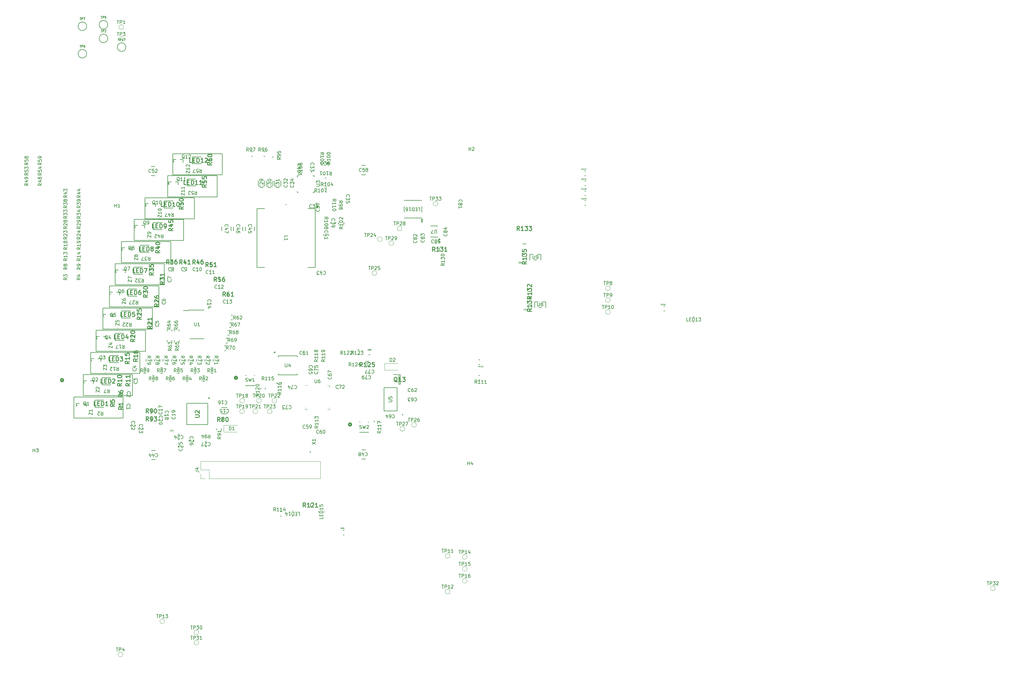
<source format=gbr>
%TF.GenerationSoftware,KiCad,Pcbnew,7.0.10*%
%TF.CreationDate,2025-04-22T22:54:08-04:00*%
%TF.ProjectId,bms-board,626d732d-626f-4617-9264-2e6b69636164,rev?*%
%TF.SameCoordinates,Original*%
%TF.FileFunction,Legend,Top*%
%TF.FilePolarity,Positive*%
%FSLAX46Y46*%
G04 Gerber Fmt 4.6, Leading zero omitted, Abs format (unit mm)*
G04 Created by KiCad (PCBNEW 7.0.10) date 2025-04-22 22:54:08*
%MOMM*%
%LPD*%
G01*
G04 APERTURE LIST*
%ADD10C,0.150000*%
%ADD11C,0.254000*%
%ADD12C,0.098425*%
%ADD13C,0.200000*%
%ADD14C,0.152400*%
%ADD15C,0.127000*%
%ADD16C,0.100000*%
%ADD17C,0.250000*%
%ADD18C,0.120000*%
%ADD19C,0.508000*%
G04 APERTURE END LIST*
D10*
X51450000Y-91900000D02*
X66150000Y-91900000D01*
X66150000Y-98200000D01*
X51450000Y-98200000D01*
X51450000Y-91900000D01*
X60650000Y-58900000D02*
X75350000Y-58900000D01*
X75350000Y-65200000D01*
X60650000Y-65200000D01*
X60650000Y-58900000D01*
X46450000Y-105200000D02*
X61150000Y-105200000D01*
X61150000Y-111500000D01*
X46450000Y-111500000D01*
X46450000Y-105200000D01*
X57100000Y-72100000D02*
X71800000Y-72100000D01*
X71800000Y-78400000D01*
X57100000Y-78400000D01*
X57100000Y-72100000D01*
X64450000Y-52300000D02*
X79150000Y-52300000D01*
X79150000Y-58600000D01*
X64450000Y-58600000D01*
X64450000Y-52300000D01*
X67650000Y-45851000D02*
X82350000Y-45851000D01*
X82350000Y-52151000D01*
X67650000Y-52151000D01*
X67650000Y-45851000D01*
X75950000Y-32749000D02*
X90650000Y-32749000D01*
X90650000Y-39049000D01*
X75950000Y-39049000D01*
X75950000Y-32749000D01*
X55150000Y-78700000D02*
X69850000Y-78700000D01*
X69850000Y-85000000D01*
X55150000Y-85000000D01*
X55150000Y-78700000D01*
X74450000Y-39300000D02*
X89150000Y-39300000D01*
X89150000Y-45600000D01*
X74450000Y-45600000D01*
X74450000Y-39300000D01*
X49250000Y-98500000D02*
X63950000Y-98500000D01*
X63950000Y-104800000D01*
X49250000Y-104800000D01*
X49250000Y-98500000D01*
X53100000Y-85300000D02*
X67800000Y-85300000D01*
X67800000Y-91600000D01*
X53100000Y-91600000D01*
X53100000Y-85300000D01*
X58750000Y-65500000D02*
X73450000Y-65500000D01*
X73450000Y-71800000D01*
X58750000Y-71800000D01*
X58750000Y-65500000D01*
D11*
X61074318Y-108111666D02*
X60469556Y-108535000D01*
X61074318Y-108837381D02*
X59804318Y-108837381D01*
X59804318Y-108837381D02*
X59804318Y-108353571D01*
X59804318Y-108353571D02*
X59864794Y-108232619D01*
X59864794Y-108232619D02*
X59925270Y-108172142D01*
X59925270Y-108172142D02*
X60046222Y-108111666D01*
X60046222Y-108111666D02*
X60227651Y-108111666D01*
X60227651Y-108111666D02*
X60348603Y-108172142D01*
X60348603Y-108172142D02*
X60409080Y-108232619D01*
X60409080Y-108232619D02*
X60469556Y-108353571D01*
X60469556Y-108353571D02*
X60469556Y-108837381D01*
X61074318Y-106902142D02*
X61074318Y-107627857D01*
X61074318Y-107265000D02*
X59804318Y-107265000D01*
X59804318Y-107265000D02*
X59985746Y-107385952D01*
X59985746Y-107385952D02*
X60106699Y-107506904D01*
X60106699Y-107506904D02*
X60167175Y-107627857D01*
D10*
X163738095Y-125454819D02*
X163738095Y-124454819D01*
X163738095Y-124931009D02*
X164309523Y-124931009D01*
X164309523Y-125454819D02*
X164309523Y-124454819D01*
X165214285Y-124788152D02*
X165214285Y-125454819D01*
X164976190Y-124407200D02*
X164738095Y-125121485D01*
X164738095Y-125121485D02*
X165357142Y-125121485D01*
D12*
X179166905Y-65289519D02*
X179148157Y-65308267D01*
X179148157Y-65308267D02*
X179091914Y-65327014D01*
X179091914Y-65327014D02*
X179054419Y-65327014D01*
X179054419Y-65327014D02*
X178998176Y-65308267D01*
X178998176Y-65308267D02*
X178960681Y-65270771D01*
X178960681Y-65270771D02*
X178941933Y-65233276D01*
X178941933Y-65233276D02*
X178923185Y-65158285D01*
X178923185Y-65158285D02*
X178923185Y-65102042D01*
X178923185Y-65102042D02*
X178941933Y-65027052D01*
X178941933Y-65027052D02*
X178960681Y-64989556D01*
X178960681Y-64989556D02*
X178998176Y-64952061D01*
X178998176Y-64952061D02*
X179054419Y-64933313D01*
X179054419Y-64933313D02*
X179091914Y-64933313D01*
X179091914Y-64933313D02*
X179148157Y-64952061D01*
X179148157Y-64952061D02*
X179166905Y-64970809D01*
X179391877Y-65102042D02*
X179354382Y-65083295D01*
X179354382Y-65083295D02*
X179335634Y-65064547D01*
X179335634Y-65064547D02*
X179316886Y-65027052D01*
X179316886Y-65027052D02*
X179316886Y-65008304D01*
X179316886Y-65008304D02*
X179335634Y-64970809D01*
X179335634Y-64970809D02*
X179354382Y-64952061D01*
X179354382Y-64952061D02*
X179391877Y-64933313D01*
X179391877Y-64933313D02*
X179466868Y-64933313D01*
X179466868Y-64933313D02*
X179504363Y-64952061D01*
X179504363Y-64952061D02*
X179523111Y-64970809D01*
X179523111Y-64970809D02*
X179541858Y-65008304D01*
X179541858Y-65008304D02*
X179541858Y-65027052D01*
X179541858Y-65027052D02*
X179523111Y-65064547D01*
X179523111Y-65064547D02*
X179504363Y-65083295D01*
X179504363Y-65083295D02*
X179466868Y-65102042D01*
X179466868Y-65102042D02*
X179391877Y-65102042D01*
X179391877Y-65102042D02*
X179354382Y-65120790D01*
X179354382Y-65120790D02*
X179335634Y-65139538D01*
X179335634Y-65139538D02*
X179316886Y-65177033D01*
X179316886Y-65177033D02*
X179316886Y-65252024D01*
X179316886Y-65252024D02*
X179335634Y-65289519D01*
X179335634Y-65289519D02*
X179354382Y-65308267D01*
X179354382Y-65308267D02*
X179391877Y-65327014D01*
X179391877Y-65327014D02*
X179466868Y-65327014D01*
X179466868Y-65327014D02*
X179504363Y-65308267D01*
X179504363Y-65308267D02*
X179523111Y-65289519D01*
X179523111Y-65289519D02*
X179541858Y-65252024D01*
X179541858Y-65252024D02*
X179541858Y-65177033D01*
X179541858Y-65177033D02*
X179523111Y-65139538D01*
X179523111Y-65139538D02*
X179504363Y-65120790D01*
X179504363Y-65120790D02*
X179466868Y-65102042D01*
X179766830Y-65102042D02*
X179729335Y-65083295D01*
X179729335Y-65083295D02*
X179710587Y-65064547D01*
X179710587Y-65064547D02*
X179691839Y-65027052D01*
X179691839Y-65027052D02*
X179691839Y-65008304D01*
X179691839Y-65008304D02*
X179710587Y-64970809D01*
X179710587Y-64970809D02*
X179729335Y-64952061D01*
X179729335Y-64952061D02*
X179766830Y-64933313D01*
X179766830Y-64933313D02*
X179841821Y-64933313D01*
X179841821Y-64933313D02*
X179879316Y-64952061D01*
X179879316Y-64952061D02*
X179898064Y-64970809D01*
X179898064Y-64970809D02*
X179916811Y-65008304D01*
X179916811Y-65008304D02*
X179916811Y-65027052D01*
X179916811Y-65027052D02*
X179898064Y-65064547D01*
X179898064Y-65064547D02*
X179879316Y-65083295D01*
X179879316Y-65083295D02*
X179841821Y-65102042D01*
X179841821Y-65102042D02*
X179766830Y-65102042D01*
X179766830Y-65102042D02*
X179729335Y-65120790D01*
X179729335Y-65120790D02*
X179710587Y-65139538D01*
X179710587Y-65139538D02*
X179691839Y-65177033D01*
X179691839Y-65177033D02*
X179691839Y-65252024D01*
X179691839Y-65252024D02*
X179710587Y-65289519D01*
X179710587Y-65289519D02*
X179729335Y-65308267D01*
X179729335Y-65308267D02*
X179766830Y-65327014D01*
X179766830Y-65327014D02*
X179841821Y-65327014D01*
X179841821Y-65327014D02*
X179879316Y-65308267D01*
X179879316Y-65308267D02*
X179898064Y-65289519D01*
X179898064Y-65289519D02*
X179916811Y-65252024D01*
X179916811Y-65252024D02*
X179916811Y-65177033D01*
X179916811Y-65177033D02*
X179898064Y-65139538D01*
X179898064Y-65139538D02*
X179879316Y-65120790D01*
X179879316Y-65120790D02*
X179841821Y-65102042D01*
D10*
X70884030Y-93585842D02*
X71360221Y-93252509D01*
X70884030Y-93014414D02*
X71884030Y-93014414D01*
X71884030Y-93014414D02*
X71884030Y-93395366D01*
X71884030Y-93395366D02*
X71836411Y-93490604D01*
X71836411Y-93490604D02*
X71788792Y-93538223D01*
X71788792Y-93538223D02*
X71693554Y-93585842D01*
X71693554Y-93585842D02*
X71550697Y-93585842D01*
X71550697Y-93585842D02*
X71455459Y-93538223D01*
X71455459Y-93538223D02*
X71407840Y-93490604D01*
X71407840Y-93490604D02*
X71360221Y-93395366D01*
X71360221Y-93395366D02*
X71360221Y-93014414D01*
X71884030Y-93919176D02*
X71884030Y-94585842D01*
X71884030Y-94585842D02*
X70884030Y-94157271D01*
X71455459Y-95109652D02*
X71503078Y-95014414D01*
X71503078Y-95014414D02*
X71550697Y-94966795D01*
X71550697Y-94966795D02*
X71645935Y-94919176D01*
X71645935Y-94919176D02*
X71693554Y-94919176D01*
X71693554Y-94919176D02*
X71788792Y-94966795D01*
X71788792Y-94966795D02*
X71836411Y-95014414D01*
X71836411Y-95014414D02*
X71884030Y-95109652D01*
X71884030Y-95109652D02*
X71884030Y-95300128D01*
X71884030Y-95300128D02*
X71836411Y-95395366D01*
X71836411Y-95395366D02*
X71788792Y-95442985D01*
X71788792Y-95442985D02*
X71693554Y-95490604D01*
X71693554Y-95490604D02*
X71645935Y-95490604D01*
X71645935Y-95490604D02*
X71550697Y-95442985D01*
X71550697Y-95442985D02*
X71503078Y-95395366D01*
X71503078Y-95395366D02*
X71455459Y-95300128D01*
X71455459Y-95300128D02*
X71455459Y-95109652D01*
X71455459Y-95109652D02*
X71407840Y-95014414D01*
X71407840Y-95014414D02*
X71360221Y-94966795D01*
X71360221Y-94966795D02*
X71264983Y-94919176D01*
X71264983Y-94919176D02*
X71074507Y-94919176D01*
X71074507Y-94919176D02*
X70979269Y-94966795D01*
X70979269Y-94966795D02*
X70931650Y-95014414D01*
X70931650Y-95014414D02*
X70884030Y-95109652D01*
X70884030Y-95109652D02*
X70884030Y-95300128D01*
X70884030Y-95300128D02*
X70931650Y-95395366D01*
X70931650Y-95395366D02*
X70979269Y-95442985D01*
X70979269Y-95442985D02*
X71074507Y-95490604D01*
X71074507Y-95490604D02*
X71264983Y-95490604D01*
X71264983Y-95490604D02*
X71360221Y-95442985D01*
X71360221Y-95442985D02*
X71407840Y-95395366D01*
X71407840Y-95395366D02*
X71455459Y-95300128D01*
X90304819Y-117067857D02*
X89828628Y-117401190D01*
X90304819Y-117639285D02*
X89304819Y-117639285D01*
X89304819Y-117639285D02*
X89304819Y-117258333D01*
X89304819Y-117258333D02*
X89352438Y-117163095D01*
X89352438Y-117163095D02*
X89400057Y-117115476D01*
X89400057Y-117115476D02*
X89495295Y-117067857D01*
X89495295Y-117067857D02*
X89638152Y-117067857D01*
X89638152Y-117067857D02*
X89733390Y-117115476D01*
X89733390Y-117115476D02*
X89781009Y-117163095D01*
X89781009Y-117163095D02*
X89828628Y-117258333D01*
X89828628Y-117258333D02*
X89828628Y-117639285D01*
X90304819Y-116591666D02*
X90304819Y-116401190D01*
X90304819Y-116401190D02*
X90257200Y-116305952D01*
X90257200Y-116305952D02*
X90209580Y-116258333D01*
X90209580Y-116258333D02*
X90066723Y-116163095D01*
X90066723Y-116163095D02*
X89876247Y-116115476D01*
X89876247Y-116115476D02*
X89495295Y-116115476D01*
X89495295Y-116115476D02*
X89400057Y-116163095D01*
X89400057Y-116163095D02*
X89352438Y-116210714D01*
X89352438Y-116210714D02*
X89304819Y-116305952D01*
X89304819Y-116305952D02*
X89304819Y-116496428D01*
X89304819Y-116496428D02*
X89352438Y-116591666D01*
X89352438Y-116591666D02*
X89400057Y-116639285D01*
X89400057Y-116639285D02*
X89495295Y-116686904D01*
X89495295Y-116686904D02*
X89733390Y-116686904D01*
X89733390Y-116686904D02*
X89828628Y-116639285D01*
X89828628Y-116639285D02*
X89876247Y-116591666D01*
X89876247Y-116591666D02*
X89923866Y-116496428D01*
X89923866Y-116496428D02*
X89923866Y-116305952D01*
X89923866Y-116305952D02*
X89876247Y-116210714D01*
X89876247Y-116210714D02*
X89828628Y-116163095D01*
X89828628Y-116163095D02*
X89733390Y-116115476D01*
X90304819Y-115163095D02*
X90304819Y-115734523D01*
X90304819Y-115448809D02*
X89304819Y-115448809D01*
X89304819Y-115448809D02*
X89447676Y-115544047D01*
X89447676Y-115544047D02*
X89542914Y-115639285D01*
X89542914Y-115639285D02*
X89590533Y-115734523D01*
X137954819Y-115319047D02*
X137478628Y-115652380D01*
X137954819Y-115890475D02*
X136954819Y-115890475D01*
X136954819Y-115890475D02*
X136954819Y-115509523D01*
X136954819Y-115509523D02*
X137002438Y-115414285D01*
X137002438Y-115414285D02*
X137050057Y-115366666D01*
X137050057Y-115366666D02*
X137145295Y-115319047D01*
X137145295Y-115319047D02*
X137288152Y-115319047D01*
X137288152Y-115319047D02*
X137383390Y-115366666D01*
X137383390Y-115366666D02*
X137431009Y-115414285D01*
X137431009Y-115414285D02*
X137478628Y-115509523D01*
X137478628Y-115509523D02*
X137478628Y-115890475D01*
X137954819Y-114366666D02*
X137954819Y-114938094D01*
X137954819Y-114652380D02*
X136954819Y-114652380D01*
X136954819Y-114652380D02*
X137097676Y-114747618D01*
X137097676Y-114747618D02*
X137192914Y-114842856D01*
X137192914Y-114842856D02*
X137240533Y-114938094D01*
X137954819Y-113414285D02*
X137954819Y-113985713D01*
X137954819Y-113699999D02*
X136954819Y-113699999D01*
X136954819Y-113699999D02*
X137097676Y-113795237D01*
X137097676Y-113795237D02*
X137192914Y-113890475D01*
X137192914Y-113890475D02*
X137240533Y-113985713D01*
X136954819Y-113080951D02*
X136954819Y-112414285D01*
X136954819Y-112414285D02*
X137954819Y-112842856D01*
X84467292Y-100183519D02*
X84133959Y-99707328D01*
X83895864Y-100183519D02*
X83895864Y-99183519D01*
X83895864Y-99183519D02*
X84276816Y-99183519D01*
X84276816Y-99183519D02*
X84372054Y-99231138D01*
X84372054Y-99231138D02*
X84419673Y-99278757D01*
X84419673Y-99278757D02*
X84467292Y-99373995D01*
X84467292Y-99373995D02*
X84467292Y-99516852D01*
X84467292Y-99516852D02*
X84419673Y-99612090D01*
X84419673Y-99612090D02*
X84372054Y-99659709D01*
X84372054Y-99659709D02*
X84276816Y-99707328D01*
X84276816Y-99707328D02*
X83895864Y-99707328D01*
X85038721Y-99612090D02*
X84943483Y-99564471D01*
X84943483Y-99564471D02*
X84895864Y-99516852D01*
X84895864Y-99516852D02*
X84848245Y-99421614D01*
X84848245Y-99421614D02*
X84848245Y-99373995D01*
X84848245Y-99373995D02*
X84895864Y-99278757D01*
X84895864Y-99278757D02*
X84943483Y-99231138D01*
X84943483Y-99231138D02*
X85038721Y-99183519D01*
X85038721Y-99183519D02*
X85229197Y-99183519D01*
X85229197Y-99183519D02*
X85324435Y-99231138D01*
X85324435Y-99231138D02*
X85372054Y-99278757D01*
X85372054Y-99278757D02*
X85419673Y-99373995D01*
X85419673Y-99373995D02*
X85419673Y-99421614D01*
X85419673Y-99421614D02*
X85372054Y-99516852D01*
X85372054Y-99516852D02*
X85324435Y-99564471D01*
X85324435Y-99564471D02*
X85229197Y-99612090D01*
X85229197Y-99612090D02*
X85038721Y-99612090D01*
X85038721Y-99612090D02*
X84943483Y-99659709D01*
X84943483Y-99659709D02*
X84895864Y-99707328D01*
X84895864Y-99707328D02*
X84848245Y-99802566D01*
X84848245Y-99802566D02*
X84848245Y-99993042D01*
X84848245Y-99993042D02*
X84895864Y-100088280D01*
X84895864Y-100088280D02*
X84943483Y-100135900D01*
X84943483Y-100135900D02*
X85038721Y-100183519D01*
X85038721Y-100183519D02*
X85229197Y-100183519D01*
X85229197Y-100183519D02*
X85324435Y-100135900D01*
X85324435Y-100135900D02*
X85372054Y-100088280D01*
X85372054Y-100088280D02*
X85419673Y-99993042D01*
X85419673Y-99993042D02*
X85419673Y-99802566D01*
X85419673Y-99802566D02*
X85372054Y-99707328D01*
X85372054Y-99707328D02*
X85324435Y-99659709D01*
X85324435Y-99659709D02*
X85229197Y-99612090D01*
X85800626Y-99278757D02*
X85848245Y-99231138D01*
X85848245Y-99231138D02*
X85943483Y-99183519D01*
X85943483Y-99183519D02*
X86181578Y-99183519D01*
X86181578Y-99183519D02*
X86276816Y-99231138D01*
X86276816Y-99231138D02*
X86324435Y-99278757D01*
X86324435Y-99278757D02*
X86372054Y-99373995D01*
X86372054Y-99373995D02*
X86372054Y-99469233D01*
X86372054Y-99469233D02*
X86324435Y-99612090D01*
X86324435Y-99612090D02*
X85753007Y-100183519D01*
X85753007Y-100183519D02*
X86372054Y-100183519D01*
X59619619Y1578123D02*
X59985333Y1578123D01*
X59802476Y938123D02*
X59802476Y1578123D01*
X60198666Y938123D02*
X60198666Y1578123D01*
X60198666Y1578123D02*
X60442476Y1578123D01*
X60442476Y1578123D02*
X60503428Y1547647D01*
X60503428Y1547647D02*
X60533905Y1517171D01*
X60533905Y1517171D02*
X60564381Y1456219D01*
X60564381Y1456219D02*
X60564381Y1364790D01*
X60564381Y1364790D02*
X60533905Y1303838D01*
X60533905Y1303838D02*
X60503428Y1273361D01*
X60503428Y1273361D02*
X60442476Y1242885D01*
X60442476Y1242885D02*
X60198666Y1242885D01*
X61173905Y938123D02*
X60808190Y938123D01*
X60991047Y938123D02*
X60991047Y1578123D01*
X60991047Y1578123D02*
X60930095Y1486695D01*
X60930095Y1486695D02*
X60869143Y1425742D01*
X60869143Y1425742D02*
X60808190Y1395266D01*
X61387238Y1578123D02*
X61813905Y1578123D01*
X61813905Y1578123D02*
X61539619Y938123D01*
D11*
X82583571Y-65574318D02*
X82160237Y-64969556D01*
X81857856Y-65574318D02*
X81857856Y-64304318D01*
X81857856Y-64304318D02*
X82341666Y-64304318D01*
X82341666Y-64304318D02*
X82462618Y-64364794D01*
X82462618Y-64364794D02*
X82523095Y-64425270D01*
X82523095Y-64425270D02*
X82583571Y-64546222D01*
X82583571Y-64546222D02*
X82583571Y-64727651D01*
X82583571Y-64727651D02*
X82523095Y-64848603D01*
X82523095Y-64848603D02*
X82462618Y-64909080D01*
X82462618Y-64909080D02*
X82341666Y-64969556D01*
X82341666Y-64969556D02*
X81857856Y-64969556D01*
X83672142Y-64727651D02*
X83672142Y-65574318D01*
X83369761Y-64243842D02*
X83067380Y-65150984D01*
X83067380Y-65150984D02*
X83853571Y-65150984D01*
X84881666Y-64304318D02*
X84639761Y-64304318D01*
X84639761Y-64304318D02*
X84518809Y-64364794D01*
X84518809Y-64364794D02*
X84458333Y-64425270D01*
X84458333Y-64425270D02*
X84337380Y-64606699D01*
X84337380Y-64606699D02*
X84276904Y-64848603D01*
X84276904Y-64848603D02*
X84276904Y-65332413D01*
X84276904Y-65332413D02*
X84337380Y-65453365D01*
X84337380Y-65453365D02*
X84397857Y-65513842D01*
X84397857Y-65513842D02*
X84518809Y-65574318D01*
X84518809Y-65574318D02*
X84760714Y-65574318D01*
X84760714Y-65574318D02*
X84881666Y-65513842D01*
X84881666Y-65513842D02*
X84942142Y-65453365D01*
X84942142Y-65453365D02*
X85002619Y-65332413D01*
X85002619Y-65332413D02*
X85002619Y-65030032D01*
X85002619Y-65030032D02*
X84942142Y-64909080D01*
X84942142Y-64909080D02*
X84881666Y-64848603D01*
X84881666Y-64848603D02*
X84760714Y-64788127D01*
X84760714Y-64788127D02*
X84518809Y-64788127D01*
X84518809Y-64788127D02*
X84397857Y-64848603D01*
X84397857Y-64848603D02*
X84337380Y-64909080D01*
X84337380Y-64909080D02*
X84276904Y-65030032D01*
X68424318Y-74716428D02*
X67819556Y-75139762D01*
X68424318Y-75442143D02*
X67154318Y-75442143D01*
X67154318Y-75442143D02*
X67154318Y-74958333D01*
X67154318Y-74958333D02*
X67214794Y-74837381D01*
X67214794Y-74837381D02*
X67275270Y-74776904D01*
X67275270Y-74776904D02*
X67396222Y-74716428D01*
X67396222Y-74716428D02*
X67577651Y-74716428D01*
X67577651Y-74716428D02*
X67698603Y-74776904D01*
X67698603Y-74776904D02*
X67759080Y-74837381D01*
X67759080Y-74837381D02*
X67819556Y-74958333D01*
X67819556Y-74958333D02*
X67819556Y-75442143D01*
X67154318Y-74293095D02*
X67154318Y-73506904D01*
X67154318Y-73506904D02*
X67638127Y-73930238D01*
X67638127Y-73930238D02*
X67638127Y-73748809D01*
X67638127Y-73748809D02*
X67698603Y-73627857D01*
X67698603Y-73627857D02*
X67759080Y-73567381D01*
X67759080Y-73567381D02*
X67880032Y-73506904D01*
X67880032Y-73506904D02*
X68182413Y-73506904D01*
X68182413Y-73506904D02*
X68303365Y-73567381D01*
X68303365Y-73567381D02*
X68363842Y-73627857D01*
X68363842Y-73627857D02*
X68424318Y-73748809D01*
X68424318Y-73748809D02*
X68424318Y-74111666D01*
X68424318Y-74111666D02*
X68363842Y-74232619D01*
X68363842Y-74232619D02*
X68303365Y-74293095D01*
X67154318Y-72720714D02*
X67154318Y-72599761D01*
X67154318Y-72599761D02*
X67214794Y-72478809D01*
X67214794Y-72478809D02*
X67275270Y-72418333D01*
X67275270Y-72418333D02*
X67396222Y-72357857D01*
X67396222Y-72357857D02*
X67638127Y-72297380D01*
X67638127Y-72297380D02*
X67940508Y-72297380D01*
X67940508Y-72297380D02*
X68182413Y-72357857D01*
X68182413Y-72357857D02*
X68303365Y-72418333D01*
X68303365Y-72418333D02*
X68363842Y-72478809D01*
X68363842Y-72478809D02*
X68424318Y-72599761D01*
X68424318Y-72599761D02*
X68424318Y-72720714D01*
X68424318Y-72720714D02*
X68363842Y-72841666D01*
X68363842Y-72841666D02*
X68303365Y-72902142D01*
X68303365Y-72902142D02*
X68182413Y-72962619D01*
X68182413Y-72962619D02*
X67940508Y-73023095D01*
X67940508Y-73023095D02*
X67638127Y-73023095D01*
X67638127Y-73023095D02*
X67396222Y-72962619D01*
X67396222Y-72962619D02*
X67275270Y-72902142D01*
X67275270Y-72902142D02*
X67214794Y-72841666D01*
X67214794Y-72841666D02*
X67154318Y-72720714D01*
D10*
X44454819Y-69686537D02*
X43978628Y-70019870D01*
X44454819Y-70257965D02*
X43454819Y-70257965D01*
X43454819Y-70257965D02*
X43454819Y-69877013D01*
X43454819Y-69877013D02*
X43502438Y-69781775D01*
X43502438Y-69781775D02*
X43550057Y-69734156D01*
X43550057Y-69734156D02*
X43645295Y-69686537D01*
X43645295Y-69686537D02*
X43788152Y-69686537D01*
X43788152Y-69686537D02*
X43883390Y-69734156D01*
X43883390Y-69734156D02*
X43931009Y-69781775D01*
X43931009Y-69781775D02*
X43978628Y-69877013D01*
X43978628Y-69877013D02*
X43978628Y-70257965D01*
X43454819Y-69353203D02*
X43454819Y-68734156D01*
X43454819Y-68734156D02*
X43835771Y-69067489D01*
X43835771Y-69067489D02*
X43835771Y-68924632D01*
X43835771Y-68924632D02*
X43883390Y-68829394D01*
X43883390Y-68829394D02*
X43931009Y-68781775D01*
X43931009Y-68781775D02*
X44026247Y-68734156D01*
X44026247Y-68734156D02*
X44264342Y-68734156D01*
X44264342Y-68734156D02*
X44359580Y-68781775D01*
X44359580Y-68781775D02*
X44407200Y-68829394D01*
X44407200Y-68829394D02*
X44454819Y-68924632D01*
X44454819Y-68924632D02*
X44454819Y-69210346D01*
X44454819Y-69210346D02*
X44407200Y-69305584D01*
X44407200Y-69305584D02*
X44359580Y-69353203D01*
X121170180Y-52232152D02*
X121646371Y-51898819D01*
X121170180Y-51660724D02*
X122170180Y-51660724D01*
X122170180Y-51660724D02*
X122170180Y-52041676D01*
X122170180Y-52041676D02*
X122122561Y-52136914D01*
X122122561Y-52136914D02*
X122074942Y-52184533D01*
X122074942Y-52184533D02*
X121979704Y-52232152D01*
X121979704Y-52232152D02*
X121836847Y-52232152D01*
X121836847Y-52232152D02*
X121741609Y-52184533D01*
X121741609Y-52184533D02*
X121693990Y-52136914D01*
X121693990Y-52136914D02*
X121646371Y-52041676D01*
X121646371Y-52041676D02*
X121646371Y-51660724D01*
X121170180Y-53184533D02*
X121170180Y-52613105D01*
X121170180Y-52898819D02*
X122170180Y-52898819D01*
X122170180Y-52898819D02*
X122027323Y-52803581D01*
X122027323Y-52803581D02*
X121932085Y-52708343D01*
X121932085Y-52708343D02*
X121884466Y-52613105D01*
X122170180Y-53803581D02*
X122170180Y-53898819D01*
X122170180Y-53898819D02*
X122122561Y-53994057D01*
X122122561Y-53994057D02*
X122074942Y-54041676D01*
X122074942Y-54041676D02*
X121979704Y-54089295D01*
X121979704Y-54089295D02*
X121789228Y-54136914D01*
X121789228Y-54136914D02*
X121551133Y-54136914D01*
X121551133Y-54136914D02*
X121360657Y-54089295D01*
X121360657Y-54089295D02*
X121265419Y-54041676D01*
X121265419Y-54041676D02*
X121217800Y-53994057D01*
X121217800Y-53994057D02*
X121170180Y-53898819D01*
X121170180Y-53898819D02*
X121170180Y-53803581D01*
X121170180Y-53803581D02*
X121217800Y-53708343D01*
X121217800Y-53708343D02*
X121265419Y-53660724D01*
X121265419Y-53660724D02*
X121360657Y-53613105D01*
X121360657Y-53613105D02*
X121551133Y-53565486D01*
X121551133Y-53565486D02*
X121789228Y-53565486D01*
X121789228Y-53565486D02*
X121979704Y-53613105D01*
X121979704Y-53613105D02*
X122074942Y-53660724D01*
X122074942Y-53660724D02*
X122122561Y-53708343D01*
X122122561Y-53708343D02*
X122170180Y-53803581D01*
X121741609Y-54708343D02*
X121789228Y-54613105D01*
X121789228Y-54613105D02*
X121836847Y-54565486D01*
X121836847Y-54565486D02*
X121932085Y-54517867D01*
X121932085Y-54517867D02*
X121979704Y-54517867D01*
X121979704Y-54517867D02*
X122074942Y-54565486D01*
X122074942Y-54565486D02*
X122122561Y-54613105D01*
X122122561Y-54613105D02*
X122170180Y-54708343D01*
X122170180Y-54708343D02*
X122170180Y-54898819D01*
X122170180Y-54898819D02*
X122122561Y-54994057D01*
X122122561Y-54994057D02*
X122074942Y-55041676D01*
X122074942Y-55041676D02*
X121979704Y-55089295D01*
X121979704Y-55089295D02*
X121932085Y-55089295D01*
X121932085Y-55089295D02*
X121836847Y-55041676D01*
X121836847Y-55041676D02*
X121789228Y-54994057D01*
X121789228Y-54994057D02*
X121741609Y-54898819D01*
X121741609Y-54898819D02*
X121741609Y-54708343D01*
X121741609Y-54708343D02*
X121693990Y-54613105D01*
X121693990Y-54613105D02*
X121646371Y-54565486D01*
X121646371Y-54565486D02*
X121551133Y-54517867D01*
X121551133Y-54517867D02*
X121360657Y-54517867D01*
X121360657Y-54517867D02*
X121265419Y-54565486D01*
X121265419Y-54565486D02*
X121217800Y-54613105D01*
X121217800Y-54613105D02*
X121170180Y-54708343D01*
X121170180Y-54708343D02*
X121170180Y-54898819D01*
X121170180Y-54898819D02*
X121217800Y-54994057D01*
X121217800Y-54994057D02*
X121265419Y-55041676D01*
X121265419Y-55041676D02*
X121360657Y-55089295D01*
X121360657Y-55089295D02*
X121551133Y-55089295D01*
X121551133Y-55089295D02*
X121646371Y-55041676D01*
X121646371Y-55041676D02*
X121693990Y-54994057D01*
X121693990Y-54994057D02*
X121741609Y-54898819D01*
D11*
X61074318Y-104411666D02*
X60469556Y-104835000D01*
X61074318Y-105137381D02*
X59804318Y-105137381D01*
X59804318Y-105137381D02*
X59804318Y-104653571D01*
X59804318Y-104653571D02*
X59864794Y-104532619D01*
X59864794Y-104532619D02*
X59925270Y-104472142D01*
X59925270Y-104472142D02*
X60046222Y-104411666D01*
X60046222Y-104411666D02*
X60227651Y-104411666D01*
X60227651Y-104411666D02*
X60348603Y-104472142D01*
X60348603Y-104472142D02*
X60409080Y-104532619D01*
X60409080Y-104532619D02*
X60469556Y-104653571D01*
X60469556Y-104653571D02*
X60469556Y-105137381D01*
X59804318Y-103323095D02*
X59804318Y-103565000D01*
X59804318Y-103565000D02*
X59864794Y-103685952D01*
X59864794Y-103685952D02*
X59925270Y-103746428D01*
X59925270Y-103746428D02*
X60106699Y-103867381D01*
X60106699Y-103867381D02*
X60348603Y-103927857D01*
X60348603Y-103927857D02*
X60832413Y-103927857D01*
X60832413Y-103927857D02*
X60953365Y-103867381D01*
X60953365Y-103867381D02*
X61013842Y-103806904D01*
X61013842Y-103806904D02*
X61074318Y-103685952D01*
X61074318Y-103685952D02*
X61074318Y-103444047D01*
X61074318Y-103444047D02*
X61013842Y-103323095D01*
X61013842Y-103323095D02*
X60953365Y-103262619D01*
X60953365Y-103262619D02*
X60832413Y-103202142D01*
X60832413Y-103202142D02*
X60530032Y-103202142D01*
X60530032Y-103202142D02*
X60409080Y-103262619D01*
X60409080Y-103262619D02*
X60348603Y-103323095D01*
X60348603Y-103323095D02*
X60288127Y-103444047D01*
X60288127Y-103444047D02*
X60288127Y-103685952D01*
X60288127Y-103685952D02*
X60348603Y-103806904D01*
X60348603Y-103806904D02*
X60409080Y-103867381D01*
X60409080Y-103867381D02*
X60530032Y-103927857D01*
D10*
X55254819Y-97209523D02*
X55254819Y-96542857D01*
X55254819Y-96542857D02*
X56254819Y-97209523D01*
X56254819Y-97209523D02*
X56254819Y-96542857D01*
X55254819Y-96257142D02*
X55254819Y-95638095D01*
X55254819Y-95638095D02*
X55635771Y-95971428D01*
X55635771Y-95971428D02*
X55635771Y-95828571D01*
X55635771Y-95828571D02*
X55683390Y-95733333D01*
X55683390Y-95733333D02*
X55731009Y-95685714D01*
X55731009Y-95685714D02*
X55826247Y-95638095D01*
X55826247Y-95638095D02*
X56064342Y-95638095D01*
X56064342Y-95638095D02*
X56159580Y-95685714D01*
X56159580Y-95685714D02*
X56207200Y-95733333D01*
X56207200Y-95733333D02*
X56254819Y-95828571D01*
X56254819Y-95828571D02*
X56254819Y-96114285D01*
X56254819Y-96114285D02*
X56207200Y-96209523D01*
X56207200Y-96209523D02*
X56159580Y-96257142D01*
X68593757Y-63494180D02*
X68927090Y-63970371D01*
X69165185Y-63494180D02*
X69165185Y-64494180D01*
X69165185Y-64494180D02*
X68784233Y-64494180D01*
X68784233Y-64494180D02*
X68688995Y-64446561D01*
X68688995Y-64446561D02*
X68641376Y-64398942D01*
X68641376Y-64398942D02*
X68593757Y-64303704D01*
X68593757Y-64303704D02*
X68593757Y-64160847D01*
X68593757Y-64160847D02*
X68641376Y-64065609D01*
X68641376Y-64065609D02*
X68688995Y-64017990D01*
X68688995Y-64017990D02*
X68784233Y-63970371D01*
X68784233Y-63970371D02*
X69165185Y-63970371D01*
X68260423Y-64494180D02*
X67641376Y-64494180D01*
X67641376Y-64494180D02*
X67974709Y-64113228D01*
X67974709Y-64113228D02*
X67831852Y-64113228D01*
X67831852Y-64113228D02*
X67736614Y-64065609D01*
X67736614Y-64065609D02*
X67688995Y-64017990D01*
X67688995Y-64017990D02*
X67641376Y-63922752D01*
X67641376Y-63922752D02*
X67641376Y-63684657D01*
X67641376Y-63684657D02*
X67688995Y-63589419D01*
X67688995Y-63589419D02*
X67736614Y-63541800D01*
X67736614Y-63541800D02*
X67831852Y-63494180D01*
X67831852Y-63494180D02*
X68117566Y-63494180D01*
X68117566Y-63494180D02*
X68212804Y-63541800D01*
X68212804Y-63541800D02*
X68260423Y-63589419D01*
X67308042Y-64494180D02*
X66641376Y-64494180D01*
X66641376Y-64494180D02*
X67069947Y-63494180D01*
X105159580Y-42223456D02*
X105207200Y-42271075D01*
X105207200Y-42271075D02*
X105254819Y-42413932D01*
X105254819Y-42413932D02*
X105254819Y-42509170D01*
X105254819Y-42509170D02*
X105207200Y-42652027D01*
X105207200Y-42652027D02*
X105111961Y-42747265D01*
X105111961Y-42747265D02*
X105016723Y-42794884D01*
X105016723Y-42794884D02*
X104826247Y-42842503D01*
X104826247Y-42842503D02*
X104683390Y-42842503D01*
X104683390Y-42842503D02*
X104492914Y-42794884D01*
X104492914Y-42794884D02*
X104397676Y-42747265D01*
X104397676Y-42747265D02*
X104302438Y-42652027D01*
X104302438Y-42652027D02*
X104254819Y-42509170D01*
X104254819Y-42509170D02*
X104254819Y-42413932D01*
X104254819Y-42413932D02*
X104302438Y-42271075D01*
X104302438Y-42271075D02*
X104350057Y-42223456D01*
X104254819Y-41890122D02*
X104254819Y-41271075D01*
X104254819Y-41271075D02*
X104635771Y-41604408D01*
X104635771Y-41604408D02*
X104635771Y-41461551D01*
X104635771Y-41461551D02*
X104683390Y-41366313D01*
X104683390Y-41366313D02*
X104731009Y-41318694D01*
X104731009Y-41318694D02*
X104826247Y-41271075D01*
X104826247Y-41271075D02*
X105064342Y-41271075D01*
X105064342Y-41271075D02*
X105159580Y-41318694D01*
X105159580Y-41318694D02*
X105207200Y-41366313D01*
X105207200Y-41366313D02*
X105254819Y-41461551D01*
X105254819Y-41461551D02*
X105254819Y-41747265D01*
X105254819Y-41747265D02*
X105207200Y-41842503D01*
X105207200Y-41842503D02*
X105159580Y-41890122D01*
X104254819Y-40652027D02*
X104254819Y-40556789D01*
X104254819Y-40556789D02*
X104302438Y-40461551D01*
X104302438Y-40461551D02*
X104350057Y-40413932D01*
X104350057Y-40413932D02*
X104445295Y-40366313D01*
X104445295Y-40366313D02*
X104635771Y-40318694D01*
X104635771Y-40318694D02*
X104873866Y-40318694D01*
X104873866Y-40318694D02*
X105064342Y-40366313D01*
X105064342Y-40366313D02*
X105159580Y-40413932D01*
X105159580Y-40413932D02*
X105207200Y-40461551D01*
X105207200Y-40461551D02*
X105254819Y-40556789D01*
X105254819Y-40556789D02*
X105254819Y-40652027D01*
X105254819Y-40652027D02*
X105207200Y-40747265D01*
X105207200Y-40747265D02*
X105159580Y-40794884D01*
X105159580Y-40794884D02*
X105064342Y-40842503D01*
X105064342Y-40842503D02*
X104873866Y-40890122D01*
X104873866Y-40890122D02*
X104635771Y-40890122D01*
X104635771Y-40890122D02*
X104445295Y-40842503D01*
X104445295Y-40842503D02*
X104350057Y-40794884D01*
X104350057Y-40794884D02*
X104302438Y-40747265D01*
X104302438Y-40747265D02*
X104254819Y-40652027D01*
D11*
X82554318Y-111229619D02*
X83582413Y-111229619D01*
X83582413Y-111229619D02*
X83703365Y-111169142D01*
X83703365Y-111169142D02*
X83763842Y-111108666D01*
X83763842Y-111108666D02*
X83824318Y-110987714D01*
X83824318Y-110987714D02*
X83824318Y-110745809D01*
X83824318Y-110745809D02*
X83763842Y-110624857D01*
X83763842Y-110624857D02*
X83703365Y-110564380D01*
X83703365Y-110564380D02*
X83582413Y-110503904D01*
X83582413Y-110503904D02*
X82554318Y-110503904D01*
X82675270Y-109959619D02*
X82614794Y-109899143D01*
X82614794Y-109899143D02*
X82554318Y-109778190D01*
X82554318Y-109778190D02*
X82554318Y-109475809D01*
X82554318Y-109475809D02*
X82614794Y-109354857D01*
X82614794Y-109354857D02*
X82675270Y-109294381D01*
X82675270Y-109294381D02*
X82796222Y-109233904D01*
X82796222Y-109233904D02*
X82917175Y-109233904D01*
X82917175Y-109233904D02*
X83098603Y-109294381D01*
X83098603Y-109294381D02*
X83824318Y-110020095D01*
X83824318Y-110020095D02*
X83824318Y-109233904D01*
D10*
X59338095Y3443180D02*
X59909523Y3443180D01*
X59623809Y2443180D02*
X59623809Y3443180D01*
X60242857Y2443180D02*
X60242857Y3443180D01*
X60242857Y3443180D02*
X60623809Y3443180D01*
X60623809Y3443180D02*
X60719047Y3395561D01*
X60719047Y3395561D02*
X60766666Y3347942D01*
X60766666Y3347942D02*
X60814285Y3252704D01*
X60814285Y3252704D02*
X60814285Y3109847D01*
X60814285Y3109847D02*
X60766666Y3014609D01*
X60766666Y3014609D02*
X60719047Y2966990D01*
X60719047Y2966990D02*
X60623809Y2919371D01*
X60623809Y2919371D02*
X60242857Y2919371D01*
X61147619Y3443180D02*
X61766666Y3443180D01*
X61766666Y3443180D02*
X61433333Y3062228D01*
X61433333Y3062228D02*
X61576190Y3062228D01*
X61576190Y3062228D02*
X61671428Y3014609D01*
X61671428Y3014609D02*
X61719047Y2966990D01*
X61719047Y2966990D02*
X61766666Y2871752D01*
X61766666Y2871752D02*
X61766666Y2633657D01*
X61766666Y2633657D02*
X61719047Y2538419D01*
X61719047Y2538419D02*
X61671428Y2490800D01*
X61671428Y2490800D02*
X61576190Y2443180D01*
X61576190Y2443180D02*
X61290476Y2443180D01*
X61290476Y2443180D02*
X61195238Y2490800D01*
X61195238Y2490800D02*
X61147619Y2538419D01*
X109245180Y-57665633D02*
X109245180Y-57189443D01*
X109245180Y-57189443D02*
X110245180Y-57189443D01*
X109245180Y-58522776D02*
X109245180Y-57951348D01*
X109245180Y-58237062D02*
X110245180Y-58237062D01*
X110245180Y-58237062D02*
X110102323Y-58141824D01*
X110102323Y-58141824D02*
X110007085Y-58046586D01*
X110007085Y-58046586D02*
X109959466Y-57951348D01*
X86469957Y-118840419D02*
X86517576Y-118792800D01*
X86517576Y-118792800D02*
X86660433Y-118745180D01*
X86660433Y-118745180D02*
X86755671Y-118745180D01*
X86755671Y-118745180D02*
X86898528Y-118792800D01*
X86898528Y-118792800D02*
X86993766Y-118888038D01*
X86993766Y-118888038D02*
X87041385Y-118983276D01*
X87041385Y-118983276D02*
X87089004Y-119173752D01*
X87089004Y-119173752D02*
X87089004Y-119316609D01*
X87089004Y-119316609D02*
X87041385Y-119507085D01*
X87041385Y-119507085D02*
X86993766Y-119602323D01*
X86993766Y-119602323D02*
X86898528Y-119697561D01*
X86898528Y-119697561D02*
X86755671Y-119745180D01*
X86755671Y-119745180D02*
X86660433Y-119745180D01*
X86660433Y-119745180D02*
X86517576Y-119697561D01*
X86517576Y-119697561D02*
X86469957Y-119649942D01*
X86089004Y-119649942D02*
X86041385Y-119697561D01*
X86041385Y-119697561D02*
X85946147Y-119745180D01*
X85946147Y-119745180D02*
X85708052Y-119745180D01*
X85708052Y-119745180D02*
X85612814Y-119697561D01*
X85612814Y-119697561D02*
X85565195Y-119649942D01*
X85565195Y-119649942D02*
X85517576Y-119554704D01*
X85517576Y-119554704D02*
X85517576Y-119459466D01*
X85517576Y-119459466D02*
X85565195Y-119316609D01*
X85565195Y-119316609D02*
X86136623Y-118745180D01*
X86136623Y-118745180D02*
X85517576Y-118745180D01*
X85184242Y-119745180D02*
X84517576Y-119745180D01*
X84517576Y-119745180D02*
X84946147Y-118745180D01*
D11*
X68695571Y-112362318D02*
X68272237Y-111757556D01*
X67969856Y-112362318D02*
X67969856Y-111092318D01*
X67969856Y-111092318D02*
X68453666Y-111092318D01*
X68453666Y-111092318D02*
X68574618Y-111152794D01*
X68574618Y-111152794D02*
X68635095Y-111213270D01*
X68635095Y-111213270D02*
X68695571Y-111334222D01*
X68695571Y-111334222D02*
X68695571Y-111515651D01*
X68695571Y-111515651D02*
X68635095Y-111636603D01*
X68635095Y-111636603D02*
X68574618Y-111697080D01*
X68574618Y-111697080D02*
X68453666Y-111757556D01*
X68453666Y-111757556D02*
X67969856Y-111757556D01*
X69300333Y-112362318D02*
X69542237Y-112362318D01*
X69542237Y-112362318D02*
X69663190Y-112301842D01*
X69663190Y-112301842D02*
X69723666Y-112241365D01*
X69723666Y-112241365D02*
X69844618Y-112059937D01*
X69844618Y-112059937D02*
X69905095Y-111818032D01*
X69905095Y-111818032D02*
X69905095Y-111334222D01*
X69905095Y-111334222D02*
X69844618Y-111213270D01*
X69844618Y-111213270D02*
X69784142Y-111152794D01*
X69784142Y-111152794D02*
X69663190Y-111092318D01*
X69663190Y-111092318D02*
X69421285Y-111092318D01*
X69421285Y-111092318D02*
X69300333Y-111152794D01*
X69300333Y-111152794D02*
X69239856Y-111213270D01*
X69239856Y-111213270D02*
X69179380Y-111334222D01*
X69179380Y-111334222D02*
X69179380Y-111636603D01*
X69179380Y-111636603D02*
X69239856Y-111757556D01*
X69239856Y-111757556D02*
X69300333Y-111818032D01*
X69300333Y-111818032D02*
X69421285Y-111878508D01*
X69421285Y-111878508D02*
X69663190Y-111878508D01*
X69663190Y-111878508D02*
X69784142Y-111818032D01*
X69784142Y-111818032D02*
X69844618Y-111757556D01*
X69844618Y-111757556D02*
X69905095Y-111636603D01*
X70328428Y-111092318D02*
X71114619Y-111092318D01*
X71114619Y-111092318D02*
X70691285Y-111576127D01*
X70691285Y-111576127D02*
X70872714Y-111576127D01*
X70872714Y-111576127D02*
X70993666Y-111636603D01*
X70993666Y-111636603D02*
X71054142Y-111697080D01*
X71054142Y-111697080D02*
X71114619Y-111818032D01*
X71114619Y-111818032D02*
X71114619Y-112120413D01*
X71114619Y-112120413D02*
X71054142Y-112241365D01*
X71054142Y-112241365D02*
X70993666Y-112301842D01*
X70993666Y-112301842D02*
X70872714Y-112362318D01*
X70872714Y-112362318D02*
X70509857Y-112362318D01*
X70509857Y-112362318D02*
X70388904Y-112301842D01*
X70388904Y-112301842D02*
X70328428Y-112241365D01*
D10*
X108204819Y-103744047D02*
X107728628Y-104077380D01*
X108204819Y-104315475D02*
X107204819Y-104315475D01*
X107204819Y-104315475D02*
X107204819Y-103934523D01*
X107204819Y-103934523D02*
X107252438Y-103839285D01*
X107252438Y-103839285D02*
X107300057Y-103791666D01*
X107300057Y-103791666D02*
X107395295Y-103744047D01*
X107395295Y-103744047D02*
X107538152Y-103744047D01*
X107538152Y-103744047D02*
X107633390Y-103791666D01*
X107633390Y-103791666D02*
X107681009Y-103839285D01*
X107681009Y-103839285D02*
X107728628Y-103934523D01*
X107728628Y-103934523D02*
X107728628Y-104315475D01*
X108204819Y-102791666D02*
X108204819Y-103363094D01*
X108204819Y-103077380D02*
X107204819Y-103077380D01*
X107204819Y-103077380D02*
X107347676Y-103172618D01*
X107347676Y-103172618D02*
X107442914Y-103267856D01*
X107442914Y-103267856D02*
X107490533Y-103363094D01*
X108204819Y-101839285D02*
X108204819Y-102410713D01*
X108204819Y-102124999D02*
X107204819Y-102124999D01*
X107204819Y-102124999D02*
X107347676Y-102220237D01*
X107347676Y-102220237D02*
X107442914Y-102315475D01*
X107442914Y-102315475D02*
X107490533Y-102410713D01*
X107204819Y-100982142D02*
X107204819Y-101172618D01*
X107204819Y-101172618D02*
X107252438Y-101267856D01*
X107252438Y-101267856D02*
X107300057Y-101315475D01*
X107300057Y-101315475D02*
X107442914Y-101410713D01*
X107442914Y-101410713D02*
X107633390Y-101458332D01*
X107633390Y-101458332D02*
X108014342Y-101458332D01*
X108014342Y-101458332D02*
X108109580Y-101410713D01*
X108109580Y-101410713D02*
X108157200Y-101363094D01*
X108157200Y-101363094D02*
X108204819Y-101267856D01*
X108204819Y-101267856D02*
X108204819Y-101077380D01*
X108204819Y-101077380D02*
X108157200Y-100982142D01*
X108157200Y-100982142D02*
X108109580Y-100934523D01*
X108109580Y-100934523D02*
X108014342Y-100886904D01*
X108014342Y-100886904D02*
X107776247Y-100886904D01*
X107776247Y-100886904D02*
X107681009Y-100934523D01*
X107681009Y-100934523D02*
X107633390Y-100982142D01*
X107633390Y-100982142D02*
X107585771Y-101077380D01*
X107585771Y-101077380D02*
X107585771Y-101267856D01*
X107585771Y-101267856D02*
X107633390Y-101363094D01*
X107633390Y-101363094D02*
X107681009Y-101410713D01*
X107681009Y-101410713D02*
X107776247Y-101458332D01*
D11*
X91583571Y-75174318D02*
X91160237Y-74569556D01*
X90857856Y-75174318D02*
X90857856Y-73904318D01*
X90857856Y-73904318D02*
X91341666Y-73904318D01*
X91341666Y-73904318D02*
X91462618Y-73964794D01*
X91462618Y-73964794D02*
X91523095Y-74025270D01*
X91523095Y-74025270D02*
X91583571Y-74146222D01*
X91583571Y-74146222D02*
X91583571Y-74327651D01*
X91583571Y-74327651D02*
X91523095Y-74448603D01*
X91523095Y-74448603D02*
X91462618Y-74509080D01*
X91462618Y-74509080D02*
X91341666Y-74569556D01*
X91341666Y-74569556D02*
X90857856Y-74569556D01*
X92672142Y-73904318D02*
X92430237Y-73904318D01*
X92430237Y-73904318D02*
X92309285Y-73964794D01*
X92309285Y-73964794D02*
X92248809Y-74025270D01*
X92248809Y-74025270D02*
X92127856Y-74206699D01*
X92127856Y-74206699D02*
X92067380Y-74448603D01*
X92067380Y-74448603D02*
X92067380Y-74932413D01*
X92067380Y-74932413D02*
X92127856Y-75053365D01*
X92127856Y-75053365D02*
X92188333Y-75113842D01*
X92188333Y-75113842D02*
X92309285Y-75174318D01*
X92309285Y-75174318D02*
X92551190Y-75174318D01*
X92551190Y-75174318D02*
X92672142Y-75113842D01*
X92672142Y-75113842D02*
X92732618Y-75053365D01*
X92732618Y-75053365D02*
X92793095Y-74932413D01*
X92793095Y-74932413D02*
X92793095Y-74630032D01*
X92793095Y-74630032D02*
X92732618Y-74509080D01*
X92732618Y-74509080D02*
X92672142Y-74448603D01*
X92672142Y-74448603D02*
X92551190Y-74388127D01*
X92551190Y-74388127D02*
X92309285Y-74388127D01*
X92309285Y-74388127D02*
X92188333Y-74448603D01*
X92188333Y-74448603D02*
X92127856Y-74509080D01*
X92127856Y-74509080D02*
X92067380Y-74630032D01*
X94002619Y-75174318D02*
X93276904Y-75174318D01*
X93639761Y-75174318D02*
X93639761Y-73904318D01*
X93639761Y-73904318D02*
X93518809Y-74085746D01*
X93518809Y-74085746D02*
X93397857Y-74206699D01*
X93397857Y-74206699D02*
X93276904Y-74267175D01*
D10*
X71072705Y-170006019D02*
X71644133Y-170006019D01*
X71358419Y-171006019D02*
X71358419Y-170006019D01*
X71977467Y-171006019D02*
X71977467Y-170006019D01*
X71977467Y-170006019D02*
X72358419Y-170006019D01*
X72358419Y-170006019D02*
X72453657Y-170053638D01*
X72453657Y-170053638D02*
X72501276Y-170101257D01*
X72501276Y-170101257D02*
X72548895Y-170196495D01*
X72548895Y-170196495D02*
X72548895Y-170339352D01*
X72548895Y-170339352D02*
X72501276Y-170434590D01*
X72501276Y-170434590D02*
X72453657Y-170482209D01*
X72453657Y-170482209D02*
X72358419Y-170529828D01*
X72358419Y-170529828D02*
X71977467Y-170529828D01*
X73501276Y-171006019D02*
X72929848Y-171006019D01*
X73215562Y-171006019D02*
X73215562Y-170006019D01*
X73215562Y-170006019D02*
X73120324Y-170148876D01*
X73120324Y-170148876D02*
X73025086Y-170244114D01*
X73025086Y-170244114D02*
X72929848Y-170291733D01*
X73834610Y-170006019D02*
X74453657Y-170006019D01*
X74453657Y-170006019D02*
X74120324Y-170386971D01*
X74120324Y-170386971D02*
X74263181Y-170386971D01*
X74263181Y-170386971D02*
X74358419Y-170434590D01*
X74358419Y-170434590D02*
X74406038Y-170482209D01*
X74406038Y-170482209D02*
X74453657Y-170577447D01*
X74453657Y-170577447D02*
X74453657Y-170815542D01*
X74453657Y-170815542D02*
X74406038Y-170910780D01*
X74406038Y-170910780D02*
X74358419Y-170958400D01*
X74358419Y-170958400D02*
X74263181Y-171006019D01*
X74263181Y-171006019D02*
X73977467Y-171006019D01*
X73977467Y-171006019D02*
X73882229Y-170958400D01*
X73882229Y-170958400D02*
X73834610Y-170910780D01*
X44454819Y-45170757D02*
X43978628Y-45504090D01*
X44454819Y-45742185D02*
X43454819Y-45742185D01*
X43454819Y-45742185D02*
X43454819Y-45361233D01*
X43454819Y-45361233D02*
X43502438Y-45265995D01*
X43502438Y-45265995D02*
X43550057Y-45218376D01*
X43550057Y-45218376D02*
X43645295Y-45170757D01*
X43645295Y-45170757D02*
X43788152Y-45170757D01*
X43788152Y-45170757D02*
X43883390Y-45218376D01*
X43883390Y-45218376D02*
X43931009Y-45265995D01*
X43931009Y-45265995D02*
X43978628Y-45361233D01*
X43978628Y-45361233D02*
X43978628Y-45742185D01*
X43788152Y-44313614D02*
X44454819Y-44313614D01*
X43407200Y-44551709D02*
X44121485Y-44789804D01*
X44121485Y-44789804D02*
X44121485Y-44170757D01*
X43454819Y-43885042D02*
X43454819Y-43265995D01*
X43454819Y-43265995D02*
X43835771Y-43599328D01*
X43835771Y-43599328D02*
X43835771Y-43456471D01*
X43835771Y-43456471D02*
X43883390Y-43361233D01*
X43883390Y-43361233D02*
X43931009Y-43313614D01*
X43931009Y-43313614D02*
X44026247Y-43265995D01*
X44026247Y-43265995D02*
X44264342Y-43265995D01*
X44264342Y-43265995D02*
X44359580Y-43313614D01*
X44359580Y-43313614D02*
X44407200Y-43361233D01*
X44407200Y-43361233D02*
X44454819Y-43456471D01*
X44454819Y-43456471D02*
X44454819Y-43742185D01*
X44454819Y-43742185D02*
X44407200Y-43837423D01*
X44407200Y-43837423D02*
X44359580Y-43885042D01*
X44454819Y-54458700D02*
X43978628Y-54792033D01*
X44454819Y-55030128D02*
X43454819Y-55030128D01*
X43454819Y-55030128D02*
X43454819Y-54649176D01*
X43454819Y-54649176D02*
X43502438Y-54553938D01*
X43502438Y-54553938D02*
X43550057Y-54506319D01*
X43550057Y-54506319D02*
X43645295Y-54458700D01*
X43645295Y-54458700D02*
X43788152Y-54458700D01*
X43788152Y-54458700D02*
X43883390Y-54506319D01*
X43883390Y-54506319D02*
X43931009Y-54553938D01*
X43931009Y-54553938D02*
X43978628Y-54649176D01*
X43978628Y-54649176D02*
X43978628Y-55030128D01*
X43550057Y-54077747D02*
X43502438Y-54030128D01*
X43502438Y-54030128D02*
X43454819Y-53934890D01*
X43454819Y-53934890D02*
X43454819Y-53696795D01*
X43454819Y-53696795D02*
X43502438Y-53601557D01*
X43502438Y-53601557D02*
X43550057Y-53553938D01*
X43550057Y-53553938D02*
X43645295Y-53506319D01*
X43645295Y-53506319D02*
X43740533Y-53506319D01*
X43740533Y-53506319D02*
X43883390Y-53553938D01*
X43883390Y-53553938D02*
X44454819Y-54125366D01*
X44454819Y-54125366D02*
X44454819Y-53506319D01*
X43883390Y-52934890D02*
X43835771Y-53030128D01*
X43835771Y-53030128D02*
X43788152Y-53077747D01*
X43788152Y-53077747D02*
X43692914Y-53125366D01*
X43692914Y-53125366D02*
X43645295Y-53125366D01*
X43645295Y-53125366D02*
X43550057Y-53077747D01*
X43550057Y-53077747D02*
X43502438Y-53030128D01*
X43502438Y-53030128D02*
X43454819Y-52934890D01*
X43454819Y-52934890D02*
X43454819Y-52744414D01*
X43454819Y-52744414D02*
X43502438Y-52649176D01*
X43502438Y-52649176D02*
X43550057Y-52601557D01*
X43550057Y-52601557D02*
X43645295Y-52553938D01*
X43645295Y-52553938D02*
X43692914Y-52553938D01*
X43692914Y-52553938D02*
X43788152Y-52601557D01*
X43788152Y-52601557D02*
X43835771Y-52649176D01*
X43835771Y-52649176D02*
X43883390Y-52744414D01*
X43883390Y-52744414D02*
X43883390Y-52934890D01*
X43883390Y-52934890D02*
X43931009Y-53030128D01*
X43931009Y-53030128D02*
X43978628Y-53077747D01*
X43978628Y-53077747D02*
X44073866Y-53125366D01*
X44073866Y-53125366D02*
X44264342Y-53125366D01*
X44264342Y-53125366D02*
X44359580Y-53077747D01*
X44359580Y-53077747D02*
X44407200Y-53030128D01*
X44407200Y-53030128D02*
X44454819Y-52934890D01*
X44454819Y-52934890D02*
X44454819Y-52744414D01*
X44454819Y-52744414D02*
X44407200Y-52649176D01*
X44407200Y-52649176D02*
X44359580Y-52601557D01*
X44359580Y-52601557D02*
X44264342Y-52553938D01*
X44264342Y-52553938D02*
X44073866Y-52553938D01*
X44073866Y-52553938D02*
X43978628Y-52601557D01*
X43978628Y-52601557D02*
X43931009Y-52649176D01*
X43931009Y-52649176D02*
X43883390Y-52744414D01*
X32854819Y-35422995D02*
X32378628Y-35756328D01*
X32854819Y-35994423D02*
X31854819Y-35994423D01*
X31854819Y-35994423D02*
X31854819Y-35613471D01*
X31854819Y-35613471D02*
X31902438Y-35518233D01*
X31902438Y-35518233D02*
X31950057Y-35470614D01*
X31950057Y-35470614D02*
X32045295Y-35422995D01*
X32045295Y-35422995D02*
X32188152Y-35422995D01*
X32188152Y-35422995D02*
X32283390Y-35470614D01*
X32283390Y-35470614D02*
X32331009Y-35518233D01*
X32331009Y-35518233D02*
X32378628Y-35613471D01*
X32378628Y-35613471D02*
X32378628Y-35994423D01*
X31854819Y-34518233D02*
X31854819Y-34994423D01*
X31854819Y-34994423D02*
X32331009Y-35042042D01*
X32331009Y-35042042D02*
X32283390Y-34994423D01*
X32283390Y-34994423D02*
X32235771Y-34899185D01*
X32235771Y-34899185D02*
X32235771Y-34661090D01*
X32235771Y-34661090D02*
X32283390Y-34565852D01*
X32283390Y-34565852D02*
X32331009Y-34518233D01*
X32331009Y-34518233D02*
X32426247Y-34470614D01*
X32426247Y-34470614D02*
X32664342Y-34470614D01*
X32664342Y-34470614D02*
X32759580Y-34518233D01*
X32759580Y-34518233D02*
X32807200Y-34565852D01*
X32807200Y-34565852D02*
X32854819Y-34661090D01*
X32854819Y-34661090D02*
X32854819Y-34899185D01*
X32854819Y-34899185D02*
X32807200Y-34994423D01*
X32807200Y-34994423D02*
X32759580Y-35042042D01*
X32283390Y-33899185D02*
X32235771Y-33994423D01*
X32235771Y-33994423D02*
X32188152Y-34042042D01*
X32188152Y-34042042D02*
X32092914Y-34089661D01*
X32092914Y-34089661D02*
X32045295Y-34089661D01*
X32045295Y-34089661D02*
X31950057Y-34042042D01*
X31950057Y-34042042D02*
X31902438Y-33994423D01*
X31902438Y-33994423D02*
X31854819Y-33899185D01*
X31854819Y-33899185D02*
X31854819Y-33708709D01*
X31854819Y-33708709D02*
X31902438Y-33613471D01*
X31902438Y-33613471D02*
X31950057Y-33565852D01*
X31950057Y-33565852D02*
X32045295Y-33518233D01*
X32045295Y-33518233D02*
X32092914Y-33518233D01*
X32092914Y-33518233D02*
X32188152Y-33565852D01*
X32188152Y-33565852D02*
X32235771Y-33613471D01*
X32235771Y-33613471D02*
X32283390Y-33708709D01*
X32283390Y-33708709D02*
X32283390Y-33899185D01*
X32283390Y-33899185D02*
X32331009Y-33994423D01*
X32331009Y-33994423D02*
X32378628Y-34042042D01*
X32378628Y-34042042D02*
X32473866Y-34089661D01*
X32473866Y-34089661D02*
X32664342Y-34089661D01*
X32664342Y-34089661D02*
X32759580Y-34042042D01*
X32759580Y-34042042D02*
X32807200Y-33994423D01*
X32807200Y-33994423D02*
X32854819Y-33899185D01*
X32854819Y-33899185D02*
X32854819Y-33708709D01*
X32854819Y-33708709D02*
X32807200Y-33613471D01*
X32807200Y-33613471D02*
X32759580Y-33565852D01*
X32759580Y-33565852D02*
X32664342Y-33518233D01*
X32664342Y-33518233D02*
X32473866Y-33518233D01*
X32473866Y-33518233D02*
X32378628Y-33565852D01*
X32378628Y-33565852D02*
X32331009Y-33613471D01*
X32331009Y-33613471D02*
X32283390Y-33708709D01*
X204294595Y-74337819D02*
X204866023Y-74337819D01*
X204580309Y-75337819D02*
X204580309Y-74337819D01*
X205199357Y-75337819D02*
X205199357Y-74337819D01*
X205199357Y-74337819D02*
X205580309Y-74337819D01*
X205580309Y-74337819D02*
X205675547Y-74385438D01*
X205675547Y-74385438D02*
X205723166Y-74433057D01*
X205723166Y-74433057D02*
X205770785Y-74528295D01*
X205770785Y-74528295D02*
X205770785Y-74671152D01*
X205770785Y-74671152D02*
X205723166Y-74766390D01*
X205723166Y-74766390D02*
X205675547Y-74814009D01*
X205675547Y-74814009D02*
X205580309Y-74861628D01*
X205580309Y-74861628D02*
X205199357Y-74861628D01*
X206246976Y-75337819D02*
X206437452Y-75337819D01*
X206437452Y-75337819D02*
X206532690Y-75290200D01*
X206532690Y-75290200D02*
X206580309Y-75242580D01*
X206580309Y-75242580D02*
X206675547Y-75099723D01*
X206675547Y-75099723D02*
X206723166Y-74909247D01*
X206723166Y-74909247D02*
X206723166Y-74528295D01*
X206723166Y-74528295D02*
X206675547Y-74433057D01*
X206675547Y-74433057D02*
X206627928Y-74385438D01*
X206627928Y-74385438D02*
X206532690Y-74337819D01*
X206532690Y-74337819D02*
X206342214Y-74337819D01*
X206342214Y-74337819D02*
X206246976Y-74385438D01*
X206246976Y-74385438D02*
X206199357Y-74433057D01*
X206199357Y-74433057D02*
X206151738Y-74528295D01*
X206151738Y-74528295D02*
X206151738Y-74766390D01*
X206151738Y-74766390D02*
X206199357Y-74861628D01*
X206199357Y-74861628D02*
X206246976Y-74909247D01*
X206246976Y-74909247D02*
X206342214Y-74956866D01*
X206342214Y-74956866D02*
X206532690Y-74956866D01*
X206532690Y-74956866D02*
X206627928Y-74909247D01*
X206627928Y-74909247D02*
X206675547Y-74861628D01*
X206675547Y-74861628D02*
X206723166Y-74766390D01*
X111859580Y-42117357D02*
X111907200Y-42164976D01*
X111907200Y-42164976D02*
X111954819Y-42307833D01*
X111954819Y-42307833D02*
X111954819Y-42403071D01*
X111954819Y-42403071D02*
X111907200Y-42545928D01*
X111907200Y-42545928D02*
X111811961Y-42641166D01*
X111811961Y-42641166D02*
X111716723Y-42688785D01*
X111716723Y-42688785D02*
X111526247Y-42736404D01*
X111526247Y-42736404D02*
X111383390Y-42736404D01*
X111383390Y-42736404D02*
X111192914Y-42688785D01*
X111192914Y-42688785D02*
X111097676Y-42641166D01*
X111097676Y-42641166D02*
X111002438Y-42545928D01*
X111002438Y-42545928D02*
X110954819Y-42403071D01*
X110954819Y-42403071D02*
X110954819Y-42307833D01*
X110954819Y-42307833D02*
X111002438Y-42164976D01*
X111002438Y-42164976D02*
X111050057Y-42117357D01*
X110954819Y-41784023D02*
X110954819Y-41164976D01*
X110954819Y-41164976D02*
X111335771Y-41498309D01*
X111335771Y-41498309D02*
X111335771Y-41355452D01*
X111335771Y-41355452D02*
X111383390Y-41260214D01*
X111383390Y-41260214D02*
X111431009Y-41212595D01*
X111431009Y-41212595D02*
X111526247Y-41164976D01*
X111526247Y-41164976D02*
X111764342Y-41164976D01*
X111764342Y-41164976D02*
X111859580Y-41212595D01*
X111859580Y-41212595D02*
X111907200Y-41260214D01*
X111907200Y-41260214D02*
X111954819Y-41355452D01*
X111954819Y-41355452D02*
X111954819Y-41641166D01*
X111954819Y-41641166D02*
X111907200Y-41736404D01*
X111907200Y-41736404D02*
X111859580Y-41784023D01*
X111288152Y-40307833D02*
X111954819Y-40307833D01*
X110907200Y-40545928D02*
X111621485Y-40784023D01*
X111621485Y-40784023D02*
X111621485Y-40164976D01*
X204294595Y-70787819D02*
X204866023Y-70787819D01*
X204580309Y-71787819D02*
X204580309Y-70787819D01*
X205199357Y-71787819D02*
X205199357Y-70787819D01*
X205199357Y-70787819D02*
X205580309Y-70787819D01*
X205580309Y-70787819D02*
X205675547Y-70835438D01*
X205675547Y-70835438D02*
X205723166Y-70883057D01*
X205723166Y-70883057D02*
X205770785Y-70978295D01*
X205770785Y-70978295D02*
X205770785Y-71121152D01*
X205770785Y-71121152D02*
X205723166Y-71216390D01*
X205723166Y-71216390D02*
X205675547Y-71264009D01*
X205675547Y-71264009D02*
X205580309Y-71311628D01*
X205580309Y-71311628D02*
X205199357Y-71311628D01*
X206342214Y-71216390D02*
X206246976Y-71168771D01*
X206246976Y-71168771D02*
X206199357Y-71121152D01*
X206199357Y-71121152D02*
X206151738Y-71025914D01*
X206151738Y-71025914D02*
X206151738Y-70978295D01*
X206151738Y-70978295D02*
X206199357Y-70883057D01*
X206199357Y-70883057D02*
X206246976Y-70835438D01*
X206246976Y-70835438D02*
X206342214Y-70787819D01*
X206342214Y-70787819D02*
X206532690Y-70787819D01*
X206532690Y-70787819D02*
X206627928Y-70835438D01*
X206627928Y-70835438D02*
X206675547Y-70883057D01*
X206675547Y-70883057D02*
X206723166Y-70978295D01*
X206723166Y-70978295D02*
X206723166Y-71025914D01*
X206723166Y-71025914D02*
X206675547Y-71121152D01*
X206675547Y-71121152D02*
X206627928Y-71168771D01*
X206627928Y-71168771D02*
X206532690Y-71216390D01*
X206532690Y-71216390D02*
X206342214Y-71216390D01*
X206342214Y-71216390D02*
X206246976Y-71264009D01*
X206246976Y-71264009D02*
X206199357Y-71311628D01*
X206199357Y-71311628D02*
X206151738Y-71406866D01*
X206151738Y-71406866D02*
X206151738Y-71597342D01*
X206151738Y-71597342D02*
X206199357Y-71692580D01*
X206199357Y-71692580D02*
X206246976Y-71740200D01*
X206246976Y-71740200D02*
X206342214Y-71787819D01*
X206342214Y-71787819D02*
X206532690Y-71787819D01*
X206532690Y-71787819D02*
X206627928Y-71740200D01*
X206627928Y-71740200D02*
X206675547Y-71692580D01*
X206675547Y-71692580D02*
X206723166Y-71597342D01*
X206723166Y-71597342D02*
X206723166Y-71406866D01*
X206723166Y-71406866D02*
X206675547Y-71311628D01*
X206675547Y-71311628D02*
X206627928Y-71264009D01*
X206627928Y-71264009D02*
X206532690Y-71216390D01*
X109438095Y-95254819D02*
X109438095Y-96064342D01*
X109438095Y-96064342D02*
X109485714Y-96159580D01*
X109485714Y-96159580D02*
X109533333Y-96207200D01*
X109533333Y-96207200D02*
X109628571Y-96254819D01*
X109628571Y-96254819D02*
X109819047Y-96254819D01*
X109819047Y-96254819D02*
X109914285Y-96207200D01*
X109914285Y-96207200D02*
X109961904Y-96159580D01*
X109961904Y-96159580D02*
X110009523Y-96064342D01*
X110009523Y-96064342D02*
X110009523Y-95254819D01*
X110914285Y-95588152D02*
X110914285Y-96254819D01*
X110676190Y-95207200D02*
X110438095Y-95921485D01*
X110438095Y-95921485D02*
X111057142Y-95921485D01*
X106301100Y-91673419D02*
X106301100Y-91911514D01*
X106063005Y-91816276D02*
X106301100Y-91911514D01*
X106301100Y-91911514D02*
X106539195Y-91816276D01*
X106158243Y-92101990D02*
X106301100Y-91911514D01*
X106301100Y-91911514D02*
X106443957Y-92101990D01*
X106301100Y-91673419D02*
X106301100Y-91911514D01*
X106063005Y-91816276D02*
X106301100Y-91911514D01*
X106301100Y-91911514D02*
X106539195Y-91816276D01*
X106158243Y-92101990D02*
X106301100Y-91911514D01*
X106301100Y-91911514D02*
X106443957Y-92101990D01*
X113222338Y-139545180D02*
X113698528Y-139545180D01*
X113698528Y-139545180D02*
X113698528Y-140545180D01*
X112889004Y-140068990D02*
X112555671Y-140068990D01*
X112412814Y-139545180D02*
X112889004Y-139545180D01*
X112889004Y-139545180D02*
X112889004Y-140545180D01*
X112889004Y-140545180D02*
X112412814Y-140545180D01*
X111984242Y-139545180D02*
X111984242Y-140545180D01*
X111984242Y-140545180D02*
X111746147Y-140545180D01*
X111746147Y-140545180D02*
X111603290Y-140497561D01*
X111603290Y-140497561D02*
X111508052Y-140402323D01*
X111508052Y-140402323D02*
X111460433Y-140307085D01*
X111460433Y-140307085D02*
X111412814Y-140116609D01*
X111412814Y-140116609D02*
X111412814Y-139973752D01*
X111412814Y-139973752D02*
X111460433Y-139783276D01*
X111460433Y-139783276D02*
X111508052Y-139688038D01*
X111508052Y-139688038D02*
X111603290Y-139592800D01*
X111603290Y-139592800D02*
X111746147Y-139545180D01*
X111746147Y-139545180D02*
X111984242Y-139545180D01*
X110460433Y-139545180D02*
X111031861Y-139545180D01*
X110746147Y-139545180D02*
X110746147Y-140545180D01*
X110746147Y-140545180D02*
X110841385Y-140402323D01*
X110841385Y-140402323D02*
X110936623Y-140307085D01*
X110936623Y-140307085D02*
X111031861Y-140259466D01*
X109603290Y-140211847D02*
X109603290Y-139545180D01*
X109841385Y-140592800D02*
X110079480Y-139878514D01*
X110079480Y-139878514D02*
X109460433Y-139878514D01*
X114382642Y-92459580D02*
X114335023Y-92507200D01*
X114335023Y-92507200D02*
X114192166Y-92554819D01*
X114192166Y-92554819D02*
X114096928Y-92554819D01*
X114096928Y-92554819D02*
X113954071Y-92507200D01*
X113954071Y-92507200D02*
X113858833Y-92411961D01*
X113858833Y-92411961D02*
X113811214Y-92316723D01*
X113811214Y-92316723D02*
X113763595Y-92126247D01*
X113763595Y-92126247D02*
X113763595Y-91983390D01*
X113763595Y-91983390D02*
X113811214Y-91792914D01*
X113811214Y-91792914D02*
X113858833Y-91697676D01*
X113858833Y-91697676D02*
X113954071Y-91602438D01*
X113954071Y-91602438D02*
X114096928Y-91554819D01*
X114096928Y-91554819D02*
X114192166Y-91554819D01*
X114192166Y-91554819D02*
X114335023Y-91602438D01*
X114335023Y-91602438D02*
X114382642Y-91650057D01*
X115239785Y-91554819D02*
X115049309Y-91554819D01*
X115049309Y-91554819D02*
X114954071Y-91602438D01*
X114954071Y-91602438D02*
X114906452Y-91650057D01*
X114906452Y-91650057D02*
X114811214Y-91792914D01*
X114811214Y-91792914D02*
X114763595Y-91983390D01*
X114763595Y-91983390D02*
X114763595Y-92364342D01*
X114763595Y-92364342D02*
X114811214Y-92459580D01*
X114811214Y-92459580D02*
X114858833Y-92507200D01*
X114858833Y-92507200D02*
X114954071Y-92554819D01*
X114954071Y-92554819D02*
X115144547Y-92554819D01*
X115144547Y-92554819D02*
X115239785Y-92507200D01*
X115239785Y-92507200D02*
X115287404Y-92459580D01*
X115287404Y-92459580D02*
X115335023Y-92364342D01*
X115335023Y-92364342D02*
X115335023Y-92126247D01*
X115335023Y-92126247D02*
X115287404Y-92031009D01*
X115287404Y-92031009D02*
X115239785Y-91983390D01*
X115239785Y-91983390D02*
X115144547Y-91935771D01*
X115144547Y-91935771D02*
X114954071Y-91935771D01*
X114954071Y-91935771D02*
X114858833Y-91983390D01*
X114858833Y-91983390D02*
X114811214Y-92031009D01*
X114811214Y-92031009D02*
X114763595Y-92126247D01*
X116287404Y-92554819D02*
X115715976Y-92554819D01*
X116001690Y-92554819D02*
X116001690Y-91554819D01*
X116001690Y-91554819D02*
X115906452Y-91697676D01*
X115906452Y-91697676D02*
X115811214Y-91792914D01*
X115811214Y-91792914D02*
X115715976Y-91840533D01*
X52704761Y-100600257D02*
X52609523Y-100552638D01*
X52609523Y-100552638D02*
X52514285Y-100457400D01*
X52514285Y-100457400D02*
X52371428Y-100314542D01*
X52371428Y-100314542D02*
X52276190Y-100266923D01*
X52276190Y-100266923D02*
X52180952Y-100266923D01*
X52228571Y-100505019D02*
X52133333Y-100457400D01*
X52133333Y-100457400D02*
X52038095Y-100362161D01*
X52038095Y-100362161D02*
X51990476Y-100171685D01*
X51990476Y-100171685D02*
X51990476Y-99838352D01*
X51990476Y-99838352D02*
X52038095Y-99647876D01*
X52038095Y-99647876D02*
X52133333Y-99552638D01*
X52133333Y-99552638D02*
X52228571Y-99505019D01*
X52228571Y-99505019D02*
X52419047Y-99505019D01*
X52419047Y-99505019D02*
X52514285Y-99552638D01*
X52514285Y-99552638D02*
X52609523Y-99647876D01*
X52609523Y-99647876D02*
X52657142Y-99838352D01*
X52657142Y-99838352D02*
X52657142Y-100171685D01*
X52657142Y-100171685D02*
X52609523Y-100362161D01*
X52609523Y-100362161D02*
X52514285Y-100457400D01*
X52514285Y-100457400D02*
X52419047Y-100505019D01*
X52419047Y-100505019D02*
X52228571Y-100505019D01*
X53038095Y-99600257D02*
X53085714Y-99552638D01*
X53085714Y-99552638D02*
X53180952Y-99505019D01*
X53180952Y-99505019D02*
X53419047Y-99505019D01*
X53419047Y-99505019D02*
X53514285Y-99552638D01*
X53514285Y-99552638D02*
X53561904Y-99600257D01*
X53561904Y-99600257D02*
X53609523Y-99695495D01*
X53609523Y-99695495D02*
X53609523Y-99790733D01*
X53609523Y-99790733D02*
X53561904Y-99933590D01*
X53561904Y-99933590D02*
X52990476Y-100505019D01*
X52990476Y-100505019D02*
X53609523Y-100505019D01*
X78659580Y-120615757D02*
X78707200Y-120663376D01*
X78707200Y-120663376D02*
X78754819Y-120806233D01*
X78754819Y-120806233D02*
X78754819Y-120901471D01*
X78754819Y-120901471D02*
X78707200Y-121044328D01*
X78707200Y-121044328D02*
X78611961Y-121139566D01*
X78611961Y-121139566D02*
X78516723Y-121187185D01*
X78516723Y-121187185D02*
X78326247Y-121234804D01*
X78326247Y-121234804D02*
X78183390Y-121234804D01*
X78183390Y-121234804D02*
X77992914Y-121187185D01*
X77992914Y-121187185D02*
X77897676Y-121139566D01*
X77897676Y-121139566D02*
X77802438Y-121044328D01*
X77802438Y-121044328D02*
X77754819Y-120901471D01*
X77754819Y-120901471D02*
X77754819Y-120806233D01*
X77754819Y-120806233D02*
X77802438Y-120663376D01*
X77802438Y-120663376D02*
X77850057Y-120615757D01*
X77850057Y-120234804D02*
X77802438Y-120187185D01*
X77802438Y-120187185D02*
X77754819Y-120091947D01*
X77754819Y-120091947D02*
X77754819Y-119853852D01*
X77754819Y-119853852D02*
X77802438Y-119758614D01*
X77802438Y-119758614D02*
X77850057Y-119710995D01*
X77850057Y-119710995D02*
X77945295Y-119663376D01*
X77945295Y-119663376D02*
X78040533Y-119663376D01*
X78040533Y-119663376D02*
X78183390Y-119710995D01*
X78183390Y-119710995D02*
X78754819Y-120282423D01*
X78754819Y-120282423D02*
X78754819Y-119663376D01*
X77754819Y-118758614D02*
X77754819Y-119234804D01*
X77754819Y-119234804D02*
X78231009Y-119282423D01*
X78231009Y-119282423D02*
X78183390Y-119234804D01*
X78183390Y-119234804D02*
X78135771Y-119139566D01*
X78135771Y-119139566D02*
X78135771Y-118901471D01*
X78135771Y-118901471D02*
X78183390Y-118806233D01*
X78183390Y-118806233D02*
X78231009Y-118758614D01*
X78231009Y-118758614D02*
X78326247Y-118710995D01*
X78326247Y-118710995D02*
X78564342Y-118710995D01*
X78564342Y-118710995D02*
X78659580Y-118758614D01*
X78659580Y-118758614D02*
X78707200Y-118806233D01*
X78707200Y-118806233D02*
X78754819Y-118901471D01*
X78754819Y-118901471D02*
X78754819Y-119139566D01*
X78754819Y-119139566D02*
X78707200Y-119234804D01*
X78707200Y-119234804D02*
X78659580Y-119282423D01*
D11*
X57478809Y-94474318D02*
X56874047Y-94474318D01*
X56874047Y-94474318D02*
X56874047Y-93204318D01*
X57902142Y-93809080D02*
X58325476Y-93809080D01*
X58506904Y-94474318D02*
X57902142Y-94474318D01*
X57902142Y-94474318D02*
X57902142Y-93204318D01*
X57902142Y-93204318D02*
X58506904Y-93204318D01*
X59051190Y-94474318D02*
X59051190Y-93204318D01*
X59051190Y-93204318D02*
X59353571Y-93204318D01*
X59353571Y-93204318D02*
X59535000Y-93264794D01*
X59535000Y-93264794D02*
X59655952Y-93385746D01*
X59655952Y-93385746D02*
X59716429Y-93506699D01*
X59716429Y-93506699D02*
X59776905Y-93748603D01*
X59776905Y-93748603D02*
X59776905Y-93930032D01*
X59776905Y-93930032D02*
X59716429Y-94171937D01*
X59716429Y-94171937D02*
X59655952Y-94292889D01*
X59655952Y-94292889D02*
X59535000Y-94413842D01*
X59535000Y-94413842D02*
X59353571Y-94474318D01*
X59353571Y-94474318D02*
X59051190Y-94474318D01*
X60200238Y-93204318D02*
X60986429Y-93204318D01*
X60986429Y-93204318D02*
X60563095Y-93688127D01*
X60563095Y-93688127D02*
X60744524Y-93688127D01*
X60744524Y-93688127D02*
X60865476Y-93748603D01*
X60865476Y-93748603D02*
X60925952Y-93809080D01*
X60925952Y-93809080D02*
X60986429Y-93930032D01*
X60986429Y-93930032D02*
X60986429Y-94232413D01*
X60986429Y-94232413D02*
X60925952Y-94353365D01*
X60925952Y-94353365D02*
X60865476Y-94413842D01*
X60865476Y-94413842D02*
X60744524Y-94474318D01*
X60744524Y-94474318D02*
X60381667Y-94474318D01*
X60381667Y-94474318D02*
X60260714Y-94413842D01*
X60260714Y-94413842D02*
X60200238Y-94353365D01*
D10*
X62340419Y-107907833D02*
X62292800Y-107860214D01*
X62292800Y-107860214D02*
X62245180Y-107717357D01*
X62245180Y-107717357D02*
X62245180Y-107622119D01*
X62245180Y-107622119D02*
X62292800Y-107479262D01*
X62292800Y-107479262D02*
X62388038Y-107384024D01*
X62388038Y-107384024D02*
X62483276Y-107336405D01*
X62483276Y-107336405D02*
X62673752Y-107288786D01*
X62673752Y-107288786D02*
X62816609Y-107288786D01*
X62816609Y-107288786D02*
X63007085Y-107336405D01*
X63007085Y-107336405D02*
X63102323Y-107384024D01*
X63102323Y-107384024D02*
X63197561Y-107479262D01*
X63197561Y-107479262D02*
X63245180Y-107622119D01*
X63245180Y-107622119D02*
X63245180Y-107717357D01*
X63245180Y-107717357D02*
X63197561Y-107860214D01*
X63197561Y-107860214D02*
X63149942Y-107907833D01*
X62245180Y-108860214D02*
X62245180Y-108288786D01*
X62245180Y-108574500D02*
X63245180Y-108574500D01*
X63245180Y-108574500D02*
X63102323Y-108479262D01*
X63102323Y-108479262D02*
X63007085Y-108384024D01*
X63007085Y-108384024D02*
X62959466Y-108288786D01*
D12*
X197914430Y-46317014D02*
X197783196Y-46129538D01*
X197689458Y-46317014D02*
X197689458Y-45923313D01*
X197689458Y-45923313D02*
X197839439Y-45923313D01*
X197839439Y-45923313D02*
X197876935Y-45942061D01*
X197876935Y-45942061D02*
X197895682Y-45960809D01*
X197895682Y-45960809D02*
X197914430Y-45998304D01*
X197914430Y-45998304D02*
X197914430Y-46054547D01*
X197914430Y-46054547D02*
X197895682Y-46092042D01*
X197895682Y-46092042D02*
X197876935Y-46110790D01*
X197876935Y-46110790D02*
X197839439Y-46129538D01*
X197839439Y-46129538D02*
X197689458Y-46129538D01*
X198289383Y-46317014D02*
X198064411Y-46317014D01*
X198176897Y-46317014D02*
X198176897Y-45923313D01*
X198176897Y-45923313D02*
X198139402Y-45979556D01*
X198139402Y-45979556D02*
X198101907Y-46017052D01*
X198101907Y-46017052D02*
X198064411Y-46035799D01*
X198439364Y-45960809D02*
X198458112Y-45942061D01*
X198458112Y-45942061D02*
X198495607Y-45923313D01*
X198495607Y-45923313D02*
X198589346Y-45923313D01*
X198589346Y-45923313D02*
X198626841Y-45942061D01*
X198626841Y-45942061D02*
X198645589Y-45960809D01*
X198645589Y-45960809D02*
X198664336Y-45998304D01*
X198664336Y-45998304D02*
X198664336Y-46035799D01*
X198664336Y-46035799D02*
X198645589Y-46092042D01*
X198645589Y-46092042D02*
X198420617Y-46317014D01*
X198420617Y-46317014D02*
X198664336Y-46317014D01*
X198851813Y-46317014D02*
X198926803Y-46317014D01*
X198926803Y-46317014D02*
X198964299Y-46298267D01*
X198964299Y-46298267D02*
X198983046Y-46279519D01*
X198983046Y-46279519D02*
X199020542Y-46223276D01*
X199020542Y-46223276D02*
X199039289Y-46148285D01*
X199039289Y-46148285D02*
X199039289Y-45998304D01*
X199039289Y-45998304D02*
X199020542Y-45960809D01*
X199020542Y-45960809D02*
X199001794Y-45942061D01*
X199001794Y-45942061D02*
X198964299Y-45923313D01*
X198964299Y-45923313D02*
X198889308Y-45923313D01*
X198889308Y-45923313D02*
X198851813Y-45942061D01*
X198851813Y-45942061D02*
X198833065Y-45960809D01*
X198833065Y-45960809D02*
X198814317Y-45998304D01*
X198814317Y-45998304D02*
X198814317Y-46092042D01*
X198814317Y-46092042D02*
X198833065Y-46129538D01*
X198833065Y-46129538D02*
X198851813Y-46148285D01*
X198851813Y-46148285D02*
X198889308Y-46167033D01*
X198889308Y-46167033D02*
X198964299Y-46167033D01*
X198964299Y-46167033D02*
X199001794Y-46148285D01*
X199001794Y-46148285D02*
X199020542Y-46129538D01*
X199020542Y-46129538D02*
X199039289Y-46092042D01*
D10*
X48454819Y-63970757D02*
X47978628Y-64304090D01*
X48454819Y-64542185D02*
X47454819Y-64542185D01*
X47454819Y-64542185D02*
X47454819Y-64161233D01*
X47454819Y-64161233D02*
X47502438Y-64065995D01*
X47502438Y-64065995D02*
X47550057Y-64018376D01*
X47550057Y-64018376D02*
X47645295Y-63970757D01*
X47645295Y-63970757D02*
X47788152Y-63970757D01*
X47788152Y-63970757D02*
X47883390Y-64018376D01*
X47883390Y-64018376D02*
X47931009Y-64065995D01*
X47931009Y-64065995D02*
X47978628Y-64161233D01*
X47978628Y-64161233D02*
X47978628Y-64542185D01*
X48454819Y-63018376D02*
X48454819Y-63589804D01*
X48454819Y-63304090D02*
X47454819Y-63304090D01*
X47454819Y-63304090D02*
X47597676Y-63399328D01*
X47597676Y-63399328D02*
X47692914Y-63494566D01*
X47692914Y-63494566D02*
X47740533Y-63589804D01*
X47788152Y-62161233D02*
X48454819Y-62161233D01*
X47407200Y-62399328D02*
X48121485Y-62637423D01*
X48121485Y-62637423D02*
X48121485Y-62018376D01*
D12*
X167224430Y-96287014D02*
X167093196Y-96099538D01*
X166999458Y-96287014D02*
X166999458Y-95893313D01*
X166999458Y-95893313D02*
X167149439Y-95893313D01*
X167149439Y-95893313D02*
X167186935Y-95912061D01*
X167186935Y-95912061D02*
X167205682Y-95930809D01*
X167205682Y-95930809D02*
X167224430Y-95968304D01*
X167224430Y-95968304D02*
X167224430Y-96024547D01*
X167224430Y-96024547D02*
X167205682Y-96062042D01*
X167205682Y-96062042D02*
X167186935Y-96080790D01*
X167186935Y-96080790D02*
X167149439Y-96099538D01*
X167149439Y-96099538D02*
X166999458Y-96099538D01*
X167599383Y-96287014D02*
X167374411Y-96287014D01*
X167486897Y-96287014D02*
X167486897Y-95893313D01*
X167486897Y-95893313D02*
X167449402Y-95949556D01*
X167449402Y-95949556D02*
X167411907Y-95987052D01*
X167411907Y-95987052D02*
X167374411Y-96005799D01*
X167974336Y-96287014D02*
X167749364Y-96287014D01*
X167861850Y-96287014D02*
X167861850Y-95893313D01*
X167861850Y-95893313D02*
X167824355Y-95949556D01*
X167824355Y-95949556D02*
X167786860Y-95987052D01*
X167786860Y-95987052D02*
X167749364Y-96005799D01*
X168124317Y-95930809D02*
X168143065Y-95912061D01*
X168143065Y-95912061D02*
X168180560Y-95893313D01*
X168180560Y-95893313D02*
X168274299Y-95893313D01*
X168274299Y-95893313D02*
X168311794Y-95912061D01*
X168311794Y-95912061D02*
X168330542Y-95930809D01*
X168330542Y-95930809D02*
X168349289Y-95968304D01*
X168349289Y-95968304D02*
X168349289Y-96005799D01*
X168349289Y-96005799D02*
X168330542Y-96062042D01*
X168330542Y-96062042D02*
X168105570Y-96287014D01*
X168105570Y-96287014D02*
X168349289Y-96287014D01*
D10*
X95040419Y-54434742D02*
X94992800Y-54387123D01*
X94992800Y-54387123D02*
X94945180Y-54244266D01*
X94945180Y-54244266D02*
X94945180Y-54149028D01*
X94945180Y-54149028D02*
X94992800Y-54006171D01*
X94992800Y-54006171D02*
X95088038Y-53910933D01*
X95088038Y-53910933D02*
X95183276Y-53863314D01*
X95183276Y-53863314D02*
X95373752Y-53815695D01*
X95373752Y-53815695D02*
X95516609Y-53815695D01*
X95516609Y-53815695D02*
X95707085Y-53863314D01*
X95707085Y-53863314D02*
X95802323Y-53910933D01*
X95802323Y-53910933D02*
X95897561Y-54006171D01*
X95897561Y-54006171D02*
X95945180Y-54149028D01*
X95945180Y-54149028D02*
X95945180Y-54244266D01*
X95945180Y-54244266D02*
X95897561Y-54387123D01*
X95897561Y-54387123D02*
X95849942Y-54434742D01*
X95611847Y-55291885D02*
X94945180Y-55291885D01*
X95992800Y-55053790D02*
X95278514Y-54815695D01*
X95278514Y-54815695D02*
X95278514Y-55434742D01*
X95945180Y-56244266D02*
X95945180Y-56053790D01*
X95945180Y-56053790D02*
X95897561Y-55958552D01*
X95897561Y-55958552D02*
X95849942Y-55910933D01*
X95849942Y-55910933D02*
X95707085Y-55815695D01*
X95707085Y-55815695D02*
X95516609Y-55768076D01*
X95516609Y-55768076D02*
X95135657Y-55768076D01*
X95135657Y-55768076D02*
X95040419Y-55815695D01*
X95040419Y-55815695D02*
X94992800Y-55863314D01*
X94992800Y-55863314D02*
X94945180Y-55958552D01*
X94945180Y-55958552D02*
X94945180Y-56149028D01*
X94945180Y-56149028D02*
X94992800Y-56244266D01*
X94992800Y-56244266D02*
X95040419Y-56291885D01*
X95040419Y-56291885D02*
X95135657Y-56339504D01*
X95135657Y-56339504D02*
X95373752Y-56339504D01*
X95373752Y-56339504D02*
X95468990Y-56291885D01*
X95468990Y-56291885D02*
X95516609Y-56244266D01*
X95516609Y-56244266D02*
X95564228Y-56149028D01*
X95564228Y-56149028D02*
X95564228Y-55958552D01*
X95564228Y-55958552D02*
X95516609Y-55863314D01*
X95516609Y-55863314D02*
X95468990Y-55815695D01*
X95468990Y-55815695D02*
X95373752Y-55768076D01*
X92482142Y-91004819D02*
X92148809Y-90528628D01*
X91910714Y-91004819D02*
X91910714Y-90004819D01*
X91910714Y-90004819D02*
X92291666Y-90004819D01*
X92291666Y-90004819D02*
X92386904Y-90052438D01*
X92386904Y-90052438D02*
X92434523Y-90100057D01*
X92434523Y-90100057D02*
X92482142Y-90195295D01*
X92482142Y-90195295D02*
X92482142Y-90338152D01*
X92482142Y-90338152D02*
X92434523Y-90433390D01*
X92434523Y-90433390D02*
X92386904Y-90481009D01*
X92386904Y-90481009D02*
X92291666Y-90528628D01*
X92291666Y-90528628D02*
X91910714Y-90528628D01*
X92815476Y-90004819D02*
X93482142Y-90004819D01*
X93482142Y-90004819D02*
X93053571Y-91004819D01*
X94053571Y-90004819D02*
X94148809Y-90004819D01*
X94148809Y-90004819D02*
X94244047Y-90052438D01*
X94244047Y-90052438D02*
X94291666Y-90100057D01*
X94291666Y-90100057D02*
X94339285Y-90195295D01*
X94339285Y-90195295D02*
X94386904Y-90385771D01*
X94386904Y-90385771D02*
X94386904Y-90623866D01*
X94386904Y-90623866D02*
X94339285Y-90814342D01*
X94339285Y-90814342D02*
X94291666Y-90909580D01*
X94291666Y-90909580D02*
X94244047Y-90957200D01*
X94244047Y-90957200D02*
X94148809Y-91004819D01*
X94148809Y-91004819D02*
X94053571Y-91004819D01*
X94053571Y-91004819D02*
X93958333Y-90957200D01*
X93958333Y-90957200D02*
X93910714Y-90909580D01*
X93910714Y-90909580D02*
X93863095Y-90814342D01*
X93863095Y-90814342D02*
X93815476Y-90623866D01*
X93815476Y-90623866D02*
X93815476Y-90385771D01*
X93815476Y-90385771D02*
X93863095Y-90195295D01*
X93863095Y-90195295D02*
X93910714Y-90100057D01*
X93910714Y-90100057D02*
X93958333Y-90052438D01*
X93958333Y-90052438D02*
X94053571Y-90004819D01*
X94657142Y-82054819D02*
X94323809Y-81578628D01*
X94085714Y-82054819D02*
X94085714Y-81054819D01*
X94085714Y-81054819D02*
X94466666Y-81054819D01*
X94466666Y-81054819D02*
X94561904Y-81102438D01*
X94561904Y-81102438D02*
X94609523Y-81150057D01*
X94609523Y-81150057D02*
X94657142Y-81245295D01*
X94657142Y-81245295D02*
X94657142Y-81388152D01*
X94657142Y-81388152D02*
X94609523Y-81483390D01*
X94609523Y-81483390D02*
X94561904Y-81531009D01*
X94561904Y-81531009D02*
X94466666Y-81578628D01*
X94466666Y-81578628D02*
X94085714Y-81578628D01*
X95514285Y-81054819D02*
X95323809Y-81054819D01*
X95323809Y-81054819D02*
X95228571Y-81102438D01*
X95228571Y-81102438D02*
X95180952Y-81150057D01*
X95180952Y-81150057D02*
X95085714Y-81292914D01*
X95085714Y-81292914D02*
X95038095Y-81483390D01*
X95038095Y-81483390D02*
X95038095Y-81864342D01*
X95038095Y-81864342D02*
X95085714Y-81959580D01*
X95085714Y-81959580D02*
X95133333Y-82007200D01*
X95133333Y-82007200D02*
X95228571Y-82054819D01*
X95228571Y-82054819D02*
X95419047Y-82054819D01*
X95419047Y-82054819D02*
X95514285Y-82007200D01*
X95514285Y-82007200D02*
X95561904Y-81959580D01*
X95561904Y-81959580D02*
X95609523Y-81864342D01*
X95609523Y-81864342D02*
X95609523Y-81626247D01*
X95609523Y-81626247D02*
X95561904Y-81531009D01*
X95561904Y-81531009D02*
X95514285Y-81483390D01*
X95514285Y-81483390D02*
X95419047Y-81435771D01*
X95419047Y-81435771D02*
X95228571Y-81435771D01*
X95228571Y-81435771D02*
X95133333Y-81483390D01*
X95133333Y-81483390D02*
X95085714Y-81531009D01*
X95085714Y-81531009D02*
X95038095Y-81626247D01*
X95990476Y-81150057D02*
X96038095Y-81102438D01*
X96038095Y-81102438D02*
X96133333Y-81054819D01*
X96133333Y-81054819D02*
X96371428Y-81054819D01*
X96371428Y-81054819D02*
X96466666Y-81102438D01*
X96466666Y-81102438D02*
X96514285Y-81150057D01*
X96514285Y-81150057D02*
X96561904Y-81245295D01*
X96561904Y-81245295D02*
X96561904Y-81340533D01*
X96561904Y-81340533D02*
X96514285Y-81483390D01*
X96514285Y-81483390D02*
X95942857Y-82054819D01*
X95942857Y-82054819D02*
X96561904Y-82054819D01*
X129768696Y-92504819D02*
X129435363Y-92028628D01*
X129197268Y-92504819D02*
X129197268Y-91504819D01*
X129197268Y-91504819D02*
X129578220Y-91504819D01*
X129578220Y-91504819D02*
X129673458Y-91552438D01*
X129673458Y-91552438D02*
X129721077Y-91600057D01*
X129721077Y-91600057D02*
X129768696Y-91695295D01*
X129768696Y-91695295D02*
X129768696Y-91838152D01*
X129768696Y-91838152D02*
X129721077Y-91933390D01*
X129721077Y-91933390D02*
X129673458Y-91981009D01*
X129673458Y-91981009D02*
X129578220Y-92028628D01*
X129578220Y-92028628D02*
X129197268Y-92028628D01*
X130721077Y-92504819D02*
X130149649Y-92504819D01*
X130435363Y-92504819D02*
X130435363Y-91504819D01*
X130435363Y-91504819D02*
X130340125Y-91647676D01*
X130340125Y-91647676D02*
X130244887Y-91742914D01*
X130244887Y-91742914D02*
X130149649Y-91790533D01*
X131102030Y-91600057D02*
X131149649Y-91552438D01*
X131149649Y-91552438D02*
X131244887Y-91504819D01*
X131244887Y-91504819D02*
X131482982Y-91504819D01*
X131482982Y-91504819D02*
X131578220Y-91552438D01*
X131578220Y-91552438D02*
X131625839Y-91600057D01*
X131625839Y-91600057D02*
X131673458Y-91695295D01*
X131673458Y-91695295D02*
X131673458Y-91790533D01*
X131673458Y-91790533D02*
X131625839Y-91933390D01*
X131625839Y-91933390D02*
X131054411Y-92504819D01*
X131054411Y-92504819D02*
X131673458Y-92504819D01*
X132006792Y-91504819D02*
X132625839Y-91504819D01*
X132625839Y-91504819D02*
X132292506Y-91885771D01*
X132292506Y-91885771D02*
X132435363Y-91885771D01*
X132435363Y-91885771D02*
X132530601Y-91933390D01*
X132530601Y-91933390D02*
X132578220Y-91981009D01*
X132578220Y-91981009D02*
X132625839Y-92076247D01*
X132625839Y-92076247D02*
X132625839Y-92314342D01*
X132625839Y-92314342D02*
X132578220Y-92409580D01*
X132578220Y-92409580D02*
X132530601Y-92457200D01*
X132530601Y-92457200D02*
X132435363Y-92504819D01*
X132435363Y-92504819D02*
X132149649Y-92504819D01*
X132149649Y-92504819D02*
X132054411Y-92457200D01*
X132054411Y-92457200D02*
X132006792Y-92409580D01*
D11*
X62974318Y-94516428D02*
X62369556Y-94939762D01*
X62974318Y-95242143D02*
X61704318Y-95242143D01*
X61704318Y-95242143D02*
X61704318Y-94758333D01*
X61704318Y-94758333D02*
X61764794Y-94637381D01*
X61764794Y-94637381D02*
X61825270Y-94576904D01*
X61825270Y-94576904D02*
X61946222Y-94516428D01*
X61946222Y-94516428D02*
X62127651Y-94516428D01*
X62127651Y-94516428D02*
X62248603Y-94576904D01*
X62248603Y-94576904D02*
X62309080Y-94637381D01*
X62309080Y-94637381D02*
X62369556Y-94758333D01*
X62369556Y-94758333D02*
X62369556Y-95242143D01*
X62974318Y-93306904D02*
X62974318Y-94032619D01*
X62974318Y-93669762D02*
X61704318Y-93669762D01*
X61704318Y-93669762D02*
X61885746Y-93790714D01*
X61885746Y-93790714D02*
X62006699Y-93911666D01*
X62006699Y-93911666D02*
X62067175Y-94032619D01*
X61704318Y-92157857D02*
X61704318Y-92762619D01*
X61704318Y-92762619D02*
X62309080Y-92823095D01*
X62309080Y-92823095D02*
X62248603Y-92762619D01*
X62248603Y-92762619D02*
X62188127Y-92641666D01*
X62188127Y-92641666D02*
X62188127Y-92339285D01*
X62188127Y-92339285D02*
X62248603Y-92218333D01*
X62248603Y-92218333D02*
X62309080Y-92157857D01*
X62309080Y-92157857D02*
X62430032Y-92097380D01*
X62430032Y-92097380D02*
X62732413Y-92097380D01*
X62732413Y-92097380D02*
X62853365Y-92157857D01*
X62853365Y-92157857D02*
X62913842Y-92218333D01*
X62913842Y-92218333D02*
X62974318Y-92339285D01*
X62974318Y-92339285D02*
X62974318Y-92641666D01*
X62974318Y-92641666D02*
X62913842Y-92762619D01*
X62913842Y-92762619D02*
X62853365Y-92823095D01*
D10*
X92761905Y-115054819D02*
X92761905Y-114054819D01*
X92761905Y-114054819D02*
X93000000Y-114054819D01*
X93000000Y-114054819D02*
X93142857Y-114102438D01*
X93142857Y-114102438D02*
X93238095Y-114197676D01*
X93238095Y-114197676D02*
X93285714Y-114292914D01*
X93285714Y-114292914D02*
X93333333Y-114483390D01*
X93333333Y-114483390D02*
X93333333Y-114626247D01*
X93333333Y-114626247D02*
X93285714Y-114816723D01*
X93285714Y-114816723D02*
X93238095Y-114911961D01*
X93238095Y-114911961D02*
X93142857Y-115007200D01*
X93142857Y-115007200D02*
X93000000Y-115054819D01*
X93000000Y-115054819D02*
X92761905Y-115054819D01*
X94285714Y-115054819D02*
X93714286Y-115054819D01*
X94000000Y-115054819D02*
X94000000Y-114054819D01*
X94000000Y-114054819D02*
X93904762Y-114197676D01*
X93904762Y-114197676D02*
X93809524Y-114292914D01*
X93809524Y-114292914D02*
X93714286Y-114340533D01*
X119539580Y-49322857D02*
X119587200Y-49370476D01*
X119587200Y-49370476D02*
X119634819Y-49513333D01*
X119634819Y-49513333D02*
X119634819Y-49608571D01*
X119634819Y-49608571D02*
X119587200Y-49751428D01*
X119587200Y-49751428D02*
X119491961Y-49846666D01*
X119491961Y-49846666D02*
X119396723Y-49894285D01*
X119396723Y-49894285D02*
X119206247Y-49941904D01*
X119206247Y-49941904D02*
X119063390Y-49941904D01*
X119063390Y-49941904D02*
X118872914Y-49894285D01*
X118872914Y-49894285D02*
X118777676Y-49846666D01*
X118777676Y-49846666D02*
X118682438Y-49751428D01*
X118682438Y-49751428D02*
X118634819Y-49608571D01*
X118634819Y-49608571D02*
X118634819Y-49513333D01*
X118634819Y-49513333D02*
X118682438Y-49370476D01*
X118682438Y-49370476D02*
X118730057Y-49322857D01*
X118634819Y-48989523D02*
X118634819Y-48370476D01*
X118634819Y-48370476D02*
X119015771Y-48703809D01*
X119015771Y-48703809D02*
X119015771Y-48560952D01*
X119015771Y-48560952D02*
X119063390Y-48465714D01*
X119063390Y-48465714D02*
X119111009Y-48418095D01*
X119111009Y-48418095D02*
X119206247Y-48370476D01*
X119206247Y-48370476D02*
X119444342Y-48370476D01*
X119444342Y-48370476D02*
X119539580Y-48418095D01*
X119539580Y-48418095D02*
X119587200Y-48465714D01*
X119587200Y-48465714D02*
X119634819Y-48560952D01*
X119634819Y-48560952D02*
X119634819Y-48846666D01*
X119634819Y-48846666D02*
X119587200Y-48941904D01*
X119587200Y-48941904D02*
X119539580Y-48989523D01*
X118634819Y-48037142D02*
X118634819Y-47370476D01*
X118634819Y-47370476D02*
X119634819Y-47799047D01*
X82684819Y-127263333D02*
X83399104Y-127263333D01*
X83399104Y-127263333D02*
X83541961Y-127310952D01*
X83541961Y-127310952D02*
X83637200Y-127406190D01*
X83637200Y-127406190D02*
X83684819Y-127549047D01*
X83684819Y-127549047D02*
X83684819Y-127644285D01*
X83018152Y-126358571D02*
X83684819Y-126358571D01*
X82637200Y-126596666D02*
X83351485Y-126834761D01*
X83351485Y-126834761D02*
X83351485Y-126215714D01*
X156854819Y-65469947D02*
X156378628Y-65803280D01*
X156854819Y-66041375D02*
X155854819Y-66041375D01*
X155854819Y-66041375D02*
X155854819Y-65660423D01*
X155854819Y-65660423D02*
X155902438Y-65565185D01*
X155902438Y-65565185D02*
X155950057Y-65517566D01*
X155950057Y-65517566D02*
X156045295Y-65469947D01*
X156045295Y-65469947D02*
X156188152Y-65469947D01*
X156188152Y-65469947D02*
X156283390Y-65517566D01*
X156283390Y-65517566D02*
X156331009Y-65565185D01*
X156331009Y-65565185D02*
X156378628Y-65660423D01*
X156378628Y-65660423D02*
X156378628Y-66041375D01*
X156854819Y-64517566D02*
X156854819Y-65088994D01*
X156854819Y-64803280D02*
X155854819Y-64803280D01*
X155854819Y-64803280D02*
X155997676Y-64898518D01*
X155997676Y-64898518D02*
X156092914Y-64993756D01*
X156092914Y-64993756D02*
X156140533Y-65088994D01*
X155854819Y-64184232D02*
X155854819Y-63565185D01*
X155854819Y-63565185D02*
X156235771Y-63898518D01*
X156235771Y-63898518D02*
X156235771Y-63755661D01*
X156235771Y-63755661D02*
X156283390Y-63660423D01*
X156283390Y-63660423D02*
X156331009Y-63612804D01*
X156331009Y-63612804D02*
X156426247Y-63565185D01*
X156426247Y-63565185D02*
X156664342Y-63565185D01*
X156664342Y-63565185D02*
X156759580Y-63612804D01*
X156759580Y-63612804D02*
X156807200Y-63660423D01*
X156807200Y-63660423D02*
X156854819Y-63755661D01*
X156854819Y-63755661D02*
X156854819Y-64041375D01*
X156854819Y-64041375D02*
X156807200Y-64136613D01*
X156807200Y-64136613D02*
X156759580Y-64184232D01*
X155854819Y-62946137D02*
X155854819Y-62850899D01*
X155854819Y-62850899D02*
X155902438Y-62755661D01*
X155902438Y-62755661D02*
X155950057Y-62708042D01*
X155950057Y-62708042D02*
X156045295Y-62660423D01*
X156045295Y-62660423D02*
X156235771Y-62612804D01*
X156235771Y-62612804D02*
X156473866Y-62612804D01*
X156473866Y-62612804D02*
X156664342Y-62660423D01*
X156664342Y-62660423D02*
X156759580Y-62708042D01*
X156759580Y-62708042D02*
X156807200Y-62755661D01*
X156807200Y-62755661D02*
X156854819Y-62850899D01*
X156854819Y-62850899D02*
X156854819Y-62946137D01*
X156854819Y-62946137D02*
X156807200Y-63041375D01*
X156807200Y-63041375D02*
X156759580Y-63088994D01*
X156759580Y-63088994D02*
X156664342Y-63136613D01*
X156664342Y-63136613D02*
X156473866Y-63184232D01*
X156473866Y-63184232D02*
X156235771Y-63184232D01*
X156235771Y-63184232D02*
X156045295Y-63136613D01*
X156045295Y-63136613D02*
X155950057Y-63088994D01*
X155950057Y-63088994D02*
X155902438Y-63041375D01*
X155902438Y-63041375D02*
X155854819Y-62946137D01*
D11*
X86483571Y-66374318D02*
X86060237Y-65769556D01*
X85757856Y-66374318D02*
X85757856Y-65104318D01*
X85757856Y-65104318D02*
X86241666Y-65104318D01*
X86241666Y-65104318D02*
X86362618Y-65164794D01*
X86362618Y-65164794D02*
X86423095Y-65225270D01*
X86423095Y-65225270D02*
X86483571Y-65346222D01*
X86483571Y-65346222D02*
X86483571Y-65527651D01*
X86483571Y-65527651D02*
X86423095Y-65648603D01*
X86423095Y-65648603D02*
X86362618Y-65709080D01*
X86362618Y-65709080D02*
X86241666Y-65769556D01*
X86241666Y-65769556D02*
X85757856Y-65769556D01*
X87632618Y-65104318D02*
X87027856Y-65104318D01*
X87027856Y-65104318D02*
X86967380Y-65709080D01*
X86967380Y-65709080D02*
X87027856Y-65648603D01*
X87027856Y-65648603D02*
X87148809Y-65588127D01*
X87148809Y-65588127D02*
X87451190Y-65588127D01*
X87451190Y-65588127D02*
X87572142Y-65648603D01*
X87572142Y-65648603D02*
X87632618Y-65709080D01*
X87632618Y-65709080D02*
X87693095Y-65830032D01*
X87693095Y-65830032D02*
X87693095Y-66132413D01*
X87693095Y-66132413D02*
X87632618Y-66253365D01*
X87632618Y-66253365D02*
X87572142Y-66313842D01*
X87572142Y-66313842D02*
X87451190Y-66374318D01*
X87451190Y-66374318D02*
X87148809Y-66374318D01*
X87148809Y-66374318D02*
X87027856Y-66313842D01*
X87027856Y-66313842D02*
X86967380Y-66253365D01*
X88902619Y-66374318D02*
X88176904Y-66374318D01*
X88539761Y-66374318D02*
X88539761Y-65104318D01*
X88539761Y-65104318D02*
X88418809Y-65285746D01*
X88418809Y-65285746D02*
X88297857Y-65406699D01*
X88297857Y-65406699D02*
X88176904Y-65467175D01*
D10*
X63740419Y-113057142D02*
X63692800Y-113009523D01*
X63692800Y-113009523D02*
X63645180Y-112866666D01*
X63645180Y-112866666D02*
X63645180Y-112771428D01*
X63645180Y-112771428D02*
X63692800Y-112628571D01*
X63692800Y-112628571D02*
X63788038Y-112533333D01*
X63788038Y-112533333D02*
X63883276Y-112485714D01*
X63883276Y-112485714D02*
X64073752Y-112438095D01*
X64073752Y-112438095D02*
X64216609Y-112438095D01*
X64216609Y-112438095D02*
X64407085Y-112485714D01*
X64407085Y-112485714D02*
X64502323Y-112533333D01*
X64502323Y-112533333D02*
X64597561Y-112628571D01*
X64597561Y-112628571D02*
X64645180Y-112771428D01*
X64645180Y-112771428D02*
X64645180Y-112866666D01*
X64645180Y-112866666D02*
X64597561Y-113009523D01*
X64597561Y-113009523D02*
X64549942Y-113057142D01*
X64549942Y-113438095D02*
X64597561Y-113485714D01*
X64597561Y-113485714D02*
X64645180Y-113580952D01*
X64645180Y-113580952D02*
X64645180Y-113819047D01*
X64645180Y-113819047D02*
X64597561Y-113914285D01*
X64597561Y-113914285D02*
X64549942Y-113961904D01*
X64549942Y-113961904D02*
X64454704Y-114009523D01*
X64454704Y-114009523D02*
X64359466Y-114009523D01*
X64359466Y-114009523D02*
X64216609Y-113961904D01*
X64216609Y-113961904D02*
X63645180Y-113390476D01*
X63645180Y-113390476D02*
X63645180Y-114009523D01*
X64549942Y-114390476D02*
X64597561Y-114438095D01*
X64597561Y-114438095D02*
X64645180Y-114533333D01*
X64645180Y-114533333D02*
X64645180Y-114771428D01*
X64645180Y-114771428D02*
X64597561Y-114866666D01*
X64597561Y-114866666D02*
X64549942Y-114914285D01*
X64549942Y-114914285D02*
X64454704Y-114961904D01*
X64454704Y-114961904D02*
X64359466Y-114961904D01*
X64359466Y-114961904D02*
X64216609Y-114914285D01*
X64216609Y-114914285D02*
X63645180Y-114342857D01*
X63645180Y-114342857D02*
X63645180Y-114961904D01*
X44454819Y-63970757D02*
X43978628Y-64304090D01*
X44454819Y-64542185D02*
X43454819Y-64542185D01*
X43454819Y-64542185D02*
X43454819Y-64161233D01*
X43454819Y-64161233D02*
X43502438Y-64065995D01*
X43502438Y-64065995D02*
X43550057Y-64018376D01*
X43550057Y-64018376D02*
X43645295Y-63970757D01*
X43645295Y-63970757D02*
X43788152Y-63970757D01*
X43788152Y-63970757D02*
X43883390Y-64018376D01*
X43883390Y-64018376D02*
X43931009Y-64065995D01*
X43931009Y-64065995D02*
X43978628Y-64161233D01*
X43978628Y-64161233D02*
X43978628Y-64542185D01*
X44454819Y-63018376D02*
X44454819Y-63589804D01*
X44454819Y-63304090D02*
X43454819Y-63304090D01*
X43454819Y-63304090D02*
X43597676Y-63399328D01*
X43597676Y-63399328D02*
X43692914Y-63494566D01*
X43692914Y-63494566D02*
X43740533Y-63589804D01*
X43454819Y-62685042D02*
X43454819Y-62065995D01*
X43454819Y-62065995D02*
X43835771Y-62399328D01*
X43835771Y-62399328D02*
X43835771Y-62256471D01*
X43835771Y-62256471D02*
X43883390Y-62161233D01*
X43883390Y-62161233D02*
X43931009Y-62113614D01*
X43931009Y-62113614D02*
X44026247Y-62065995D01*
X44026247Y-62065995D02*
X44264342Y-62065995D01*
X44264342Y-62065995D02*
X44359580Y-62113614D01*
X44359580Y-62113614D02*
X44407200Y-62161233D01*
X44407200Y-62161233D02*
X44454819Y-62256471D01*
X44454819Y-62256471D02*
X44454819Y-62542185D01*
X44454819Y-62542185D02*
X44407200Y-62637423D01*
X44407200Y-62637423D02*
X44359580Y-62685042D01*
X69524692Y-100183519D02*
X69191359Y-99707328D01*
X68953264Y-100183519D02*
X68953264Y-99183519D01*
X68953264Y-99183519D02*
X69334216Y-99183519D01*
X69334216Y-99183519D02*
X69429454Y-99231138D01*
X69429454Y-99231138D02*
X69477073Y-99278757D01*
X69477073Y-99278757D02*
X69524692Y-99373995D01*
X69524692Y-99373995D02*
X69524692Y-99516852D01*
X69524692Y-99516852D02*
X69477073Y-99612090D01*
X69477073Y-99612090D02*
X69429454Y-99659709D01*
X69429454Y-99659709D02*
X69334216Y-99707328D01*
X69334216Y-99707328D02*
X68953264Y-99707328D01*
X70096121Y-99612090D02*
X70000883Y-99564471D01*
X70000883Y-99564471D02*
X69953264Y-99516852D01*
X69953264Y-99516852D02*
X69905645Y-99421614D01*
X69905645Y-99421614D02*
X69905645Y-99373995D01*
X69905645Y-99373995D02*
X69953264Y-99278757D01*
X69953264Y-99278757D02*
X70000883Y-99231138D01*
X70000883Y-99231138D02*
X70096121Y-99183519D01*
X70096121Y-99183519D02*
X70286597Y-99183519D01*
X70286597Y-99183519D02*
X70381835Y-99231138D01*
X70381835Y-99231138D02*
X70429454Y-99278757D01*
X70429454Y-99278757D02*
X70477073Y-99373995D01*
X70477073Y-99373995D02*
X70477073Y-99421614D01*
X70477073Y-99421614D02*
X70429454Y-99516852D01*
X70429454Y-99516852D02*
X70381835Y-99564471D01*
X70381835Y-99564471D02*
X70286597Y-99612090D01*
X70286597Y-99612090D02*
X70096121Y-99612090D01*
X70096121Y-99612090D02*
X70000883Y-99659709D01*
X70000883Y-99659709D02*
X69953264Y-99707328D01*
X69953264Y-99707328D02*
X69905645Y-99802566D01*
X69905645Y-99802566D02*
X69905645Y-99993042D01*
X69905645Y-99993042D02*
X69953264Y-100088280D01*
X69953264Y-100088280D02*
X70000883Y-100135900D01*
X70000883Y-100135900D02*
X70096121Y-100183519D01*
X70096121Y-100183519D02*
X70286597Y-100183519D01*
X70286597Y-100183519D02*
X70381835Y-100135900D01*
X70381835Y-100135900D02*
X70429454Y-100088280D01*
X70429454Y-100088280D02*
X70477073Y-99993042D01*
X70477073Y-99993042D02*
X70477073Y-99802566D01*
X70477073Y-99802566D02*
X70429454Y-99707328D01*
X70429454Y-99707328D02*
X70381835Y-99659709D01*
X70381835Y-99659709D02*
X70286597Y-99612090D01*
X71048502Y-99612090D02*
X70953264Y-99564471D01*
X70953264Y-99564471D02*
X70905645Y-99516852D01*
X70905645Y-99516852D02*
X70858026Y-99421614D01*
X70858026Y-99421614D02*
X70858026Y-99373995D01*
X70858026Y-99373995D02*
X70905645Y-99278757D01*
X70905645Y-99278757D02*
X70953264Y-99231138D01*
X70953264Y-99231138D02*
X71048502Y-99183519D01*
X71048502Y-99183519D02*
X71238978Y-99183519D01*
X71238978Y-99183519D02*
X71334216Y-99231138D01*
X71334216Y-99231138D02*
X71381835Y-99278757D01*
X71381835Y-99278757D02*
X71429454Y-99373995D01*
X71429454Y-99373995D02*
X71429454Y-99421614D01*
X71429454Y-99421614D02*
X71381835Y-99516852D01*
X71381835Y-99516852D02*
X71334216Y-99564471D01*
X71334216Y-99564471D02*
X71238978Y-99612090D01*
X71238978Y-99612090D02*
X71048502Y-99612090D01*
X71048502Y-99612090D02*
X70953264Y-99659709D01*
X70953264Y-99659709D02*
X70905645Y-99707328D01*
X70905645Y-99707328D02*
X70858026Y-99802566D01*
X70858026Y-99802566D02*
X70858026Y-99993042D01*
X70858026Y-99993042D02*
X70905645Y-100088280D01*
X70905645Y-100088280D02*
X70953264Y-100135900D01*
X70953264Y-100135900D02*
X71048502Y-100183519D01*
X71048502Y-100183519D02*
X71238978Y-100183519D01*
X71238978Y-100183519D02*
X71334216Y-100135900D01*
X71334216Y-100135900D02*
X71381835Y-100088280D01*
X71381835Y-100088280D02*
X71429454Y-99993042D01*
X71429454Y-99993042D02*
X71429454Y-99802566D01*
X71429454Y-99802566D02*
X71381835Y-99707328D01*
X71381835Y-99707328D02*
X71334216Y-99659709D01*
X71334216Y-99659709D02*
X71238978Y-99612090D01*
X91540419Y-54434742D02*
X91492800Y-54387123D01*
X91492800Y-54387123D02*
X91445180Y-54244266D01*
X91445180Y-54244266D02*
X91445180Y-54149028D01*
X91445180Y-54149028D02*
X91492800Y-54006171D01*
X91492800Y-54006171D02*
X91588038Y-53910933D01*
X91588038Y-53910933D02*
X91683276Y-53863314D01*
X91683276Y-53863314D02*
X91873752Y-53815695D01*
X91873752Y-53815695D02*
X92016609Y-53815695D01*
X92016609Y-53815695D02*
X92207085Y-53863314D01*
X92207085Y-53863314D02*
X92302323Y-53910933D01*
X92302323Y-53910933D02*
X92397561Y-54006171D01*
X92397561Y-54006171D02*
X92445180Y-54149028D01*
X92445180Y-54149028D02*
X92445180Y-54244266D01*
X92445180Y-54244266D02*
X92397561Y-54387123D01*
X92397561Y-54387123D02*
X92349942Y-54434742D01*
X92111847Y-55291885D02*
X91445180Y-55291885D01*
X92492800Y-55053790D02*
X91778514Y-54815695D01*
X91778514Y-54815695D02*
X91778514Y-55434742D01*
X92445180Y-55720457D02*
X92445180Y-56387123D01*
X92445180Y-56387123D02*
X91445180Y-55958552D01*
X82413093Y-83029818D02*
X82413093Y-83839341D01*
X82413093Y-83839341D02*
X82460712Y-83934579D01*
X82460712Y-83934579D02*
X82508331Y-83982199D01*
X82508331Y-83982199D02*
X82603569Y-84029818D01*
X82603569Y-84029818D02*
X82794045Y-84029818D01*
X82794045Y-84029818D02*
X82889283Y-83982199D01*
X82889283Y-83982199D02*
X82936902Y-83934579D01*
X82936902Y-83934579D02*
X82984521Y-83839341D01*
X82984521Y-83839341D02*
X82984521Y-83029818D01*
X83984521Y-84029818D02*
X83413093Y-84029818D01*
X83698807Y-84029818D02*
X83698807Y-83029818D01*
X83698807Y-83029818D02*
X83603569Y-83172675D01*
X83603569Y-83172675D02*
X83508331Y-83267913D01*
X83508331Y-83267913D02*
X83413093Y-83315532D01*
D11*
X55178809Y-101074318D02*
X54574047Y-101074318D01*
X54574047Y-101074318D02*
X54574047Y-99804318D01*
X55602142Y-100409080D02*
X56025476Y-100409080D01*
X56206904Y-101074318D02*
X55602142Y-101074318D01*
X55602142Y-101074318D02*
X55602142Y-99804318D01*
X55602142Y-99804318D02*
X56206904Y-99804318D01*
X56751190Y-101074318D02*
X56751190Y-99804318D01*
X56751190Y-99804318D02*
X57053571Y-99804318D01*
X57053571Y-99804318D02*
X57235000Y-99864794D01*
X57235000Y-99864794D02*
X57355952Y-99985746D01*
X57355952Y-99985746D02*
X57416429Y-100106699D01*
X57416429Y-100106699D02*
X57476905Y-100348603D01*
X57476905Y-100348603D02*
X57476905Y-100530032D01*
X57476905Y-100530032D02*
X57416429Y-100771937D01*
X57416429Y-100771937D02*
X57355952Y-100892889D01*
X57355952Y-100892889D02*
X57235000Y-101013842D01*
X57235000Y-101013842D02*
X57053571Y-101074318D01*
X57053571Y-101074318D02*
X56751190Y-101074318D01*
X57960714Y-99925270D02*
X58021190Y-99864794D01*
X58021190Y-99864794D02*
X58142143Y-99804318D01*
X58142143Y-99804318D02*
X58444524Y-99804318D01*
X58444524Y-99804318D02*
X58565476Y-99864794D01*
X58565476Y-99864794D02*
X58625952Y-99925270D01*
X58625952Y-99925270D02*
X58686429Y-100046222D01*
X58686429Y-100046222D02*
X58686429Y-100167175D01*
X58686429Y-100167175D02*
X58625952Y-100348603D01*
X58625952Y-100348603D02*
X57900238Y-101074318D01*
X57900238Y-101074318D02*
X58686429Y-101074318D01*
X70174318Y-68116428D02*
X69569556Y-68539762D01*
X70174318Y-68842143D02*
X68904318Y-68842143D01*
X68904318Y-68842143D02*
X68904318Y-68358333D01*
X68904318Y-68358333D02*
X68964794Y-68237381D01*
X68964794Y-68237381D02*
X69025270Y-68176904D01*
X69025270Y-68176904D02*
X69146222Y-68116428D01*
X69146222Y-68116428D02*
X69327651Y-68116428D01*
X69327651Y-68116428D02*
X69448603Y-68176904D01*
X69448603Y-68176904D02*
X69509080Y-68237381D01*
X69509080Y-68237381D02*
X69569556Y-68358333D01*
X69569556Y-68358333D02*
X69569556Y-68842143D01*
X68904318Y-67693095D02*
X68904318Y-66906904D01*
X68904318Y-66906904D02*
X69388127Y-67330238D01*
X69388127Y-67330238D02*
X69388127Y-67148809D01*
X69388127Y-67148809D02*
X69448603Y-67027857D01*
X69448603Y-67027857D02*
X69509080Y-66967381D01*
X69509080Y-66967381D02*
X69630032Y-66906904D01*
X69630032Y-66906904D02*
X69932413Y-66906904D01*
X69932413Y-66906904D02*
X70053365Y-66967381D01*
X70053365Y-66967381D02*
X70113842Y-67027857D01*
X70113842Y-67027857D02*
X70174318Y-67148809D01*
X70174318Y-67148809D02*
X70174318Y-67511666D01*
X70174318Y-67511666D02*
X70113842Y-67632619D01*
X70113842Y-67632619D02*
X70053365Y-67693095D01*
X68904318Y-65757857D02*
X68904318Y-66362619D01*
X68904318Y-66362619D02*
X69509080Y-66423095D01*
X69509080Y-66423095D02*
X69448603Y-66362619D01*
X69448603Y-66362619D02*
X69388127Y-66241666D01*
X69388127Y-66241666D02*
X69388127Y-65939285D01*
X69388127Y-65939285D02*
X69448603Y-65818333D01*
X69448603Y-65818333D02*
X69509080Y-65757857D01*
X69509080Y-65757857D02*
X69630032Y-65697380D01*
X69630032Y-65697380D02*
X69932413Y-65697380D01*
X69932413Y-65697380D02*
X70053365Y-65757857D01*
X70053365Y-65757857D02*
X70113842Y-65818333D01*
X70113842Y-65818333D02*
X70174318Y-65939285D01*
X70174318Y-65939285D02*
X70174318Y-66241666D01*
X70174318Y-66241666D02*
X70113842Y-66362619D01*
X70113842Y-66362619D02*
X70053365Y-66423095D01*
D10*
X229506161Y-82584119D02*
X229029971Y-82584119D01*
X229029971Y-82584119D02*
X229029971Y-81584119D01*
X229839495Y-82060309D02*
X230172828Y-82060309D01*
X230315685Y-82584119D02*
X229839495Y-82584119D01*
X229839495Y-82584119D02*
X229839495Y-81584119D01*
X229839495Y-81584119D02*
X230315685Y-81584119D01*
X230744257Y-82584119D02*
X230744257Y-81584119D01*
X230744257Y-81584119D02*
X230982352Y-81584119D01*
X230982352Y-81584119D02*
X231125209Y-81631738D01*
X231125209Y-81631738D02*
X231220447Y-81726976D01*
X231220447Y-81726976D02*
X231268066Y-81822214D01*
X231268066Y-81822214D02*
X231315685Y-82012690D01*
X231315685Y-82012690D02*
X231315685Y-82155547D01*
X231315685Y-82155547D02*
X231268066Y-82346023D01*
X231268066Y-82346023D02*
X231220447Y-82441261D01*
X231220447Y-82441261D02*
X231125209Y-82536500D01*
X231125209Y-82536500D02*
X230982352Y-82584119D01*
X230982352Y-82584119D02*
X230744257Y-82584119D01*
X232268066Y-82584119D02*
X231696638Y-82584119D01*
X231982352Y-82584119D02*
X231982352Y-81584119D01*
X231982352Y-81584119D02*
X231887114Y-81726976D01*
X231887114Y-81726976D02*
X231791876Y-81822214D01*
X231791876Y-81822214D02*
X231696638Y-81869833D01*
X232601400Y-81584119D02*
X233220447Y-81584119D01*
X233220447Y-81584119D02*
X232887114Y-81965071D01*
X232887114Y-81965071D02*
X233029971Y-81965071D01*
X233029971Y-81965071D02*
X233125209Y-82012690D01*
X233125209Y-82012690D02*
X233172828Y-82060309D01*
X233172828Y-82060309D02*
X233220447Y-82155547D01*
X233220447Y-82155547D02*
X233220447Y-82393642D01*
X233220447Y-82393642D02*
X233172828Y-82488880D01*
X233172828Y-82488880D02*
X233125209Y-82536500D01*
X233125209Y-82536500D02*
X233029971Y-82584119D01*
X233029971Y-82584119D02*
X232744257Y-82584119D01*
X232744257Y-82584119D02*
X232649019Y-82536500D01*
X232649019Y-82536500D02*
X232601400Y-82488880D01*
X71659580Y-83541166D02*
X71707200Y-83588785D01*
X71707200Y-83588785D02*
X71754819Y-83731642D01*
X71754819Y-83731642D02*
X71754819Y-83826880D01*
X71754819Y-83826880D02*
X71707200Y-83969737D01*
X71707200Y-83969737D02*
X71611961Y-84064975D01*
X71611961Y-84064975D02*
X71516723Y-84112594D01*
X71516723Y-84112594D02*
X71326247Y-84160213D01*
X71326247Y-84160213D02*
X71183390Y-84160213D01*
X71183390Y-84160213D02*
X70992914Y-84112594D01*
X70992914Y-84112594D02*
X70897676Y-84064975D01*
X70897676Y-84064975D02*
X70802438Y-83969737D01*
X70802438Y-83969737D02*
X70754819Y-83826880D01*
X70754819Y-83826880D02*
X70754819Y-83731642D01*
X70754819Y-83731642D02*
X70802438Y-83588785D01*
X70802438Y-83588785D02*
X70850057Y-83541166D01*
X70754819Y-82636404D02*
X70754819Y-83112594D01*
X70754819Y-83112594D02*
X71231009Y-83160213D01*
X71231009Y-83160213D02*
X71183390Y-83112594D01*
X71183390Y-83112594D02*
X71135771Y-83017356D01*
X71135771Y-83017356D02*
X71135771Y-82779261D01*
X71135771Y-82779261D02*
X71183390Y-82684023D01*
X71183390Y-82684023D02*
X71231009Y-82636404D01*
X71231009Y-82636404D02*
X71326247Y-82588785D01*
X71326247Y-82588785D02*
X71564342Y-82588785D01*
X71564342Y-82588785D02*
X71659580Y-82636404D01*
X71659580Y-82636404D02*
X71707200Y-82684023D01*
X71707200Y-82684023D02*
X71754819Y-82779261D01*
X71754819Y-82779261D02*
X71754819Y-83017356D01*
X71754819Y-83017356D02*
X71707200Y-83112594D01*
X71707200Y-83112594D02*
X71659580Y-83160213D01*
X73384030Y-93585842D02*
X73860221Y-93252509D01*
X73384030Y-93014414D02*
X74384030Y-93014414D01*
X74384030Y-93014414D02*
X74384030Y-93395366D01*
X74384030Y-93395366D02*
X74336411Y-93490604D01*
X74336411Y-93490604D02*
X74288792Y-93538223D01*
X74288792Y-93538223D02*
X74193554Y-93585842D01*
X74193554Y-93585842D02*
X74050697Y-93585842D01*
X74050697Y-93585842D02*
X73955459Y-93538223D01*
X73955459Y-93538223D02*
X73907840Y-93490604D01*
X73907840Y-93490604D02*
X73860221Y-93395366D01*
X73860221Y-93395366D02*
X73860221Y-93014414D01*
X74384030Y-93919176D02*
X74384030Y-94585842D01*
X74384030Y-94585842D02*
X73384030Y-94157271D01*
X74384030Y-94871557D02*
X74384030Y-95538223D01*
X74384030Y-95538223D02*
X73384030Y-95109652D01*
X73659580Y-76941166D02*
X73707200Y-76988785D01*
X73707200Y-76988785D02*
X73754819Y-77131642D01*
X73754819Y-77131642D02*
X73754819Y-77226880D01*
X73754819Y-77226880D02*
X73707200Y-77369737D01*
X73707200Y-77369737D02*
X73611961Y-77464975D01*
X73611961Y-77464975D02*
X73516723Y-77512594D01*
X73516723Y-77512594D02*
X73326247Y-77560213D01*
X73326247Y-77560213D02*
X73183390Y-77560213D01*
X73183390Y-77560213D02*
X72992914Y-77512594D01*
X72992914Y-77512594D02*
X72897676Y-77464975D01*
X72897676Y-77464975D02*
X72802438Y-77369737D01*
X72802438Y-77369737D02*
X72754819Y-77226880D01*
X72754819Y-77226880D02*
X72754819Y-77131642D01*
X72754819Y-77131642D02*
X72802438Y-76988785D01*
X72802438Y-76988785D02*
X72850057Y-76941166D01*
X72754819Y-76084023D02*
X72754819Y-76274499D01*
X72754819Y-76274499D02*
X72802438Y-76369737D01*
X72802438Y-76369737D02*
X72850057Y-76417356D01*
X72850057Y-76417356D02*
X72992914Y-76512594D01*
X72992914Y-76512594D02*
X73183390Y-76560213D01*
X73183390Y-76560213D02*
X73564342Y-76560213D01*
X73564342Y-76560213D02*
X73659580Y-76512594D01*
X73659580Y-76512594D02*
X73707200Y-76464975D01*
X73707200Y-76464975D02*
X73754819Y-76369737D01*
X73754819Y-76369737D02*
X73754819Y-76179261D01*
X73754819Y-76179261D02*
X73707200Y-76084023D01*
X73707200Y-76084023D02*
X73659580Y-76036404D01*
X73659580Y-76036404D02*
X73564342Y-75988785D01*
X73564342Y-75988785D02*
X73326247Y-75988785D01*
X73326247Y-75988785D02*
X73231009Y-76036404D01*
X73231009Y-76036404D02*
X73183390Y-76084023D01*
X73183390Y-76084023D02*
X73135771Y-76179261D01*
X73135771Y-76179261D02*
X73135771Y-76369737D01*
X73135771Y-76369737D02*
X73183390Y-76464975D01*
X73183390Y-76464975D02*
X73231009Y-76512594D01*
X73231009Y-76512594D02*
X73326247Y-76560213D01*
D11*
X78683571Y-65574318D02*
X78260237Y-64969556D01*
X77957856Y-65574318D02*
X77957856Y-64304318D01*
X77957856Y-64304318D02*
X78441666Y-64304318D01*
X78441666Y-64304318D02*
X78562618Y-64364794D01*
X78562618Y-64364794D02*
X78623095Y-64425270D01*
X78623095Y-64425270D02*
X78683571Y-64546222D01*
X78683571Y-64546222D02*
X78683571Y-64727651D01*
X78683571Y-64727651D02*
X78623095Y-64848603D01*
X78623095Y-64848603D02*
X78562618Y-64909080D01*
X78562618Y-64909080D02*
X78441666Y-64969556D01*
X78441666Y-64969556D02*
X77957856Y-64969556D01*
X79772142Y-64727651D02*
X79772142Y-65574318D01*
X79469761Y-64243842D02*
X79167380Y-65150984D01*
X79167380Y-65150984D02*
X79953571Y-65150984D01*
X81102619Y-65574318D02*
X80376904Y-65574318D01*
X80739761Y-65574318D02*
X80739761Y-64304318D01*
X80739761Y-64304318D02*
X80618809Y-64485746D01*
X80618809Y-64485746D02*
X80497857Y-64606699D01*
X80497857Y-64606699D02*
X80376904Y-64667175D01*
D12*
X75346907Y-115339519D02*
X75328159Y-115358267D01*
X75328159Y-115358267D02*
X75271916Y-115377014D01*
X75271916Y-115377014D02*
X75234421Y-115377014D01*
X75234421Y-115377014D02*
X75178178Y-115358267D01*
X75178178Y-115358267D02*
X75140683Y-115320771D01*
X75140683Y-115320771D02*
X75121935Y-115283276D01*
X75121935Y-115283276D02*
X75103187Y-115208285D01*
X75103187Y-115208285D02*
X75103187Y-115152042D01*
X75103187Y-115152042D02*
X75121935Y-115077052D01*
X75121935Y-115077052D02*
X75140683Y-115039556D01*
X75140683Y-115039556D02*
X75178178Y-115002061D01*
X75178178Y-115002061D02*
X75234421Y-114983313D01*
X75234421Y-114983313D02*
X75271916Y-114983313D01*
X75271916Y-114983313D02*
X75328159Y-115002061D01*
X75328159Y-115002061D02*
X75346907Y-115020809D01*
X75496888Y-115020809D02*
X75515636Y-115002061D01*
X75515636Y-115002061D02*
X75553131Y-114983313D01*
X75553131Y-114983313D02*
X75646870Y-114983313D01*
X75646870Y-114983313D02*
X75684365Y-115002061D01*
X75684365Y-115002061D02*
X75703113Y-115020809D01*
X75703113Y-115020809D02*
X75721860Y-115058304D01*
X75721860Y-115058304D02*
X75721860Y-115095799D01*
X75721860Y-115095799D02*
X75703113Y-115152042D01*
X75703113Y-115152042D02*
X75478141Y-115377014D01*
X75478141Y-115377014D02*
X75721860Y-115377014D01*
X76096813Y-115377014D02*
X75871841Y-115377014D01*
X75984327Y-115377014D02*
X75984327Y-114983313D01*
X75984327Y-114983313D02*
X75946832Y-115039556D01*
X75946832Y-115039556D02*
X75909337Y-115077052D01*
X75909337Y-115077052D02*
X75871841Y-115095799D01*
D10*
X53054819Y-103809523D02*
X53054819Y-103142857D01*
X53054819Y-103142857D02*
X54054819Y-103809523D01*
X54054819Y-103809523D02*
X54054819Y-103142857D01*
X53150057Y-102809523D02*
X53102438Y-102761904D01*
X53102438Y-102761904D02*
X53054819Y-102666666D01*
X53054819Y-102666666D02*
X53054819Y-102428571D01*
X53054819Y-102428571D02*
X53102438Y-102333333D01*
X53102438Y-102333333D02*
X53150057Y-102285714D01*
X53150057Y-102285714D02*
X53245295Y-102238095D01*
X53245295Y-102238095D02*
X53340533Y-102238095D01*
X53340533Y-102238095D02*
X53483390Y-102285714D01*
X53483390Y-102285714D02*
X54054819Y-102857142D01*
X54054819Y-102857142D02*
X54054819Y-102238095D01*
X78369957Y-116740419D02*
X78417576Y-116692800D01*
X78417576Y-116692800D02*
X78560433Y-116645180D01*
X78560433Y-116645180D02*
X78655671Y-116645180D01*
X78655671Y-116645180D02*
X78798528Y-116692800D01*
X78798528Y-116692800D02*
X78893766Y-116788038D01*
X78893766Y-116788038D02*
X78941385Y-116883276D01*
X78941385Y-116883276D02*
X78989004Y-117073752D01*
X78989004Y-117073752D02*
X78989004Y-117216609D01*
X78989004Y-117216609D02*
X78941385Y-117407085D01*
X78941385Y-117407085D02*
X78893766Y-117502323D01*
X78893766Y-117502323D02*
X78798528Y-117597561D01*
X78798528Y-117597561D02*
X78655671Y-117645180D01*
X78655671Y-117645180D02*
X78560433Y-117645180D01*
X78560433Y-117645180D02*
X78417576Y-117597561D01*
X78417576Y-117597561D02*
X78369957Y-117549942D01*
X77989004Y-117549942D02*
X77941385Y-117597561D01*
X77941385Y-117597561D02*
X77846147Y-117645180D01*
X77846147Y-117645180D02*
X77608052Y-117645180D01*
X77608052Y-117645180D02*
X77512814Y-117597561D01*
X77512814Y-117597561D02*
X77465195Y-117549942D01*
X77465195Y-117549942D02*
X77417576Y-117454704D01*
X77417576Y-117454704D02*
X77417576Y-117359466D01*
X77417576Y-117359466D02*
X77465195Y-117216609D01*
X77465195Y-117216609D02*
X78036623Y-116645180D01*
X78036623Y-116645180D02*
X77417576Y-116645180D01*
X76560433Y-117311847D02*
X76560433Y-116645180D01*
X76798528Y-117692800D02*
X77036623Y-116978514D01*
X77036623Y-116978514D02*
X76417576Y-116978514D01*
D11*
X60674318Y-101116428D02*
X60069556Y-101539762D01*
X60674318Y-101842143D02*
X59404318Y-101842143D01*
X59404318Y-101842143D02*
X59404318Y-101358333D01*
X59404318Y-101358333D02*
X59464794Y-101237381D01*
X59464794Y-101237381D02*
X59525270Y-101176904D01*
X59525270Y-101176904D02*
X59646222Y-101116428D01*
X59646222Y-101116428D02*
X59827651Y-101116428D01*
X59827651Y-101116428D02*
X59948603Y-101176904D01*
X59948603Y-101176904D02*
X60009080Y-101237381D01*
X60009080Y-101237381D02*
X60069556Y-101358333D01*
X60069556Y-101358333D02*
X60069556Y-101842143D01*
X60674318Y-99906904D02*
X60674318Y-100632619D01*
X60674318Y-100269762D02*
X59404318Y-100269762D01*
X59404318Y-100269762D02*
X59585746Y-100390714D01*
X59585746Y-100390714D02*
X59706699Y-100511666D01*
X59706699Y-100511666D02*
X59767175Y-100632619D01*
X59404318Y-99120714D02*
X59404318Y-98999761D01*
X59404318Y-98999761D02*
X59464794Y-98878809D01*
X59464794Y-98878809D02*
X59525270Y-98818333D01*
X59525270Y-98818333D02*
X59646222Y-98757857D01*
X59646222Y-98757857D02*
X59888127Y-98697380D01*
X59888127Y-98697380D02*
X60190508Y-98697380D01*
X60190508Y-98697380D02*
X60432413Y-98757857D01*
X60432413Y-98757857D02*
X60553365Y-98818333D01*
X60553365Y-98818333D02*
X60613842Y-98878809D01*
X60613842Y-98878809D02*
X60674318Y-98999761D01*
X60674318Y-98999761D02*
X60674318Y-99120714D01*
X60674318Y-99120714D02*
X60613842Y-99241666D01*
X60613842Y-99241666D02*
X60553365Y-99302142D01*
X60553365Y-99302142D02*
X60432413Y-99362619D01*
X60432413Y-99362619D02*
X60190508Y-99423095D01*
X60190508Y-99423095D02*
X59888127Y-99423095D01*
X59888127Y-99423095D02*
X59646222Y-99362619D01*
X59646222Y-99362619D02*
X59525270Y-99302142D01*
X59525270Y-99302142D02*
X59464794Y-99241666D01*
X59464794Y-99241666D02*
X59404318Y-99120714D01*
D10*
X161161905Y-154406819D02*
X161733333Y-154406819D01*
X161447619Y-155406819D02*
X161447619Y-154406819D01*
X162066667Y-155406819D02*
X162066667Y-154406819D01*
X162066667Y-154406819D02*
X162447619Y-154406819D01*
X162447619Y-154406819D02*
X162542857Y-154454438D01*
X162542857Y-154454438D02*
X162590476Y-154502057D01*
X162590476Y-154502057D02*
X162638095Y-154597295D01*
X162638095Y-154597295D02*
X162638095Y-154740152D01*
X162638095Y-154740152D02*
X162590476Y-154835390D01*
X162590476Y-154835390D02*
X162542857Y-154883009D01*
X162542857Y-154883009D02*
X162447619Y-154930628D01*
X162447619Y-154930628D02*
X162066667Y-154930628D01*
X163590476Y-155406819D02*
X163019048Y-155406819D01*
X163304762Y-155406819D02*
X163304762Y-154406819D01*
X163304762Y-154406819D02*
X163209524Y-154549676D01*
X163209524Y-154549676D02*
X163114286Y-154644914D01*
X163114286Y-154644914D02*
X163019048Y-154692533D01*
X164495238Y-154406819D02*
X164019048Y-154406819D01*
X164019048Y-154406819D02*
X163971429Y-154883009D01*
X163971429Y-154883009D02*
X164019048Y-154835390D01*
X164019048Y-154835390D02*
X164114286Y-154787771D01*
X164114286Y-154787771D02*
X164352381Y-154787771D01*
X164352381Y-154787771D02*
X164447619Y-154835390D01*
X164447619Y-154835390D02*
X164495238Y-154883009D01*
X164495238Y-154883009D02*
X164542857Y-154978247D01*
X164542857Y-154978247D02*
X164542857Y-155216342D01*
X164542857Y-155216342D02*
X164495238Y-155311580D01*
X164495238Y-155311580D02*
X164447619Y-155359200D01*
X164447619Y-155359200D02*
X164352381Y-155406819D01*
X164352381Y-155406819D02*
X164114286Y-155406819D01*
X164114286Y-155406819D02*
X164019048Y-155359200D01*
X164019048Y-155359200D02*
X163971429Y-155311580D01*
X54517566Y-109645180D02*
X54850899Y-110121371D01*
X55088994Y-109645180D02*
X55088994Y-110645180D01*
X55088994Y-110645180D02*
X54708042Y-110645180D01*
X54708042Y-110645180D02*
X54612804Y-110597561D01*
X54612804Y-110597561D02*
X54565185Y-110549942D01*
X54565185Y-110549942D02*
X54517566Y-110454704D01*
X54517566Y-110454704D02*
X54517566Y-110311847D01*
X54517566Y-110311847D02*
X54565185Y-110216609D01*
X54565185Y-110216609D02*
X54612804Y-110168990D01*
X54612804Y-110168990D02*
X54708042Y-110121371D01*
X54708042Y-110121371D02*
X55088994Y-110121371D01*
X54136613Y-110549942D02*
X54088994Y-110597561D01*
X54088994Y-110597561D02*
X53993756Y-110645180D01*
X53993756Y-110645180D02*
X53755661Y-110645180D01*
X53755661Y-110645180D02*
X53660423Y-110597561D01*
X53660423Y-110597561D02*
X53612804Y-110549942D01*
X53612804Y-110549942D02*
X53565185Y-110454704D01*
X53565185Y-110454704D02*
X53565185Y-110359466D01*
X53565185Y-110359466D02*
X53612804Y-110216609D01*
X53612804Y-110216609D02*
X54184232Y-109645180D01*
X54184232Y-109645180D02*
X53565185Y-109645180D01*
X104461905Y-104306819D02*
X105033333Y-104306819D01*
X104747619Y-105306819D02*
X104747619Y-104306819D01*
X105366667Y-105306819D02*
X105366667Y-104306819D01*
X105366667Y-104306819D02*
X105747619Y-104306819D01*
X105747619Y-104306819D02*
X105842857Y-104354438D01*
X105842857Y-104354438D02*
X105890476Y-104402057D01*
X105890476Y-104402057D02*
X105938095Y-104497295D01*
X105938095Y-104497295D02*
X105938095Y-104640152D01*
X105938095Y-104640152D02*
X105890476Y-104735390D01*
X105890476Y-104735390D02*
X105842857Y-104783009D01*
X105842857Y-104783009D02*
X105747619Y-104830628D01*
X105747619Y-104830628D02*
X105366667Y-104830628D01*
X106319048Y-104402057D02*
X106366667Y-104354438D01*
X106366667Y-104354438D02*
X106461905Y-104306819D01*
X106461905Y-104306819D02*
X106700000Y-104306819D01*
X106700000Y-104306819D02*
X106795238Y-104354438D01*
X106795238Y-104354438D02*
X106842857Y-104402057D01*
X106842857Y-104402057D02*
X106890476Y-104497295D01*
X106890476Y-104497295D02*
X106890476Y-104592533D01*
X106890476Y-104592533D02*
X106842857Y-104735390D01*
X106842857Y-104735390D02*
X106271429Y-105306819D01*
X106271429Y-105306819D02*
X106890476Y-105306819D01*
X107271429Y-104402057D02*
X107319048Y-104354438D01*
X107319048Y-104354438D02*
X107414286Y-104306819D01*
X107414286Y-104306819D02*
X107652381Y-104306819D01*
X107652381Y-104306819D02*
X107747619Y-104354438D01*
X107747619Y-104354438D02*
X107795238Y-104402057D01*
X107795238Y-104402057D02*
X107842857Y-104497295D01*
X107842857Y-104497295D02*
X107842857Y-104592533D01*
X107842857Y-104592533D02*
X107795238Y-104735390D01*
X107795238Y-104735390D02*
X107223810Y-105306819D01*
X107223810Y-105306819D02*
X107842857Y-105306819D01*
X140254819Y-106661904D02*
X141064342Y-106661904D01*
X141064342Y-106661904D02*
X141159580Y-106614285D01*
X141159580Y-106614285D02*
X141207200Y-106566666D01*
X141207200Y-106566666D02*
X141254819Y-106471428D01*
X141254819Y-106471428D02*
X141254819Y-106280952D01*
X141254819Y-106280952D02*
X141207200Y-106185714D01*
X141207200Y-106185714D02*
X141159580Y-106138095D01*
X141159580Y-106138095D02*
X141064342Y-106090476D01*
X141064342Y-106090476D02*
X140254819Y-106090476D01*
X140254819Y-105138095D02*
X140254819Y-105614285D01*
X140254819Y-105614285D02*
X140731009Y-105661904D01*
X140731009Y-105661904D02*
X140683390Y-105614285D01*
X140683390Y-105614285D02*
X140635771Y-105519047D01*
X140635771Y-105519047D02*
X140635771Y-105280952D01*
X140635771Y-105280952D02*
X140683390Y-105185714D01*
X140683390Y-105185714D02*
X140731009Y-105138095D01*
X140731009Y-105138095D02*
X140826247Y-105090476D01*
X140826247Y-105090476D02*
X141064342Y-105090476D01*
X141064342Y-105090476D02*
X141159580Y-105138095D01*
X141159580Y-105138095D02*
X141207200Y-105185714D01*
X141207200Y-105185714D02*
X141254819Y-105280952D01*
X141254819Y-105280952D02*
X141254819Y-105519047D01*
X141254819Y-105519047D02*
X141207200Y-105614285D01*
X141207200Y-105614285D02*
X141159580Y-105661904D01*
X75359580Y-70341166D02*
X75407200Y-70388785D01*
X75407200Y-70388785D02*
X75454819Y-70531642D01*
X75454819Y-70531642D02*
X75454819Y-70626880D01*
X75454819Y-70626880D02*
X75407200Y-70769737D01*
X75407200Y-70769737D02*
X75311961Y-70864975D01*
X75311961Y-70864975D02*
X75216723Y-70912594D01*
X75216723Y-70912594D02*
X75026247Y-70960213D01*
X75026247Y-70960213D02*
X74883390Y-70960213D01*
X74883390Y-70960213D02*
X74692914Y-70912594D01*
X74692914Y-70912594D02*
X74597676Y-70864975D01*
X74597676Y-70864975D02*
X74502438Y-70769737D01*
X74502438Y-70769737D02*
X74454819Y-70626880D01*
X74454819Y-70626880D02*
X74454819Y-70531642D01*
X74454819Y-70531642D02*
X74502438Y-70388785D01*
X74502438Y-70388785D02*
X74550057Y-70341166D01*
X74454819Y-70007832D02*
X74454819Y-69341166D01*
X74454819Y-69341166D02*
X75454819Y-69769737D01*
X48392319Y-69688680D02*
X47916128Y-70022013D01*
X48392319Y-70260108D02*
X47392319Y-70260108D01*
X47392319Y-70260108D02*
X47392319Y-69879156D01*
X47392319Y-69879156D02*
X47439938Y-69783918D01*
X47439938Y-69783918D02*
X47487557Y-69736299D01*
X47487557Y-69736299D02*
X47582795Y-69688680D01*
X47582795Y-69688680D02*
X47725652Y-69688680D01*
X47725652Y-69688680D02*
X47820890Y-69736299D01*
X47820890Y-69736299D02*
X47868509Y-69783918D01*
X47868509Y-69783918D02*
X47916128Y-69879156D01*
X47916128Y-69879156D02*
X47916128Y-70260108D01*
X47725652Y-68831537D02*
X48392319Y-68831537D01*
X47344700Y-69069632D02*
X48058985Y-69307727D01*
X48058985Y-69307727D02*
X48058985Y-68688680D01*
X54524381Y8258123D02*
X54890095Y8258123D01*
X54707238Y7618123D02*
X54707238Y8258123D01*
X55103428Y7618123D02*
X55103428Y8258123D01*
X55103428Y8258123D02*
X55347238Y8258123D01*
X55347238Y8258123D02*
X55408190Y8227647D01*
X55408190Y8227647D02*
X55438667Y8197171D01*
X55438667Y8197171D02*
X55469143Y8136219D01*
X55469143Y8136219D02*
X55469143Y8044790D01*
X55469143Y8044790D02*
X55438667Y7983838D01*
X55438667Y7983838D02*
X55408190Y7953361D01*
X55408190Y7953361D02*
X55347238Y7922885D01*
X55347238Y7922885D02*
X55103428Y7922885D01*
X56048190Y8258123D02*
X55743428Y8258123D01*
X55743428Y8258123D02*
X55712952Y7953361D01*
X55712952Y7953361D02*
X55743428Y7983838D01*
X55743428Y7983838D02*
X55804381Y8014314D01*
X55804381Y8014314D02*
X55956762Y8014314D01*
X55956762Y8014314D02*
X56017714Y7983838D01*
X56017714Y7983838D02*
X56048190Y7953361D01*
X56048190Y7953361D02*
X56078667Y7892409D01*
X56078667Y7892409D02*
X56078667Y7740028D01*
X56078667Y7740028D02*
X56048190Y7679076D01*
X56048190Y7679076D02*
X56017714Y7648600D01*
X56017714Y7648600D02*
X55956762Y7618123D01*
X55956762Y7618123D02*
X55804381Y7618123D01*
X55804381Y7618123D02*
X55743428Y7648600D01*
X55743428Y7648600D02*
X55712952Y7679076D01*
D11*
X66578809Y-61674318D02*
X65974047Y-61674318D01*
X65974047Y-61674318D02*
X65974047Y-60404318D01*
X67002142Y-61009080D02*
X67425476Y-61009080D01*
X67606904Y-61674318D02*
X67002142Y-61674318D01*
X67002142Y-61674318D02*
X67002142Y-60404318D01*
X67002142Y-60404318D02*
X67606904Y-60404318D01*
X68151190Y-61674318D02*
X68151190Y-60404318D01*
X68151190Y-60404318D02*
X68453571Y-60404318D01*
X68453571Y-60404318D02*
X68635000Y-60464794D01*
X68635000Y-60464794D02*
X68755952Y-60585746D01*
X68755952Y-60585746D02*
X68816429Y-60706699D01*
X68816429Y-60706699D02*
X68876905Y-60948603D01*
X68876905Y-60948603D02*
X68876905Y-61130032D01*
X68876905Y-61130032D02*
X68816429Y-61371937D01*
X68816429Y-61371937D02*
X68755952Y-61492889D01*
X68755952Y-61492889D02*
X68635000Y-61613842D01*
X68635000Y-61613842D02*
X68453571Y-61674318D01*
X68453571Y-61674318D02*
X68151190Y-61674318D01*
X69602619Y-60948603D02*
X69481667Y-60888127D01*
X69481667Y-60888127D02*
X69421190Y-60827651D01*
X69421190Y-60827651D02*
X69360714Y-60706699D01*
X69360714Y-60706699D02*
X69360714Y-60646222D01*
X69360714Y-60646222D02*
X69421190Y-60525270D01*
X69421190Y-60525270D02*
X69481667Y-60464794D01*
X69481667Y-60464794D02*
X69602619Y-60404318D01*
X69602619Y-60404318D02*
X69844524Y-60404318D01*
X69844524Y-60404318D02*
X69965476Y-60464794D01*
X69965476Y-60464794D02*
X70025952Y-60525270D01*
X70025952Y-60525270D02*
X70086429Y-60646222D01*
X70086429Y-60646222D02*
X70086429Y-60706699D01*
X70086429Y-60706699D02*
X70025952Y-60827651D01*
X70025952Y-60827651D02*
X69965476Y-60888127D01*
X69965476Y-60888127D02*
X69844524Y-60948603D01*
X69844524Y-60948603D02*
X69602619Y-60948603D01*
X69602619Y-60948603D02*
X69481667Y-61009080D01*
X69481667Y-61009080D02*
X69421190Y-61069556D01*
X69421190Y-61069556D02*
X69360714Y-61190508D01*
X69360714Y-61190508D02*
X69360714Y-61432413D01*
X69360714Y-61432413D02*
X69421190Y-61553365D01*
X69421190Y-61553365D02*
X69481667Y-61613842D01*
X69481667Y-61613842D02*
X69602619Y-61674318D01*
X69602619Y-61674318D02*
X69844524Y-61674318D01*
X69844524Y-61674318D02*
X69965476Y-61613842D01*
X69965476Y-61613842D02*
X70025952Y-61553365D01*
X70025952Y-61553365D02*
X70086429Y-61432413D01*
X70086429Y-61432413D02*
X70086429Y-61190508D01*
X70086429Y-61190508D02*
X70025952Y-61069556D01*
X70025952Y-61069556D02*
X69965476Y-61009080D01*
X69965476Y-61009080D02*
X69844524Y-60948603D01*
D10*
X86967292Y-97783519D02*
X86633959Y-97307328D01*
X86395864Y-97783519D02*
X86395864Y-96783519D01*
X86395864Y-96783519D02*
X86776816Y-96783519D01*
X86776816Y-96783519D02*
X86872054Y-96831138D01*
X86872054Y-96831138D02*
X86919673Y-96878757D01*
X86919673Y-96878757D02*
X86967292Y-96973995D01*
X86967292Y-96973995D02*
X86967292Y-97116852D01*
X86967292Y-97116852D02*
X86919673Y-97212090D01*
X86919673Y-97212090D02*
X86872054Y-97259709D01*
X86872054Y-97259709D02*
X86776816Y-97307328D01*
X86776816Y-97307328D02*
X86395864Y-97307328D01*
X87538721Y-97212090D02*
X87443483Y-97164471D01*
X87443483Y-97164471D02*
X87395864Y-97116852D01*
X87395864Y-97116852D02*
X87348245Y-97021614D01*
X87348245Y-97021614D02*
X87348245Y-96973995D01*
X87348245Y-96973995D02*
X87395864Y-96878757D01*
X87395864Y-96878757D02*
X87443483Y-96831138D01*
X87443483Y-96831138D02*
X87538721Y-96783519D01*
X87538721Y-96783519D02*
X87729197Y-96783519D01*
X87729197Y-96783519D02*
X87824435Y-96831138D01*
X87824435Y-96831138D02*
X87872054Y-96878757D01*
X87872054Y-96878757D02*
X87919673Y-96973995D01*
X87919673Y-96973995D02*
X87919673Y-97021614D01*
X87919673Y-97021614D02*
X87872054Y-97116852D01*
X87872054Y-97116852D02*
X87824435Y-97164471D01*
X87824435Y-97164471D02*
X87729197Y-97212090D01*
X87729197Y-97212090D02*
X87538721Y-97212090D01*
X87538721Y-97212090D02*
X87443483Y-97259709D01*
X87443483Y-97259709D02*
X87395864Y-97307328D01*
X87395864Y-97307328D02*
X87348245Y-97402566D01*
X87348245Y-97402566D02*
X87348245Y-97593042D01*
X87348245Y-97593042D02*
X87395864Y-97688280D01*
X87395864Y-97688280D02*
X87443483Y-97735900D01*
X87443483Y-97735900D02*
X87538721Y-97783519D01*
X87538721Y-97783519D02*
X87729197Y-97783519D01*
X87729197Y-97783519D02*
X87824435Y-97735900D01*
X87824435Y-97735900D02*
X87872054Y-97688280D01*
X87872054Y-97688280D02*
X87919673Y-97593042D01*
X87919673Y-97593042D02*
X87919673Y-97402566D01*
X87919673Y-97402566D02*
X87872054Y-97307328D01*
X87872054Y-97307328D02*
X87824435Y-97259709D01*
X87824435Y-97259709D02*
X87729197Y-97212090D01*
X88872054Y-97783519D02*
X88300626Y-97783519D01*
X88586340Y-97783519D02*
X88586340Y-96783519D01*
X88586340Y-96783519D02*
X88491102Y-96926376D01*
X88491102Y-96926376D02*
X88395864Y-97021614D01*
X88395864Y-97021614D02*
X88300626Y-97069233D01*
D11*
X88983571Y-70774318D02*
X88560237Y-70169556D01*
X88257856Y-70774318D02*
X88257856Y-69504318D01*
X88257856Y-69504318D02*
X88741666Y-69504318D01*
X88741666Y-69504318D02*
X88862618Y-69564794D01*
X88862618Y-69564794D02*
X88923095Y-69625270D01*
X88923095Y-69625270D02*
X88983571Y-69746222D01*
X88983571Y-69746222D02*
X88983571Y-69927651D01*
X88983571Y-69927651D02*
X88923095Y-70048603D01*
X88923095Y-70048603D02*
X88862618Y-70109080D01*
X88862618Y-70109080D02*
X88741666Y-70169556D01*
X88741666Y-70169556D02*
X88257856Y-70169556D01*
X90132618Y-69504318D02*
X89527856Y-69504318D01*
X89527856Y-69504318D02*
X89467380Y-70109080D01*
X89467380Y-70109080D02*
X89527856Y-70048603D01*
X89527856Y-70048603D02*
X89648809Y-69988127D01*
X89648809Y-69988127D02*
X89951190Y-69988127D01*
X89951190Y-69988127D02*
X90072142Y-70048603D01*
X90072142Y-70048603D02*
X90132618Y-70109080D01*
X90132618Y-70109080D02*
X90193095Y-70230032D01*
X90193095Y-70230032D02*
X90193095Y-70532413D01*
X90193095Y-70532413D02*
X90132618Y-70653365D01*
X90132618Y-70653365D02*
X90072142Y-70713842D01*
X90072142Y-70713842D02*
X89951190Y-70774318D01*
X89951190Y-70774318D02*
X89648809Y-70774318D01*
X89648809Y-70774318D02*
X89527856Y-70713842D01*
X89527856Y-70713842D02*
X89467380Y-70653365D01*
X91281666Y-69504318D02*
X91039761Y-69504318D01*
X91039761Y-69504318D02*
X90918809Y-69564794D01*
X90918809Y-69564794D02*
X90858333Y-69625270D01*
X90858333Y-69625270D02*
X90737380Y-69806699D01*
X90737380Y-69806699D02*
X90676904Y-70048603D01*
X90676904Y-70048603D02*
X90676904Y-70532413D01*
X90676904Y-70532413D02*
X90737380Y-70653365D01*
X90737380Y-70653365D02*
X90797857Y-70713842D01*
X90797857Y-70713842D02*
X90918809Y-70774318D01*
X90918809Y-70774318D02*
X91160714Y-70774318D01*
X91160714Y-70774318D02*
X91281666Y-70713842D01*
X91281666Y-70713842D02*
X91342142Y-70653365D01*
X91342142Y-70653365D02*
X91402619Y-70532413D01*
X91402619Y-70532413D02*
X91402619Y-70230032D01*
X91402619Y-70230032D02*
X91342142Y-70109080D01*
X91342142Y-70109080D02*
X91281666Y-70048603D01*
X91281666Y-70048603D02*
X91160714Y-69988127D01*
X91160714Y-69988127D02*
X90918809Y-69988127D01*
X90918809Y-69988127D02*
X90797857Y-70048603D01*
X90797857Y-70048603D02*
X90737380Y-70109080D01*
X90737380Y-70109080D02*
X90676904Y-70230032D01*
D10*
X156087705Y-150558119D02*
X156659133Y-150558119D01*
X156373419Y-151558119D02*
X156373419Y-150558119D01*
X156992467Y-151558119D02*
X156992467Y-150558119D01*
X156992467Y-150558119D02*
X157373419Y-150558119D01*
X157373419Y-150558119D02*
X157468657Y-150605738D01*
X157468657Y-150605738D02*
X157516276Y-150653357D01*
X157516276Y-150653357D02*
X157563895Y-150748595D01*
X157563895Y-150748595D02*
X157563895Y-150891452D01*
X157563895Y-150891452D02*
X157516276Y-150986690D01*
X157516276Y-150986690D02*
X157468657Y-151034309D01*
X157468657Y-151034309D02*
X157373419Y-151081928D01*
X157373419Y-151081928D02*
X156992467Y-151081928D01*
X158516276Y-151558119D02*
X157944848Y-151558119D01*
X158230562Y-151558119D02*
X158230562Y-150558119D01*
X158230562Y-150558119D02*
X158135324Y-150700976D01*
X158135324Y-150700976D02*
X158040086Y-150796214D01*
X158040086Y-150796214D02*
X157944848Y-150843833D01*
X159468657Y-151558119D02*
X158897229Y-151558119D01*
X159182943Y-151558119D02*
X159182943Y-150558119D01*
X159182943Y-150558119D02*
X159087705Y-150700976D01*
X159087705Y-150700976D02*
X158992467Y-150796214D01*
X158992467Y-150796214D02*
X158897229Y-150843833D01*
X66693757Y-69994180D02*
X67027090Y-70470371D01*
X67265185Y-69994180D02*
X67265185Y-70994180D01*
X67265185Y-70994180D02*
X66884233Y-70994180D01*
X66884233Y-70994180D02*
X66788995Y-70946561D01*
X66788995Y-70946561D02*
X66741376Y-70898942D01*
X66741376Y-70898942D02*
X66693757Y-70803704D01*
X66693757Y-70803704D02*
X66693757Y-70660847D01*
X66693757Y-70660847D02*
X66741376Y-70565609D01*
X66741376Y-70565609D02*
X66788995Y-70517990D01*
X66788995Y-70517990D02*
X66884233Y-70470371D01*
X66884233Y-70470371D02*
X67265185Y-70470371D01*
X66360423Y-70994180D02*
X65741376Y-70994180D01*
X65741376Y-70994180D02*
X66074709Y-70613228D01*
X66074709Y-70613228D02*
X65931852Y-70613228D01*
X65931852Y-70613228D02*
X65836614Y-70565609D01*
X65836614Y-70565609D02*
X65788995Y-70517990D01*
X65788995Y-70517990D02*
X65741376Y-70422752D01*
X65741376Y-70422752D02*
X65741376Y-70184657D01*
X65741376Y-70184657D02*
X65788995Y-70089419D01*
X65788995Y-70089419D02*
X65836614Y-70041800D01*
X65836614Y-70041800D02*
X65931852Y-69994180D01*
X65931852Y-69994180D02*
X66217566Y-69994180D01*
X66217566Y-69994180D02*
X66312804Y-70041800D01*
X66312804Y-70041800D02*
X66360423Y-70089419D01*
X65360423Y-70898942D02*
X65312804Y-70946561D01*
X65312804Y-70946561D02*
X65217566Y-70994180D01*
X65217566Y-70994180D02*
X64979471Y-70994180D01*
X64979471Y-70994180D02*
X64884233Y-70946561D01*
X64884233Y-70946561D02*
X64836614Y-70898942D01*
X64836614Y-70898942D02*
X64788995Y-70803704D01*
X64788995Y-70803704D02*
X64788995Y-70708466D01*
X64788995Y-70708466D02*
X64836614Y-70565609D01*
X64836614Y-70565609D02*
X65408042Y-69994180D01*
X65408042Y-69994180D02*
X64788995Y-69994180D01*
D11*
X81523147Y-35274318D02*
X80918385Y-35274318D01*
X80918385Y-35274318D02*
X80918385Y-34004318D01*
X81946480Y-34609080D02*
X82369814Y-34609080D01*
X82551242Y-35274318D02*
X81946480Y-35274318D01*
X81946480Y-35274318D02*
X81946480Y-34004318D01*
X81946480Y-34004318D02*
X82551242Y-34004318D01*
X83095528Y-35274318D02*
X83095528Y-34004318D01*
X83095528Y-34004318D02*
X83397909Y-34004318D01*
X83397909Y-34004318D02*
X83579338Y-34064794D01*
X83579338Y-34064794D02*
X83700290Y-34185746D01*
X83700290Y-34185746D02*
X83760767Y-34306699D01*
X83760767Y-34306699D02*
X83821243Y-34548603D01*
X83821243Y-34548603D02*
X83821243Y-34730032D01*
X83821243Y-34730032D02*
X83760767Y-34971937D01*
X83760767Y-34971937D02*
X83700290Y-35092889D01*
X83700290Y-35092889D02*
X83579338Y-35213842D01*
X83579338Y-35213842D02*
X83397909Y-35274318D01*
X83397909Y-35274318D02*
X83095528Y-35274318D01*
X85030767Y-35274318D02*
X84305052Y-35274318D01*
X84667909Y-35274318D02*
X84667909Y-34004318D01*
X84667909Y-34004318D02*
X84546957Y-34185746D01*
X84546957Y-34185746D02*
X84426005Y-34306699D01*
X84426005Y-34306699D02*
X84305052Y-34367175D01*
X85514576Y-34125270D02*
X85575052Y-34064794D01*
X85575052Y-34064794D02*
X85696005Y-34004318D01*
X85696005Y-34004318D02*
X85998386Y-34004318D01*
X85998386Y-34004318D02*
X86119338Y-34064794D01*
X86119338Y-34064794D02*
X86179814Y-34125270D01*
X86179814Y-34125270D02*
X86240291Y-34246222D01*
X86240291Y-34246222D02*
X86240291Y-34367175D01*
X86240291Y-34367175D02*
X86179814Y-34548603D01*
X86179814Y-34548603D02*
X85454100Y-35274318D01*
X85454100Y-35274318D02*
X86240291Y-35274318D01*
D10*
X108124819Y-33877857D02*
X107648628Y-34211190D01*
X108124819Y-34449285D02*
X107124819Y-34449285D01*
X107124819Y-34449285D02*
X107124819Y-34068333D01*
X107124819Y-34068333D02*
X107172438Y-33973095D01*
X107172438Y-33973095D02*
X107220057Y-33925476D01*
X107220057Y-33925476D02*
X107315295Y-33877857D01*
X107315295Y-33877857D02*
X107458152Y-33877857D01*
X107458152Y-33877857D02*
X107553390Y-33925476D01*
X107553390Y-33925476D02*
X107601009Y-33973095D01*
X107601009Y-33973095D02*
X107648628Y-34068333D01*
X107648628Y-34068333D02*
X107648628Y-34449285D01*
X108124819Y-33401666D02*
X108124819Y-33211190D01*
X108124819Y-33211190D02*
X108077200Y-33115952D01*
X108077200Y-33115952D02*
X108029580Y-33068333D01*
X108029580Y-33068333D02*
X107886723Y-32973095D01*
X107886723Y-32973095D02*
X107696247Y-32925476D01*
X107696247Y-32925476D02*
X107315295Y-32925476D01*
X107315295Y-32925476D02*
X107220057Y-32973095D01*
X107220057Y-32973095D02*
X107172438Y-33020714D01*
X107172438Y-33020714D02*
X107124819Y-33115952D01*
X107124819Y-33115952D02*
X107124819Y-33306428D01*
X107124819Y-33306428D02*
X107172438Y-33401666D01*
X107172438Y-33401666D02*
X107220057Y-33449285D01*
X107220057Y-33449285D02*
X107315295Y-33496904D01*
X107315295Y-33496904D02*
X107553390Y-33496904D01*
X107553390Y-33496904D02*
X107648628Y-33449285D01*
X107648628Y-33449285D02*
X107696247Y-33401666D01*
X107696247Y-33401666D02*
X107743866Y-33306428D01*
X107743866Y-33306428D02*
X107743866Y-33115952D01*
X107743866Y-33115952D02*
X107696247Y-33020714D01*
X107696247Y-33020714D02*
X107648628Y-32973095D01*
X107648628Y-32973095D02*
X107553390Y-32925476D01*
X107124819Y-32020714D02*
X107124819Y-32496904D01*
X107124819Y-32496904D02*
X107601009Y-32544523D01*
X107601009Y-32544523D02*
X107553390Y-32496904D01*
X107553390Y-32496904D02*
X107505771Y-32401666D01*
X107505771Y-32401666D02*
X107505771Y-32163571D01*
X107505771Y-32163571D02*
X107553390Y-32068333D01*
X107553390Y-32068333D02*
X107601009Y-32020714D01*
X107601009Y-32020714D02*
X107696247Y-31973095D01*
X107696247Y-31973095D02*
X107934342Y-31973095D01*
X107934342Y-31973095D02*
X108029580Y-32020714D01*
X108029580Y-32020714D02*
X108077200Y-32068333D01*
X108077200Y-32068333D02*
X108124819Y-32163571D01*
X108124819Y-32163571D02*
X108124819Y-32401666D01*
X108124819Y-32401666D02*
X108077200Y-32496904D01*
X108077200Y-32496904D02*
X108029580Y-32544523D01*
X166545952Y-101164819D02*
X166212619Y-100688628D01*
X165974524Y-101164819D02*
X165974524Y-100164819D01*
X165974524Y-100164819D02*
X166355476Y-100164819D01*
X166355476Y-100164819D02*
X166450714Y-100212438D01*
X166450714Y-100212438D02*
X166498333Y-100260057D01*
X166498333Y-100260057D02*
X166545952Y-100355295D01*
X166545952Y-100355295D02*
X166545952Y-100498152D01*
X166545952Y-100498152D02*
X166498333Y-100593390D01*
X166498333Y-100593390D02*
X166450714Y-100641009D01*
X166450714Y-100641009D02*
X166355476Y-100688628D01*
X166355476Y-100688628D02*
X165974524Y-100688628D01*
X167498333Y-101164819D02*
X166926905Y-101164819D01*
X167212619Y-101164819D02*
X167212619Y-100164819D01*
X167212619Y-100164819D02*
X167117381Y-100307676D01*
X167117381Y-100307676D02*
X167022143Y-100402914D01*
X167022143Y-100402914D02*
X166926905Y-100450533D01*
X168450714Y-101164819D02*
X167879286Y-101164819D01*
X168165000Y-101164819D02*
X168165000Y-100164819D01*
X168165000Y-100164819D02*
X168069762Y-100307676D01*
X168069762Y-100307676D02*
X167974524Y-100402914D01*
X167974524Y-100402914D02*
X167879286Y-100450533D01*
X169403095Y-101164819D02*
X168831667Y-101164819D01*
X169117381Y-101164819D02*
X169117381Y-100164819D01*
X169117381Y-100164819D02*
X169022143Y-100307676D01*
X169022143Y-100307676D02*
X168926905Y-100402914D01*
X168926905Y-100402914D02*
X168831667Y-100450533D01*
X44454819Y-51362719D02*
X43978628Y-51696052D01*
X44454819Y-51934147D02*
X43454819Y-51934147D01*
X43454819Y-51934147D02*
X43454819Y-51553195D01*
X43454819Y-51553195D02*
X43502438Y-51457957D01*
X43502438Y-51457957D02*
X43550057Y-51410338D01*
X43550057Y-51410338D02*
X43645295Y-51362719D01*
X43645295Y-51362719D02*
X43788152Y-51362719D01*
X43788152Y-51362719D02*
X43883390Y-51410338D01*
X43883390Y-51410338D02*
X43931009Y-51457957D01*
X43931009Y-51457957D02*
X43978628Y-51553195D01*
X43978628Y-51553195D02*
X43978628Y-51934147D01*
X43454819Y-51029385D02*
X43454819Y-50410338D01*
X43454819Y-50410338D02*
X43835771Y-50743671D01*
X43835771Y-50743671D02*
X43835771Y-50600814D01*
X43835771Y-50600814D02*
X43883390Y-50505576D01*
X43883390Y-50505576D02*
X43931009Y-50457957D01*
X43931009Y-50457957D02*
X44026247Y-50410338D01*
X44026247Y-50410338D02*
X44264342Y-50410338D01*
X44264342Y-50410338D02*
X44359580Y-50457957D01*
X44359580Y-50457957D02*
X44407200Y-50505576D01*
X44407200Y-50505576D02*
X44454819Y-50600814D01*
X44454819Y-50600814D02*
X44454819Y-50886528D01*
X44454819Y-50886528D02*
X44407200Y-50981766D01*
X44407200Y-50981766D02*
X44359580Y-51029385D01*
X43454819Y-50077004D02*
X43454819Y-49457957D01*
X43454819Y-49457957D02*
X43835771Y-49791290D01*
X43835771Y-49791290D02*
X43835771Y-49648433D01*
X43835771Y-49648433D02*
X43883390Y-49553195D01*
X43883390Y-49553195D02*
X43931009Y-49505576D01*
X43931009Y-49505576D02*
X44026247Y-49457957D01*
X44026247Y-49457957D02*
X44264342Y-49457957D01*
X44264342Y-49457957D02*
X44359580Y-49505576D01*
X44359580Y-49505576D02*
X44407200Y-49553195D01*
X44407200Y-49553195D02*
X44454819Y-49648433D01*
X44454819Y-49648433D02*
X44454819Y-49934147D01*
X44454819Y-49934147D02*
X44407200Y-50029385D01*
X44407200Y-50029385D02*
X44359580Y-50077004D01*
X71967292Y-97783519D02*
X71633959Y-97307328D01*
X71395864Y-97783519D02*
X71395864Y-96783519D01*
X71395864Y-96783519D02*
X71776816Y-96783519D01*
X71776816Y-96783519D02*
X71872054Y-96831138D01*
X71872054Y-96831138D02*
X71919673Y-96878757D01*
X71919673Y-96878757D02*
X71967292Y-96973995D01*
X71967292Y-96973995D02*
X71967292Y-97116852D01*
X71967292Y-97116852D02*
X71919673Y-97212090D01*
X71919673Y-97212090D02*
X71872054Y-97259709D01*
X71872054Y-97259709D02*
X71776816Y-97307328D01*
X71776816Y-97307328D02*
X71395864Y-97307328D01*
X72538721Y-97212090D02*
X72443483Y-97164471D01*
X72443483Y-97164471D02*
X72395864Y-97116852D01*
X72395864Y-97116852D02*
X72348245Y-97021614D01*
X72348245Y-97021614D02*
X72348245Y-96973995D01*
X72348245Y-96973995D02*
X72395864Y-96878757D01*
X72395864Y-96878757D02*
X72443483Y-96831138D01*
X72443483Y-96831138D02*
X72538721Y-96783519D01*
X72538721Y-96783519D02*
X72729197Y-96783519D01*
X72729197Y-96783519D02*
X72824435Y-96831138D01*
X72824435Y-96831138D02*
X72872054Y-96878757D01*
X72872054Y-96878757D02*
X72919673Y-96973995D01*
X72919673Y-96973995D02*
X72919673Y-97021614D01*
X72919673Y-97021614D02*
X72872054Y-97116852D01*
X72872054Y-97116852D02*
X72824435Y-97164471D01*
X72824435Y-97164471D02*
X72729197Y-97212090D01*
X72729197Y-97212090D02*
X72538721Y-97212090D01*
X72538721Y-97212090D02*
X72443483Y-97259709D01*
X72443483Y-97259709D02*
X72395864Y-97307328D01*
X72395864Y-97307328D02*
X72348245Y-97402566D01*
X72348245Y-97402566D02*
X72348245Y-97593042D01*
X72348245Y-97593042D02*
X72395864Y-97688280D01*
X72395864Y-97688280D02*
X72443483Y-97735900D01*
X72443483Y-97735900D02*
X72538721Y-97783519D01*
X72538721Y-97783519D02*
X72729197Y-97783519D01*
X72729197Y-97783519D02*
X72824435Y-97735900D01*
X72824435Y-97735900D02*
X72872054Y-97688280D01*
X72872054Y-97688280D02*
X72919673Y-97593042D01*
X72919673Y-97593042D02*
X72919673Y-97402566D01*
X72919673Y-97402566D02*
X72872054Y-97307328D01*
X72872054Y-97307328D02*
X72824435Y-97259709D01*
X72824435Y-97259709D02*
X72729197Y-97212090D01*
X73253007Y-96783519D02*
X73919673Y-96783519D01*
X73919673Y-96783519D02*
X73491102Y-97783519D01*
X121265419Y-56259242D02*
X121217800Y-56211623D01*
X121217800Y-56211623D02*
X121170180Y-56068766D01*
X121170180Y-56068766D02*
X121170180Y-55973528D01*
X121170180Y-55973528D02*
X121217800Y-55830671D01*
X121217800Y-55830671D02*
X121313038Y-55735433D01*
X121313038Y-55735433D02*
X121408276Y-55687814D01*
X121408276Y-55687814D02*
X121598752Y-55640195D01*
X121598752Y-55640195D02*
X121741609Y-55640195D01*
X121741609Y-55640195D02*
X121932085Y-55687814D01*
X121932085Y-55687814D02*
X122027323Y-55735433D01*
X122027323Y-55735433D02*
X122122561Y-55830671D01*
X122122561Y-55830671D02*
X122170180Y-55973528D01*
X122170180Y-55973528D02*
X122170180Y-56068766D01*
X122170180Y-56068766D02*
X122122561Y-56211623D01*
X122122561Y-56211623D02*
X122074942Y-56259242D01*
X121836847Y-57116385D02*
X121170180Y-57116385D01*
X122217800Y-56878290D02*
X121503514Y-56640195D01*
X121503514Y-56640195D02*
X121503514Y-57259242D01*
X121170180Y-58164004D02*
X121170180Y-57592576D01*
X121170180Y-57878290D02*
X122170180Y-57878290D01*
X122170180Y-57878290D02*
X122027323Y-57783052D01*
X122027323Y-57783052D02*
X121932085Y-57687814D01*
X121932085Y-57687814D02*
X121884466Y-57592576D01*
X50954819Y-110509523D02*
X50954819Y-109842857D01*
X50954819Y-109842857D02*
X51954819Y-110509523D01*
X51954819Y-110509523D02*
X51954819Y-109842857D01*
X51954819Y-108938095D02*
X51954819Y-109509523D01*
X51954819Y-109223809D02*
X50954819Y-109223809D01*
X50954819Y-109223809D02*
X51097676Y-109319047D01*
X51097676Y-109319047D02*
X51192914Y-109414285D01*
X51192914Y-109414285D02*
X51240533Y-109509523D01*
X116640419Y-96431642D02*
X116592800Y-96384023D01*
X116592800Y-96384023D02*
X116545180Y-96241166D01*
X116545180Y-96241166D02*
X116545180Y-96145928D01*
X116545180Y-96145928D02*
X116592800Y-96003071D01*
X116592800Y-96003071D02*
X116688038Y-95907833D01*
X116688038Y-95907833D02*
X116783276Y-95860214D01*
X116783276Y-95860214D02*
X116973752Y-95812595D01*
X116973752Y-95812595D02*
X117116609Y-95812595D01*
X117116609Y-95812595D02*
X117307085Y-95860214D01*
X117307085Y-95860214D02*
X117402323Y-95907833D01*
X117402323Y-95907833D02*
X117497561Y-96003071D01*
X117497561Y-96003071D02*
X117545180Y-96145928D01*
X117545180Y-96145928D02*
X117545180Y-96241166D01*
X117545180Y-96241166D02*
X117497561Y-96384023D01*
X117497561Y-96384023D02*
X117449942Y-96431642D01*
X117545180Y-97288785D02*
X117545180Y-97098309D01*
X117545180Y-97098309D02*
X117497561Y-97003071D01*
X117497561Y-97003071D02*
X117449942Y-96955452D01*
X117449942Y-96955452D02*
X117307085Y-96860214D01*
X117307085Y-96860214D02*
X117116609Y-96812595D01*
X117116609Y-96812595D02*
X116735657Y-96812595D01*
X116735657Y-96812595D02*
X116640419Y-96860214D01*
X116640419Y-96860214D02*
X116592800Y-96907833D01*
X116592800Y-96907833D02*
X116545180Y-97003071D01*
X116545180Y-97003071D02*
X116545180Y-97193547D01*
X116545180Y-97193547D02*
X116592800Y-97288785D01*
X116592800Y-97288785D02*
X116640419Y-97336404D01*
X116640419Y-97336404D02*
X116735657Y-97384023D01*
X116735657Y-97384023D02*
X116973752Y-97384023D01*
X116973752Y-97384023D02*
X117068990Y-97336404D01*
X117068990Y-97336404D02*
X117116609Y-97288785D01*
X117116609Y-97288785D02*
X117164228Y-97193547D01*
X117164228Y-97193547D02*
X117164228Y-97003071D01*
X117164228Y-97003071D02*
X117116609Y-96907833D01*
X117116609Y-96907833D02*
X117068990Y-96860214D01*
X117068990Y-96860214D02*
X116973752Y-96812595D01*
X117545180Y-98288785D02*
X117545180Y-97812595D01*
X117545180Y-97812595D02*
X117068990Y-97764976D01*
X117068990Y-97764976D02*
X117116609Y-97812595D01*
X117116609Y-97812595D02*
X117164228Y-97907833D01*
X117164228Y-97907833D02*
X117164228Y-98145928D01*
X117164228Y-98145928D02*
X117116609Y-98241166D01*
X117116609Y-98241166D02*
X117068990Y-98288785D01*
X117068990Y-98288785D02*
X116973752Y-98336404D01*
X116973752Y-98336404D02*
X116735657Y-98336404D01*
X116735657Y-98336404D02*
X116640419Y-98288785D01*
X116640419Y-98288785D02*
X116592800Y-98241166D01*
X116592800Y-98241166D02*
X116545180Y-98145928D01*
X116545180Y-98145928D02*
X116545180Y-97907833D01*
X116545180Y-97907833D02*
X116592800Y-97812595D01*
X116592800Y-97812595D02*
X116640419Y-97764976D01*
X80884030Y-93585842D02*
X81360221Y-93252509D01*
X80884030Y-93014414D02*
X81884030Y-93014414D01*
X81884030Y-93014414D02*
X81884030Y-93395366D01*
X81884030Y-93395366D02*
X81836411Y-93490604D01*
X81836411Y-93490604D02*
X81788792Y-93538223D01*
X81788792Y-93538223D02*
X81693554Y-93585842D01*
X81693554Y-93585842D02*
X81550697Y-93585842D01*
X81550697Y-93585842D02*
X81455459Y-93538223D01*
X81455459Y-93538223D02*
X81407840Y-93490604D01*
X81407840Y-93490604D02*
X81360221Y-93395366D01*
X81360221Y-93395366D02*
X81360221Y-93014414D01*
X81884030Y-93919176D02*
X81884030Y-94585842D01*
X81884030Y-94585842D02*
X80884030Y-94157271D01*
X81550697Y-95395366D02*
X80884030Y-95395366D01*
X81931650Y-95157271D02*
X81217364Y-94919176D01*
X81217364Y-94919176D02*
X81217364Y-95538223D01*
D11*
X73374318Y-70816428D02*
X72769556Y-71239762D01*
X73374318Y-71542143D02*
X72104318Y-71542143D01*
X72104318Y-71542143D02*
X72104318Y-71058333D01*
X72104318Y-71058333D02*
X72164794Y-70937381D01*
X72164794Y-70937381D02*
X72225270Y-70876904D01*
X72225270Y-70876904D02*
X72346222Y-70816428D01*
X72346222Y-70816428D02*
X72527651Y-70816428D01*
X72527651Y-70816428D02*
X72648603Y-70876904D01*
X72648603Y-70876904D02*
X72709080Y-70937381D01*
X72709080Y-70937381D02*
X72769556Y-71058333D01*
X72769556Y-71058333D02*
X72769556Y-71542143D01*
X72104318Y-70393095D02*
X72104318Y-69606904D01*
X72104318Y-69606904D02*
X72588127Y-70030238D01*
X72588127Y-70030238D02*
X72588127Y-69848809D01*
X72588127Y-69848809D02*
X72648603Y-69727857D01*
X72648603Y-69727857D02*
X72709080Y-69667381D01*
X72709080Y-69667381D02*
X72830032Y-69606904D01*
X72830032Y-69606904D02*
X73132413Y-69606904D01*
X73132413Y-69606904D02*
X73253365Y-69667381D01*
X73253365Y-69667381D02*
X73313842Y-69727857D01*
X73313842Y-69727857D02*
X73374318Y-69848809D01*
X73374318Y-69848809D02*
X73374318Y-70211666D01*
X73374318Y-70211666D02*
X73313842Y-70332619D01*
X73313842Y-70332619D02*
X73253365Y-70393095D01*
X73374318Y-68397380D02*
X73374318Y-69123095D01*
X73374318Y-68760238D02*
X72104318Y-68760238D01*
X72104318Y-68760238D02*
X72285746Y-68881190D01*
X72285746Y-68881190D02*
X72406699Y-69002142D01*
X72406699Y-69002142D02*
X72467175Y-69123095D01*
D10*
X44454819Y-57554681D02*
X43978628Y-57888014D01*
X44454819Y-58126109D02*
X43454819Y-58126109D01*
X43454819Y-58126109D02*
X43454819Y-57745157D01*
X43454819Y-57745157D02*
X43502438Y-57649919D01*
X43502438Y-57649919D02*
X43550057Y-57602300D01*
X43550057Y-57602300D02*
X43645295Y-57554681D01*
X43645295Y-57554681D02*
X43788152Y-57554681D01*
X43788152Y-57554681D02*
X43883390Y-57602300D01*
X43883390Y-57602300D02*
X43931009Y-57649919D01*
X43931009Y-57649919D02*
X43978628Y-57745157D01*
X43978628Y-57745157D02*
X43978628Y-58126109D01*
X43550057Y-57173728D02*
X43502438Y-57126109D01*
X43502438Y-57126109D02*
X43454819Y-57030871D01*
X43454819Y-57030871D02*
X43454819Y-56792776D01*
X43454819Y-56792776D02*
X43502438Y-56697538D01*
X43502438Y-56697538D02*
X43550057Y-56649919D01*
X43550057Y-56649919D02*
X43645295Y-56602300D01*
X43645295Y-56602300D02*
X43740533Y-56602300D01*
X43740533Y-56602300D02*
X43883390Y-56649919D01*
X43883390Y-56649919D02*
X44454819Y-57221347D01*
X44454819Y-57221347D02*
X44454819Y-56602300D01*
X43454819Y-56268966D02*
X43454819Y-55649919D01*
X43454819Y-55649919D02*
X43835771Y-55983252D01*
X43835771Y-55983252D02*
X43835771Y-55840395D01*
X43835771Y-55840395D02*
X43883390Y-55745157D01*
X43883390Y-55745157D02*
X43931009Y-55697538D01*
X43931009Y-55697538D02*
X44026247Y-55649919D01*
X44026247Y-55649919D02*
X44264342Y-55649919D01*
X44264342Y-55649919D02*
X44359580Y-55697538D01*
X44359580Y-55697538D02*
X44407200Y-55745157D01*
X44407200Y-55745157D02*
X44454819Y-55840395D01*
X44454819Y-55840395D02*
X44454819Y-56126109D01*
X44454819Y-56126109D02*
X44407200Y-56221347D01*
X44407200Y-56221347D02*
X44359580Y-56268966D01*
D11*
X79074318Y-48467428D02*
X78469556Y-48890762D01*
X79074318Y-49193143D02*
X77804318Y-49193143D01*
X77804318Y-49193143D02*
X77804318Y-48709333D01*
X77804318Y-48709333D02*
X77864794Y-48588381D01*
X77864794Y-48588381D02*
X77925270Y-48527904D01*
X77925270Y-48527904D02*
X78046222Y-48467428D01*
X78046222Y-48467428D02*
X78227651Y-48467428D01*
X78227651Y-48467428D02*
X78348603Y-48527904D01*
X78348603Y-48527904D02*
X78409080Y-48588381D01*
X78409080Y-48588381D02*
X78469556Y-48709333D01*
X78469556Y-48709333D02*
X78469556Y-49193143D01*
X77804318Y-47318381D02*
X77804318Y-47923143D01*
X77804318Y-47923143D02*
X78409080Y-47983619D01*
X78409080Y-47983619D02*
X78348603Y-47923143D01*
X78348603Y-47923143D02*
X78288127Y-47802190D01*
X78288127Y-47802190D02*
X78288127Y-47499809D01*
X78288127Y-47499809D02*
X78348603Y-47378857D01*
X78348603Y-47378857D02*
X78409080Y-47318381D01*
X78409080Y-47318381D02*
X78530032Y-47257904D01*
X78530032Y-47257904D02*
X78832413Y-47257904D01*
X78832413Y-47257904D02*
X78953365Y-47318381D01*
X78953365Y-47318381D02*
X79013842Y-47378857D01*
X79013842Y-47378857D02*
X79074318Y-47499809D01*
X79074318Y-47499809D02*
X79074318Y-47802190D01*
X79074318Y-47802190D02*
X79013842Y-47923143D01*
X79013842Y-47923143D02*
X78953365Y-47983619D01*
X77804318Y-46471714D02*
X77804318Y-46350761D01*
X77804318Y-46350761D02*
X77864794Y-46229809D01*
X77864794Y-46229809D02*
X77925270Y-46169333D01*
X77925270Y-46169333D02*
X78046222Y-46108857D01*
X78046222Y-46108857D02*
X78288127Y-46048380D01*
X78288127Y-46048380D02*
X78590508Y-46048380D01*
X78590508Y-46048380D02*
X78832413Y-46108857D01*
X78832413Y-46108857D02*
X78953365Y-46169333D01*
X78953365Y-46169333D02*
X79013842Y-46229809D01*
X79013842Y-46229809D02*
X79074318Y-46350761D01*
X79074318Y-46350761D02*
X79074318Y-46471714D01*
X79074318Y-46471714D02*
X79013842Y-46592666D01*
X79013842Y-46592666D02*
X78953365Y-46653142D01*
X78953365Y-46653142D02*
X78832413Y-46713619D01*
X78832413Y-46713619D02*
X78590508Y-46774095D01*
X78590508Y-46774095D02*
X78288127Y-46774095D01*
X78288127Y-46774095D02*
X78046222Y-46713619D01*
X78046222Y-46713619D02*
X77925270Y-46653142D01*
X77925270Y-46653142D02*
X77864794Y-46592666D01*
X77864794Y-46592666D02*
X77804318Y-46471714D01*
D10*
X135217357Y-97240419D02*
X135264976Y-97192800D01*
X135264976Y-97192800D02*
X135407833Y-97145180D01*
X135407833Y-97145180D02*
X135503071Y-97145180D01*
X135503071Y-97145180D02*
X135645928Y-97192800D01*
X135645928Y-97192800D02*
X135741166Y-97288038D01*
X135741166Y-97288038D02*
X135788785Y-97383276D01*
X135788785Y-97383276D02*
X135836404Y-97573752D01*
X135836404Y-97573752D02*
X135836404Y-97716609D01*
X135836404Y-97716609D02*
X135788785Y-97907085D01*
X135788785Y-97907085D02*
X135741166Y-98002323D01*
X135741166Y-98002323D02*
X135645928Y-98097561D01*
X135645928Y-98097561D02*
X135503071Y-98145180D01*
X135503071Y-98145180D02*
X135407833Y-98145180D01*
X135407833Y-98145180D02*
X135264976Y-98097561D01*
X135264976Y-98097561D02*
X135217357Y-98049942D01*
X134884023Y-98145180D02*
X134217357Y-98145180D01*
X134217357Y-98145180D02*
X134645928Y-97145180D01*
X133931642Y-98145180D02*
X133264976Y-98145180D01*
X133264976Y-98145180D02*
X133693547Y-97145180D01*
X56468466Y-102945180D02*
X56801799Y-103421371D01*
X57039894Y-102945180D02*
X57039894Y-103945180D01*
X57039894Y-103945180D02*
X56658942Y-103945180D01*
X56658942Y-103945180D02*
X56563704Y-103897561D01*
X56563704Y-103897561D02*
X56516085Y-103849942D01*
X56516085Y-103849942D02*
X56468466Y-103754704D01*
X56468466Y-103754704D02*
X56468466Y-103611847D01*
X56468466Y-103611847D02*
X56516085Y-103516609D01*
X56516085Y-103516609D02*
X56563704Y-103468990D01*
X56563704Y-103468990D02*
X56658942Y-103421371D01*
X56658942Y-103421371D02*
X57039894Y-103421371D01*
X56135132Y-103945180D02*
X55468466Y-103945180D01*
X55468466Y-103945180D02*
X55897037Y-102945180D01*
X70820457Y-122140419D02*
X70868076Y-122092800D01*
X70868076Y-122092800D02*
X71010933Y-122045180D01*
X71010933Y-122045180D02*
X71106171Y-122045180D01*
X71106171Y-122045180D02*
X71249028Y-122092800D01*
X71249028Y-122092800D02*
X71344266Y-122188038D01*
X71344266Y-122188038D02*
X71391885Y-122283276D01*
X71391885Y-122283276D02*
X71439504Y-122473752D01*
X71439504Y-122473752D02*
X71439504Y-122616609D01*
X71439504Y-122616609D02*
X71391885Y-122807085D01*
X71391885Y-122807085D02*
X71344266Y-122902323D01*
X71344266Y-122902323D02*
X71249028Y-122997561D01*
X71249028Y-122997561D02*
X71106171Y-123045180D01*
X71106171Y-123045180D02*
X71010933Y-123045180D01*
X71010933Y-123045180D02*
X70868076Y-122997561D01*
X70868076Y-122997561D02*
X70820457Y-122949942D01*
X69963314Y-122711847D02*
X69963314Y-122045180D01*
X70201409Y-123092800D02*
X70439504Y-122378514D01*
X70439504Y-122378514D02*
X69820457Y-122378514D01*
X69010933Y-122711847D02*
X69010933Y-122045180D01*
X69249028Y-123092800D02*
X69487123Y-122378514D01*
X69487123Y-122378514D02*
X68868076Y-122378514D01*
X115337752Y-114459704D02*
X115290133Y-114507324D01*
X115290133Y-114507324D02*
X115147276Y-114554943D01*
X115147276Y-114554943D02*
X115052038Y-114554943D01*
X115052038Y-114554943D02*
X114909181Y-114507324D01*
X114909181Y-114507324D02*
X114813943Y-114412085D01*
X114813943Y-114412085D02*
X114766324Y-114316847D01*
X114766324Y-114316847D02*
X114718705Y-114126371D01*
X114718705Y-114126371D02*
X114718705Y-113983514D01*
X114718705Y-113983514D02*
X114766324Y-113793038D01*
X114766324Y-113793038D02*
X114813943Y-113697800D01*
X114813943Y-113697800D02*
X114909181Y-113602562D01*
X114909181Y-113602562D02*
X115052038Y-113554943D01*
X115052038Y-113554943D02*
X115147276Y-113554943D01*
X115147276Y-113554943D02*
X115290133Y-113602562D01*
X115290133Y-113602562D02*
X115337752Y-113650181D01*
X116242514Y-113554943D02*
X115766324Y-113554943D01*
X115766324Y-113554943D02*
X115718705Y-114031133D01*
X115718705Y-114031133D02*
X115766324Y-113983514D01*
X115766324Y-113983514D02*
X115861562Y-113935895D01*
X115861562Y-113935895D02*
X116099657Y-113935895D01*
X116099657Y-113935895D02*
X116194895Y-113983514D01*
X116194895Y-113983514D02*
X116242514Y-114031133D01*
X116242514Y-114031133D02*
X116290133Y-114126371D01*
X116290133Y-114126371D02*
X116290133Y-114364466D01*
X116290133Y-114364466D02*
X116242514Y-114459704D01*
X116242514Y-114459704D02*
X116194895Y-114507324D01*
X116194895Y-114507324D02*
X116099657Y-114554943D01*
X116099657Y-114554943D02*
X115861562Y-114554943D01*
X115861562Y-114554943D02*
X115766324Y-114507324D01*
X115766324Y-114507324D02*
X115718705Y-114459704D01*
X116766324Y-114554943D02*
X116956800Y-114554943D01*
X116956800Y-114554943D02*
X117052038Y-114507324D01*
X117052038Y-114507324D02*
X117099657Y-114459704D01*
X117099657Y-114459704D02*
X117194895Y-114316847D01*
X117194895Y-114316847D02*
X117242514Y-114126371D01*
X117242514Y-114126371D02*
X117242514Y-113745419D01*
X117242514Y-113745419D02*
X117194895Y-113650181D01*
X117194895Y-113650181D02*
X117147276Y-113602562D01*
X117147276Y-113602562D02*
X117052038Y-113554943D01*
X117052038Y-113554943D02*
X116861562Y-113554943D01*
X116861562Y-113554943D02*
X116766324Y-113602562D01*
X116766324Y-113602562D02*
X116718705Y-113650181D01*
X116718705Y-113650181D02*
X116671086Y-113745419D01*
X116671086Y-113745419D02*
X116671086Y-113983514D01*
X116671086Y-113983514D02*
X116718705Y-114078752D01*
X116718705Y-114078752D02*
X116766324Y-114126371D01*
X116766324Y-114126371D02*
X116861562Y-114173990D01*
X116861562Y-114173990D02*
X117052038Y-114173990D01*
X117052038Y-114173990D02*
X117147276Y-114126371D01*
X117147276Y-114126371D02*
X117194895Y-114078752D01*
X117194895Y-114078752D02*
X117242514Y-113983514D01*
X146658842Y-103559580D02*
X146611223Y-103607200D01*
X146611223Y-103607200D02*
X146468366Y-103654819D01*
X146468366Y-103654819D02*
X146373128Y-103654819D01*
X146373128Y-103654819D02*
X146230271Y-103607200D01*
X146230271Y-103607200D02*
X146135033Y-103511961D01*
X146135033Y-103511961D02*
X146087414Y-103416723D01*
X146087414Y-103416723D02*
X146039795Y-103226247D01*
X146039795Y-103226247D02*
X146039795Y-103083390D01*
X146039795Y-103083390D02*
X146087414Y-102892914D01*
X146087414Y-102892914D02*
X146135033Y-102797676D01*
X146135033Y-102797676D02*
X146230271Y-102702438D01*
X146230271Y-102702438D02*
X146373128Y-102654819D01*
X146373128Y-102654819D02*
X146468366Y-102654819D01*
X146468366Y-102654819D02*
X146611223Y-102702438D01*
X146611223Y-102702438D02*
X146658842Y-102750057D01*
X147515985Y-102654819D02*
X147325509Y-102654819D01*
X147325509Y-102654819D02*
X147230271Y-102702438D01*
X147230271Y-102702438D02*
X147182652Y-102750057D01*
X147182652Y-102750057D02*
X147087414Y-102892914D01*
X147087414Y-102892914D02*
X147039795Y-103083390D01*
X147039795Y-103083390D02*
X147039795Y-103464342D01*
X147039795Y-103464342D02*
X147087414Y-103559580D01*
X147087414Y-103559580D02*
X147135033Y-103607200D01*
X147135033Y-103607200D02*
X147230271Y-103654819D01*
X147230271Y-103654819D02*
X147420747Y-103654819D01*
X147420747Y-103654819D02*
X147515985Y-103607200D01*
X147515985Y-103607200D02*
X147563604Y-103559580D01*
X147563604Y-103559580D02*
X147611223Y-103464342D01*
X147611223Y-103464342D02*
X147611223Y-103226247D01*
X147611223Y-103226247D02*
X147563604Y-103131009D01*
X147563604Y-103131009D02*
X147515985Y-103083390D01*
X147515985Y-103083390D02*
X147420747Y-103035771D01*
X147420747Y-103035771D02*
X147230271Y-103035771D01*
X147230271Y-103035771D02*
X147135033Y-103083390D01*
X147135033Y-103083390D02*
X147087414Y-103131009D01*
X147087414Y-103131009D02*
X147039795Y-103226247D01*
X147992176Y-102750057D02*
X148039795Y-102702438D01*
X148039795Y-102702438D02*
X148135033Y-102654819D01*
X148135033Y-102654819D02*
X148373128Y-102654819D01*
X148373128Y-102654819D02*
X148468366Y-102702438D01*
X148468366Y-102702438D02*
X148515985Y-102750057D01*
X148515985Y-102750057D02*
X148563604Y-102845295D01*
X148563604Y-102845295D02*
X148563604Y-102940533D01*
X148563604Y-102940533D02*
X148515985Y-103083390D01*
X148515985Y-103083390D02*
X147944557Y-103654819D01*
X147944557Y-103654819D02*
X148563604Y-103654819D01*
X92982142Y-88704819D02*
X92648809Y-88228628D01*
X92410714Y-88704819D02*
X92410714Y-87704819D01*
X92410714Y-87704819D02*
X92791666Y-87704819D01*
X92791666Y-87704819D02*
X92886904Y-87752438D01*
X92886904Y-87752438D02*
X92934523Y-87800057D01*
X92934523Y-87800057D02*
X92982142Y-87895295D01*
X92982142Y-87895295D02*
X92982142Y-88038152D01*
X92982142Y-88038152D02*
X92934523Y-88133390D01*
X92934523Y-88133390D02*
X92886904Y-88181009D01*
X92886904Y-88181009D02*
X92791666Y-88228628D01*
X92791666Y-88228628D02*
X92410714Y-88228628D01*
X93839285Y-87704819D02*
X93648809Y-87704819D01*
X93648809Y-87704819D02*
X93553571Y-87752438D01*
X93553571Y-87752438D02*
X93505952Y-87800057D01*
X93505952Y-87800057D02*
X93410714Y-87942914D01*
X93410714Y-87942914D02*
X93363095Y-88133390D01*
X93363095Y-88133390D02*
X93363095Y-88514342D01*
X93363095Y-88514342D02*
X93410714Y-88609580D01*
X93410714Y-88609580D02*
X93458333Y-88657200D01*
X93458333Y-88657200D02*
X93553571Y-88704819D01*
X93553571Y-88704819D02*
X93744047Y-88704819D01*
X93744047Y-88704819D02*
X93839285Y-88657200D01*
X93839285Y-88657200D02*
X93886904Y-88609580D01*
X93886904Y-88609580D02*
X93934523Y-88514342D01*
X93934523Y-88514342D02*
X93934523Y-88276247D01*
X93934523Y-88276247D02*
X93886904Y-88181009D01*
X93886904Y-88181009D02*
X93839285Y-88133390D01*
X93839285Y-88133390D02*
X93744047Y-88085771D01*
X93744047Y-88085771D02*
X93553571Y-88085771D01*
X93553571Y-88085771D02*
X93458333Y-88133390D01*
X93458333Y-88133390D02*
X93410714Y-88181009D01*
X93410714Y-88181009D02*
X93363095Y-88276247D01*
X94410714Y-88704819D02*
X94601190Y-88704819D01*
X94601190Y-88704819D02*
X94696428Y-88657200D01*
X94696428Y-88657200D02*
X94744047Y-88609580D01*
X94744047Y-88609580D02*
X94839285Y-88466723D01*
X94839285Y-88466723D02*
X94886904Y-88276247D01*
X94886904Y-88276247D02*
X94886904Y-87895295D01*
X94886904Y-87895295D02*
X94839285Y-87800057D01*
X94839285Y-87800057D02*
X94791666Y-87752438D01*
X94791666Y-87752438D02*
X94696428Y-87704819D01*
X94696428Y-87704819D02*
X94505952Y-87704819D01*
X94505952Y-87704819D02*
X94410714Y-87752438D01*
X94410714Y-87752438D02*
X94363095Y-87800057D01*
X94363095Y-87800057D02*
X94315476Y-87895295D01*
X94315476Y-87895295D02*
X94315476Y-88133390D01*
X94315476Y-88133390D02*
X94363095Y-88228628D01*
X94363095Y-88228628D02*
X94410714Y-88276247D01*
X94410714Y-88276247D02*
X94505952Y-88323866D01*
X94505952Y-88323866D02*
X94696428Y-88323866D01*
X94696428Y-88323866D02*
X94791666Y-88276247D01*
X94791666Y-88276247D02*
X94839285Y-88228628D01*
X94839285Y-88228628D02*
X94886904Y-88133390D01*
X75884030Y-93585842D02*
X76360221Y-93252509D01*
X75884030Y-93014414D02*
X76884030Y-93014414D01*
X76884030Y-93014414D02*
X76884030Y-93395366D01*
X76884030Y-93395366D02*
X76836411Y-93490604D01*
X76836411Y-93490604D02*
X76788792Y-93538223D01*
X76788792Y-93538223D02*
X76693554Y-93585842D01*
X76693554Y-93585842D02*
X76550697Y-93585842D01*
X76550697Y-93585842D02*
X76455459Y-93538223D01*
X76455459Y-93538223D02*
X76407840Y-93490604D01*
X76407840Y-93490604D02*
X76360221Y-93395366D01*
X76360221Y-93395366D02*
X76360221Y-93014414D01*
X76884030Y-93919176D02*
X76884030Y-94585842D01*
X76884030Y-94585842D02*
X75884030Y-94157271D01*
X76884030Y-95395366D02*
X76884030Y-95204890D01*
X76884030Y-95204890D02*
X76836411Y-95109652D01*
X76836411Y-95109652D02*
X76788792Y-95062033D01*
X76788792Y-95062033D02*
X76645935Y-94966795D01*
X76645935Y-94966795D02*
X76455459Y-94919176D01*
X76455459Y-94919176D02*
X76074507Y-94919176D01*
X76074507Y-94919176D02*
X75979269Y-94966795D01*
X75979269Y-94966795D02*
X75931650Y-95014414D01*
X75931650Y-95014414D02*
X75884030Y-95109652D01*
X75884030Y-95109652D02*
X75884030Y-95300128D01*
X75884030Y-95300128D02*
X75931650Y-95395366D01*
X75931650Y-95395366D02*
X75979269Y-95442985D01*
X75979269Y-95442985D02*
X76074507Y-95490604D01*
X76074507Y-95490604D02*
X76312602Y-95490604D01*
X76312602Y-95490604D02*
X76407840Y-95442985D01*
X76407840Y-95442985D02*
X76455459Y-95395366D01*
X76455459Y-95395366D02*
X76503078Y-95300128D01*
X76503078Y-95300128D02*
X76503078Y-95109652D01*
X76503078Y-95109652D02*
X76455459Y-95014414D01*
X76455459Y-95014414D02*
X76407840Y-94966795D01*
X76407840Y-94966795D02*
X76312602Y-94919176D01*
X32854819Y-38518976D02*
X32378628Y-38852309D01*
X32854819Y-39090404D02*
X31854819Y-39090404D01*
X31854819Y-39090404D02*
X31854819Y-38709452D01*
X31854819Y-38709452D02*
X31902438Y-38614214D01*
X31902438Y-38614214D02*
X31950057Y-38566595D01*
X31950057Y-38566595D02*
X32045295Y-38518976D01*
X32045295Y-38518976D02*
X32188152Y-38518976D01*
X32188152Y-38518976D02*
X32283390Y-38566595D01*
X32283390Y-38566595D02*
X32331009Y-38614214D01*
X32331009Y-38614214D02*
X32378628Y-38709452D01*
X32378628Y-38709452D02*
X32378628Y-39090404D01*
X31854819Y-37614214D02*
X31854819Y-38090404D01*
X31854819Y-38090404D02*
X32331009Y-38138023D01*
X32331009Y-38138023D02*
X32283390Y-38090404D01*
X32283390Y-38090404D02*
X32235771Y-37995166D01*
X32235771Y-37995166D02*
X32235771Y-37757071D01*
X32235771Y-37757071D02*
X32283390Y-37661833D01*
X32283390Y-37661833D02*
X32331009Y-37614214D01*
X32331009Y-37614214D02*
X32426247Y-37566595D01*
X32426247Y-37566595D02*
X32664342Y-37566595D01*
X32664342Y-37566595D02*
X32759580Y-37614214D01*
X32759580Y-37614214D02*
X32807200Y-37661833D01*
X32807200Y-37661833D02*
X32854819Y-37757071D01*
X32854819Y-37757071D02*
X32854819Y-37995166D01*
X32854819Y-37995166D02*
X32807200Y-38090404D01*
X32807200Y-38090404D02*
X32759580Y-38138023D01*
X31854819Y-37233261D02*
X31854819Y-36614214D01*
X31854819Y-36614214D02*
X32235771Y-36947547D01*
X32235771Y-36947547D02*
X32235771Y-36804690D01*
X32235771Y-36804690D02*
X32283390Y-36709452D01*
X32283390Y-36709452D02*
X32331009Y-36661833D01*
X32331009Y-36661833D02*
X32426247Y-36614214D01*
X32426247Y-36614214D02*
X32664342Y-36614214D01*
X32664342Y-36614214D02*
X32759580Y-36661833D01*
X32759580Y-36661833D02*
X32807200Y-36709452D01*
X32807200Y-36709452D02*
X32854819Y-36804690D01*
X32854819Y-36804690D02*
X32854819Y-37090404D01*
X32854819Y-37090404D02*
X32807200Y-37185642D01*
X32807200Y-37185642D02*
X32759580Y-37233261D01*
X152461905Y-45606819D02*
X153033333Y-45606819D01*
X152747619Y-46606819D02*
X152747619Y-45606819D01*
X153366667Y-46606819D02*
X153366667Y-45606819D01*
X153366667Y-45606819D02*
X153747619Y-45606819D01*
X153747619Y-45606819D02*
X153842857Y-45654438D01*
X153842857Y-45654438D02*
X153890476Y-45702057D01*
X153890476Y-45702057D02*
X153938095Y-45797295D01*
X153938095Y-45797295D02*
X153938095Y-45940152D01*
X153938095Y-45940152D02*
X153890476Y-46035390D01*
X153890476Y-46035390D02*
X153842857Y-46083009D01*
X153842857Y-46083009D02*
X153747619Y-46130628D01*
X153747619Y-46130628D02*
X153366667Y-46130628D01*
X154271429Y-45606819D02*
X154890476Y-45606819D01*
X154890476Y-45606819D02*
X154557143Y-45987771D01*
X154557143Y-45987771D02*
X154700000Y-45987771D01*
X154700000Y-45987771D02*
X154795238Y-46035390D01*
X154795238Y-46035390D02*
X154842857Y-46083009D01*
X154842857Y-46083009D02*
X154890476Y-46178247D01*
X154890476Y-46178247D02*
X154890476Y-46416342D01*
X154890476Y-46416342D02*
X154842857Y-46511580D01*
X154842857Y-46511580D02*
X154795238Y-46559200D01*
X154795238Y-46559200D02*
X154700000Y-46606819D01*
X154700000Y-46606819D02*
X154414286Y-46606819D01*
X154414286Y-46606819D02*
X154319048Y-46559200D01*
X154319048Y-46559200D02*
X154271429Y-46511580D01*
X155223810Y-45606819D02*
X155842857Y-45606819D01*
X155842857Y-45606819D02*
X155509524Y-45987771D01*
X155509524Y-45987771D02*
X155652381Y-45987771D01*
X155652381Y-45987771D02*
X155747619Y-46035390D01*
X155747619Y-46035390D02*
X155795238Y-46083009D01*
X155795238Y-46083009D02*
X155842857Y-46178247D01*
X155842857Y-46178247D02*
X155842857Y-46416342D01*
X155842857Y-46416342D02*
X155795238Y-46511580D01*
X155795238Y-46511580D02*
X155747619Y-46559200D01*
X155747619Y-46559200D02*
X155652381Y-46606819D01*
X155652381Y-46606819D02*
X155366667Y-46606819D01*
X155366667Y-46606819D02*
X155271429Y-46559200D01*
X155271429Y-46559200D02*
X155223810Y-46511580D01*
X50103361Y-107738857D02*
X50008123Y-107691238D01*
X50008123Y-107691238D02*
X49912885Y-107596000D01*
X49912885Y-107596000D02*
X49770028Y-107453142D01*
X49770028Y-107453142D02*
X49674790Y-107405523D01*
X49674790Y-107405523D02*
X49579552Y-107405523D01*
X49627171Y-107643619D02*
X49531933Y-107596000D01*
X49531933Y-107596000D02*
X49436695Y-107500761D01*
X49436695Y-107500761D02*
X49389076Y-107310285D01*
X49389076Y-107310285D02*
X49389076Y-106976952D01*
X49389076Y-106976952D02*
X49436695Y-106786476D01*
X49436695Y-106786476D02*
X49531933Y-106691238D01*
X49531933Y-106691238D02*
X49627171Y-106643619D01*
X49627171Y-106643619D02*
X49817647Y-106643619D01*
X49817647Y-106643619D02*
X49912885Y-106691238D01*
X49912885Y-106691238D02*
X50008123Y-106786476D01*
X50008123Y-106786476D02*
X50055742Y-106976952D01*
X50055742Y-106976952D02*
X50055742Y-107310285D01*
X50055742Y-107310285D02*
X50008123Y-107500761D01*
X50008123Y-107500761D02*
X49912885Y-107596000D01*
X49912885Y-107596000D02*
X49817647Y-107643619D01*
X49817647Y-107643619D02*
X49627171Y-107643619D01*
X51008123Y-107643619D02*
X50436695Y-107643619D01*
X50722409Y-107643619D02*
X50722409Y-106643619D01*
X50722409Y-106643619D02*
X50627171Y-106786476D01*
X50627171Y-106786476D02*
X50531933Y-106881714D01*
X50531933Y-106881714D02*
X50436695Y-106929333D01*
X81140419Y-117584242D02*
X81092800Y-117536623D01*
X81092800Y-117536623D02*
X81045180Y-117393766D01*
X81045180Y-117393766D02*
X81045180Y-117298528D01*
X81045180Y-117298528D02*
X81092800Y-117155671D01*
X81092800Y-117155671D02*
X81188038Y-117060433D01*
X81188038Y-117060433D02*
X81283276Y-117012814D01*
X81283276Y-117012814D02*
X81473752Y-116965195D01*
X81473752Y-116965195D02*
X81616609Y-116965195D01*
X81616609Y-116965195D02*
X81807085Y-117012814D01*
X81807085Y-117012814D02*
X81902323Y-117060433D01*
X81902323Y-117060433D02*
X81997561Y-117155671D01*
X81997561Y-117155671D02*
X82045180Y-117298528D01*
X82045180Y-117298528D02*
X82045180Y-117393766D01*
X82045180Y-117393766D02*
X81997561Y-117536623D01*
X81997561Y-117536623D02*
X81949942Y-117584242D01*
X81949942Y-117965195D02*
X81997561Y-118012814D01*
X81997561Y-118012814D02*
X82045180Y-118108052D01*
X82045180Y-118108052D02*
X82045180Y-118346147D01*
X82045180Y-118346147D02*
X81997561Y-118441385D01*
X81997561Y-118441385D02*
X81949942Y-118489004D01*
X81949942Y-118489004D02*
X81854704Y-118536623D01*
X81854704Y-118536623D02*
X81759466Y-118536623D01*
X81759466Y-118536623D02*
X81616609Y-118489004D01*
X81616609Y-118489004D02*
X81045180Y-117917576D01*
X81045180Y-117917576D02*
X81045180Y-118536623D01*
X82045180Y-119393766D02*
X82045180Y-119203290D01*
X82045180Y-119203290D02*
X81997561Y-119108052D01*
X81997561Y-119108052D02*
X81949942Y-119060433D01*
X81949942Y-119060433D02*
X81807085Y-118965195D01*
X81807085Y-118965195D02*
X81616609Y-118917576D01*
X81616609Y-118917576D02*
X81235657Y-118917576D01*
X81235657Y-118917576D02*
X81140419Y-118965195D01*
X81140419Y-118965195D02*
X81092800Y-119012814D01*
X81092800Y-119012814D02*
X81045180Y-119108052D01*
X81045180Y-119108052D02*
X81045180Y-119298528D01*
X81045180Y-119298528D02*
X81092800Y-119393766D01*
X81092800Y-119393766D02*
X81140419Y-119441385D01*
X81140419Y-119441385D02*
X81235657Y-119489004D01*
X81235657Y-119489004D02*
X81473752Y-119489004D01*
X81473752Y-119489004D02*
X81568990Y-119441385D01*
X81568990Y-119441385D02*
X81616609Y-119393766D01*
X81616609Y-119393766D02*
X81664228Y-119298528D01*
X81664228Y-119298528D02*
X81664228Y-119108052D01*
X81664228Y-119108052D02*
X81616609Y-119012814D01*
X81616609Y-119012814D02*
X81568990Y-118965195D01*
X81568990Y-118965195D02*
X81473752Y-118917576D01*
X58638095Y-48704819D02*
X58638095Y-47704819D01*
X58638095Y-48181009D02*
X59209523Y-48181009D01*
X59209523Y-48704819D02*
X59209523Y-47704819D01*
X60209523Y-48704819D02*
X59638095Y-48704819D01*
X59923809Y-48704819D02*
X59923809Y-47704819D01*
X59923809Y-47704819D02*
X59828571Y-47847676D01*
X59828571Y-47847676D02*
X59733333Y-47942914D01*
X59733333Y-47942914D02*
X59638095Y-47990533D01*
X48454819Y-45170757D02*
X47978628Y-45504090D01*
X48454819Y-45742185D02*
X47454819Y-45742185D01*
X47454819Y-45742185D02*
X47454819Y-45361233D01*
X47454819Y-45361233D02*
X47502438Y-45265995D01*
X47502438Y-45265995D02*
X47550057Y-45218376D01*
X47550057Y-45218376D02*
X47645295Y-45170757D01*
X47645295Y-45170757D02*
X47788152Y-45170757D01*
X47788152Y-45170757D02*
X47883390Y-45218376D01*
X47883390Y-45218376D02*
X47931009Y-45265995D01*
X47931009Y-45265995D02*
X47978628Y-45361233D01*
X47978628Y-45361233D02*
X47978628Y-45742185D01*
X47788152Y-44313614D02*
X48454819Y-44313614D01*
X47407200Y-44551709D02*
X48121485Y-44789804D01*
X48121485Y-44789804D02*
X48121485Y-44170757D01*
X47788152Y-43361233D02*
X48454819Y-43361233D01*
X47407200Y-43599328D02*
X48121485Y-43837423D01*
X48121485Y-43837423D02*
X48121485Y-43218376D01*
X102759580Y-42223456D02*
X102807200Y-42271075D01*
X102807200Y-42271075D02*
X102854819Y-42413932D01*
X102854819Y-42413932D02*
X102854819Y-42509170D01*
X102854819Y-42509170D02*
X102807200Y-42652027D01*
X102807200Y-42652027D02*
X102711961Y-42747265D01*
X102711961Y-42747265D02*
X102616723Y-42794884D01*
X102616723Y-42794884D02*
X102426247Y-42842503D01*
X102426247Y-42842503D02*
X102283390Y-42842503D01*
X102283390Y-42842503D02*
X102092914Y-42794884D01*
X102092914Y-42794884D02*
X101997676Y-42747265D01*
X101997676Y-42747265D02*
X101902438Y-42652027D01*
X101902438Y-42652027D02*
X101854819Y-42509170D01*
X101854819Y-42509170D02*
X101854819Y-42413932D01*
X101854819Y-42413932D02*
X101902438Y-42271075D01*
X101902438Y-42271075D02*
X101950057Y-42223456D01*
X101950057Y-41842503D02*
X101902438Y-41794884D01*
X101902438Y-41794884D02*
X101854819Y-41699646D01*
X101854819Y-41699646D02*
X101854819Y-41461551D01*
X101854819Y-41461551D02*
X101902438Y-41366313D01*
X101902438Y-41366313D02*
X101950057Y-41318694D01*
X101950057Y-41318694D02*
X102045295Y-41271075D01*
X102045295Y-41271075D02*
X102140533Y-41271075D01*
X102140533Y-41271075D02*
X102283390Y-41318694D01*
X102283390Y-41318694D02*
X102854819Y-41890122D01*
X102854819Y-41890122D02*
X102854819Y-41271075D01*
X102854819Y-40794884D02*
X102854819Y-40604408D01*
X102854819Y-40604408D02*
X102807200Y-40509170D01*
X102807200Y-40509170D02*
X102759580Y-40461551D01*
X102759580Y-40461551D02*
X102616723Y-40366313D01*
X102616723Y-40366313D02*
X102426247Y-40318694D01*
X102426247Y-40318694D02*
X102045295Y-40318694D01*
X102045295Y-40318694D02*
X101950057Y-40366313D01*
X101950057Y-40366313D02*
X101902438Y-40413932D01*
X101902438Y-40413932D02*
X101854819Y-40509170D01*
X101854819Y-40509170D02*
X101854819Y-40699646D01*
X101854819Y-40699646D02*
X101902438Y-40794884D01*
X101902438Y-40794884D02*
X101950057Y-40842503D01*
X101950057Y-40842503D02*
X102045295Y-40890122D01*
X102045295Y-40890122D02*
X102283390Y-40890122D01*
X102283390Y-40890122D02*
X102378628Y-40842503D01*
X102378628Y-40842503D02*
X102426247Y-40794884D01*
X102426247Y-40794884D02*
X102473866Y-40699646D01*
X102473866Y-40699646D02*
X102473866Y-40509170D01*
X102473866Y-40509170D02*
X102426247Y-40413932D01*
X102426247Y-40413932D02*
X102378628Y-40366313D01*
X102378628Y-40366313D02*
X102283390Y-40318694D01*
X123340419Y-52702942D02*
X123292800Y-52655323D01*
X123292800Y-52655323D02*
X123245180Y-52512466D01*
X123245180Y-52512466D02*
X123245180Y-52417228D01*
X123245180Y-52417228D02*
X123292800Y-52274371D01*
X123292800Y-52274371D02*
X123388038Y-52179133D01*
X123388038Y-52179133D02*
X123483276Y-52131514D01*
X123483276Y-52131514D02*
X123673752Y-52083895D01*
X123673752Y-52083895D02*
X123816609Y-52083895D01*
X123816609Y-52083895D02*
X124007085Y-52131514D01*
X124007085Y-52131514D02*
X124102323Y-52179133D01*
X124102323Y-52179133D02*
X124197561Y-52274371D01*
X124197561Y-52274371D02*
X124245180Y-52417228D01*
X124245180Y-52417228D02*
X124245180Y-52512466D01*
X124245180Y-52512466D02*
X124197561Y-52655323D01*
X124197561Y-52655323D02*
X124149942Y-52702942D01*
X124245180Y-53036276D02*
X124245180Y-53655323D01*
X124245180Y-53655323D02*
X123864228Y-53321990D01*
X123864228Y-53321990D02*
X123864228Y-53464847D01*
X123864228Y-53464847D02*
X123816609Y-53560085D01*
X123816609Y-53560085D02*
X123768990Y-53607704D01*
X123768990Y-53607704D02*
X123673752Y-53655323D01*
X123673752Y-53655323D02*
X123435657Y-53655323D01*
X123435657Y-53655323D02*
X123340419Y-53607704D01*
X123340419Y-53607704D02*
X123292800Y-53560085D01*
X123292800Y-53560085D02*
X123245180Y-53464847D01*
X123245180Y-53464847D02*
X123245180Y-53179133D01*
X123245180Y-53179133D02*
X123292800Y-53083895D01*
X123292800Y-53083895D02*
X123340419Y-53036276D01*
X123245180Y-54131514D02*
X123245180Y-54321990D01*
X123245180Y-54321990D02*
X123292800Y-54417228D01*
X123292800Y-54417228D02*
X123340419Y-54464847D01*
X123340419Y-54464847D02*
X123483276Y-54560085D01*
X123483276Y-54560085D02*
X123673752Y-54607704D01*
X123673752Y-54607704D02*
X124054704Y-54607704D01*
X124054704Y-54607704D02*
X124149942Y-54560085D01*
X124149942Y-54560085D02*
X124197561Y-54512466D01*
X124197561Y-54512466D02*
X124245180Y-54417228D01*
X124245180Y-54417228D02*
X124245180Y-54226752D01*
X124245180Y-54226752D02*
X124197561Y-54131514D01*
X124197561Y-54131514D02*
X124149942Y-54083895D01*
X124149942Y-54083895D02*
X124054704Y-54036276D01*
X124054704Y-54036276D02*
X123816609Y-54036276D01*
X123816609Y-54036276D02*
X123721371Y-54083895D01*
X123721371Y-54083895D02*
X123673752Y-54131514D01*
X123673752Y-54131514D02*
X123626133Y-54226752D01*
X123626133Y-54226752D02*
X123626133Y-54417228D01*
X123626133Y-54417228D02*
X123673752Y-54512466D01*
X123673752Y-54512466D02*
X123721371Y-54560085D01*
X123721371Y-54560085D02*
X123816609Y-54607704D01*
X73752419Y-109970642D02*
X73704800Y-109923023D01*
X73704800Y-109923023D02*
X73657180Y-109780166D01*
X73657180Y-109780166D02*
X73657180Y-109684928D01*
X73657180Y-109684928D02*
X73704800Y-109542071D01*
X73704800Y-109542071D02*
X73800038Y-109446833D01*
X73800038Y-109446833D02*
X73895276Y-109399214D01*
X73895276Y-109399214D02*
X74085752Y-109351595D01*
X74085752Y-109351595D02*
X74228609Y-109351595D01*
X74228609Y-109351595D02*
X74419085Y-109399214D01*
X74419085Y-109399214D02*
X74514323Y-109446833D01*
X74514323Y-109446833D02*
X74609561Y-109542071D01*
X74609561Y-109542071D02*
X74657180Y-109684928D01*
X74657180Y-109684928D02*
X74657180Y-109780166D01*
X74657180Y-109780166D02*
X74609561Y-109923023D01*
X74609561Y-109923023D02*
X74561942Y-109970642D01*
X73657180Y-110923023D02*
X73657180Y-110351595D01*
X73657180Y-110637309D02*
X74657180Y-110637309D01*
X74657180Y-110637309D02*
X74514323Y-110542071D01*
X74514323Y-110542071D02*
X74419085Y-110446833D01*
X74419085Y-110446833D02*
X74371466Y-110351595D01*
X74228609Y-111494452D02*
X74276228Y-111399214D01*
X74276228Y-111399214D02*
X74323847Y-111351595D01*
X74323847Y-111351595D02*
X74419085Y-111303976D01*
X74419085Y-111303976D02*
X74466704Y-111303976D01*
X74466704Y-111303976D02*
X74561942Y-111351595D01*
X74561942Y-111351595D02*
X74609561Y-111399214D01*
X74609561Y-111399214D02*
X74657180Y-111494452D01*
X74657180Y-111494452D02*
X74657180Y-111684928D01*
X74657180Y-111684928D02*
X74609561Y-111780166D01*
X74609561Y-111780166D02*
X74561942Y-111827785D01*
X74561942Y-111827785D02*
X74466704Y-111875404D01*
X74466704Y-111875404D02*
X74419085Y-111875404D01*
X74419085Y-111875404D02*
X74323847Y-111827785D01*
X74323847Y-111827785D02*
X74276228Y-111780166D01*
X74276228Y-111780166D02*
X74228609Y-111684928D01*
X74228609Y-111684928D02*
X74228609Y-111494452D01*
X74228609Y-111494452D02*
X74180990Y-111399214D01*
X74180990Y-111399214D02*
X74133371Y-111351595D01*
X74133371Y-111351595D02*
X74038133Y-111303976D01*
X74038133Y-111303976D02*
X73847657Y-111303976D01*
X73847657Y-111303976D02*
X73752419Y-111351595D01*
X73752419Y-111351595D02*
X73704800Y-111399214D01*
X73704800Y-111399214D02*
X73657180Y-111494452D01*
X73657180Y-111494452D02*
X73657180Y-111684928D01*
X73657180Y-111684928D02*
X73704800Y-111780166D01*
X73704800Y-111780166D02*
X73752419Y-111827785D01*
X73752419Y-111827785D02*
X73847657Y-111875404D01*
X73847657Y-111875404D02*
X74038133Y-111875404D01*
X74038133Y-111875404D02*
X74133371Y-111827785D01*
X74133371Y-111827785D02*
X74180990Y-111780166D01*
X74180990Y-111780166D02*
X74228609Y-111684928D01*
X122844819Y-35199447D02*
X122368628Y-35532780D01*
X122844819Y-35770875D02*
X121844819Y-35770875D01*
X121844819Y-35770875D02*
X121844819Y-35389923D01*
X121844819Y-35389923D02*
X121892438Y-35294685D01*
X121892438Y-35294685D02*
X121940057Y-35247066D01*
X121940057Y-35247066D02*
X122035295Y-35199447D01*
X122035295Y-35199447D02*
X122178152Y-35199447D01*
X122178152Y-35199447D02*
X122273390Y-35247066D01*
X122273390Y-35247066D02*
X122321009Y-35294685D01*
X122321009Y-35294685D02*
X122368628Y-35389923D01*
X122368628Y-35389923D02*
X122368628Y-35770875D01*
X122844819Y-34247066D02*
X122844819Y-34818494D01*
X122844819Y-34532780D02*
X121844819Y-34532780D01*
X121844819Y-34532780D02*
X121987676Y-34628018D01*
X121987676Y-34628018D02*
X122082914Y-34723256D01*
X122082914Y-34723256D02*
X122130533Y-34818494D01*
X121844819Y-33628018D02*
X121844819Y-33532780D01*
X121844819Y-33532780D02*
X121892438Y-33437542D01*
X121892438Y-33437542D02*
X121940057Y-33389923D01*
X121940057Y-33389923D02*
X122035295Y-33342304D01*
X122035295Y-33342304D02*
X122225771Y-33294685D01*
X122225771Y-33294685D02*
X122463866Y-33294685D01*
X122463866Y-33294685D02*
X122654342Y-33342304D01*
X122654342Y-33342304D02*
X122749580Y-33389923D01*
X122749580Y-33389923D02*
X122797200Y-33437542D01*
X122797200Y-33437542D02*
X122844819Y-33532780D01*
X122844819Y-33532780D02*
X122844819Y-33628018D01*
X122844819Y-33628018D02*
X122797200Y-33723256D01*
X122797200Y-33723256D02*
X122749580Y-33770875D01*
X122749580Y-33770875D02*
X122654342Y-33818494D01*
X122654342Y-33818494D02*
X122463866Y-33866113D01*
X122463866Y-33866113D02*
X122225771Y-33866113D01*
X122225771Y-33866113D02*
X122035295Y-33818494D01*
X122035295Y-33818494D02*
X121940057Y-33770875D01*
X121940057Y-33770875D02*
X121892438Y-33723256D01*
X121892438Y-33723256D02*
X121844819Y-33628018D01*
X121844819Y-32675637D02*
X121844819Y-32580399D01*
X121844819Y-32580399D02*
X121892438Y-32485161D01*
X121892438Y-32485161D02*
X121940057Y-32437542D01*
X121940057Y-32437542D02*
X122035295Y-32389923D01*
X122035295Y-32389923D02*
X122225771Y-32342304D01*
X122225771Y-32342304D02*
X122463866Y-32342304D01*
X122463866Y-32342304D02*
X122654342Y-32389923D01*
X122654342Y-32389923D02*
X122749580Y-32437542D01*
X122749580Y-32437542D02*
X122797200Y-32485161D01*
X122797200Y-32485161D02*
X122844819Y-32580399D01*
X122844819Y-32580399D02*
X122844819Y-32675637D01*
X122844819Y-32675637D02*
X122797200Y-32770875D01*
X122797200Y-32770875D02*
X122749580Y-32818494D01*
X122749580Y-32818494D02*
X122654342Y-32866113D01*
X122654342Y-32866113D02*
X122463866Y-32913732D01*
X122463866Y-32913732D02*
X122225771Y-32913732D01*
X122225771Y-32913732D02*
X122035295Y-32866113D01*
X122035295Y-32866113D02*
X121940057Y-32818494D01*
X121940057Y-32818494D02*
X121892438Y-32770875D01*
X121892438Y-32770875D02*
X121844819Y-32675637D01*
D11*
X64678809Y-68174318D02*
X64074047Y-68174318D01*
X64074047Y-68174318D02*
X64074047Y-66904318D01*
X65102142Y-67509080D02*
X65525476Y-67509080D01*
X65706904Y-68174318D02*
X65102142Y-68174318D01*
X65102142Y-68174318D02*
X65102142Y-66904318D01*
X65102142Y-66904318D02*
X65706904Y-66904318D01*
X66251190Y-68174318D02*
X66251190Y-66904318D01*
X66251190Y-66904318D02*
X66553571Y-66904318D01*
X66553571Y-66904318D02*
X66735000Y-66964794D01*
X66735000Y-66964794D02*
X66855952Y-67085746D01*
X66855952Y-67085746D02*
X66916429Y-67206699D01*
X66916429Y-67206699D02*
X66976905Y-67448603D01*
X66976905Y-67448603D02*
X66976905Y-67630032D01*
X66976905Y-67630032D02*
X66916429Y-67871937D01*
X66916429Y-67871937D02*
X66855952Y-67992889D01*
X66855952Y-67992889D02*
X66735000Y-68113842D01*
X66735000Y-68113842D02*
X66553571Y-68174318D01*
X66553571Y-68174318D02*
X66251190Y-68174318D01*
X67400238Y-66904318D02*
X68246905Y-66904318D01*
X68246905Y-66904318D02*
X67702619Y-68174318D01*
D10*
X68384030Y-93585842D02*
X68860221Y-93252509D01*
X68384030Y-93014414D02*
X69384030Y-93014414D01*
X69384030Y-93014414D02*
X69384030Y-93395366D01*
X69384030Y-93395366D02*
X69336411Y-93490604D01*
X69336411Y-93490604D02*
X69288792Y-93538223D01*
X69288792Y-93538223D02*
X69193554Y-93585842D01*
X69193554Y-93585842D02*
X69050697Y-93585842D01*
X69050697Y-93585842D02*
X68955459Y-93538223D01*
X68955459Y-93538223D02*
X68907840Y-93490604D01*
X68907840Y-93490604D02*
X68860221Y-93395366D01*
X68860221Y-93395366D02*
X68860221Y-93014414D01*
X69384030Y-93919176D02*
X69384030Y-94585842D01*
X69384030Y-94585842D02*
X68384030Y-94157271D01*
X68384030Y-95014414D02*
X68384030Y-95204890D01*
X68384030Y-95204890D02*
X68431650Y-95300128D01*
X68431650Y-95300128D02*
X68479269Y-95347747D01*
X68479269Y-95347747D02*
X68622126Y-95442985D01*
X68622126Y-95442985D02*
X68812602Y-95490604D01*
X68812602Y-95490604D02*
X69193554Y-95490604D01*
X69193554Y-95490604D02*
X69288792Y-95442985D01*
X69288792Y-95442985D02*
X69336411Y-95395366D01*
X69336411Y-95395366D02*
X69384030Y-95300128D01*
X69384030Y-95300128D02*
X69384030Y-95109652D01*
X69384030Y-95109652D02*
X69336411Y-95014414D01*
X69336411Y-95014414D02*
X69288792Y-94966795D01*
X69288792Y-94966795D02*
X69193554Y-94919176D01*
X69193554Y-94919176D02*
X68955459Y-94919176D01*
X68955459Y-94919176D02*
X68860221Y-94966795D01*
X68860221Y-94966795D02*
X68812602Y-95014414D01*
X68812602Y-95014414D02*
X68764983Y-95109652D01*
X68764983Y-95109652D02*
X68764983Y-95300128D01*
X68764983Y-95300128D02*
X68812602Y-95395366D01*
X68812602Y-95395366D02*
X68860221Y-95442985D01*
X68860221Y-95442985D02*
X68955459Y-95490604D01*
X127710619Y-45533542D02*
X127663000Y-45485923D01*
X127663000Y-45485923D02*
X127615380Y-45343066D01*
X127615380Y-45343066D02*
X127615380Y-45247828D01*
X127615380Y-45247828D02*
X127663000Y-45104971D01*
X127663000Y-45104971D02*
X127758238Y-45009733D01*
X127758238Y-45009733D02*
X127853476Y-44962114D01*
X127853476Y-44962114D02*
X128043952Y-44914495D01*
X128043952Y-44914495D02*
X128186809Y-44914495D01*
X128186809Y-44914495D02*
X128377285Y-44962114D01*
X128377285Y-44962114D02*
X128472523Y-45009733D01*
X128472523Y-45009733D02*
X128567761Y-45104971D01*
X128567761Y-45104971D02*
X128615380Y-45247828D01*
X128615380Y-45247828D02*
X128615380Y-45343066D01*
X128615380Y-45343066D02*
X128567761Y-45485923D01*
X128567761Y-45485923D02*
X128520142Y-45533542D01*
X128615380Y-45866876D02*
X128615380Y-46485923D01*
X128615380Y-46485923D02*
X128234428Y-46152590D01*
X128234428Y-46152590D02*
X128234428Y-46295447D01*
X128234428Y-46295447D02*
X128186809Y-46390685D01*
X128186809Y-46390685D02*
X128139190Y-46438304D01*
X128139190Y-46438304D02*
X128043952Y-46485923D01*
X128043952Y-46485923D02*
X127805857Y-46485923D01*
X127805857Y-46485923D02*
X127710619Y-46438304D01*
X127710619Y-46438304D02*
X127663000Y-46390685D01*
X127663000Y-46390685D02*
X127615380Y-46295447D01*
X127615380Y-46295447D02*
X127615380Y-46009733D01*
X127615380Y-46009733D02*
X127663000Y-45914495D01*
X127663000Y-45914495D02*
X127710619Y-45866876D01*
X128615380Y-47390685D02*
X128615380Y-46914495D01*
X128615380Y-46914495D02*
X128139190Y-46866876D01*
X128139190Y-46866876D02*
X128186809Y-46914495D01*
X128186809Y-46914495D02*
X128234428Y-47009733D01*
X128234428Y-47009733D02*
X128234428Y-47247828D01*
X128234428Y-47247828D02*
X128186809Y-47343066D01*
X128186809Y-47343066D02*
X128139190Y-47390685D01*
X128139190Y-47390685D02*
X128043952Y-47438304D01*
X128043952Y-47438304D02*
X127805857Y-47438304D01*
X127805857Y-47438304D02*
X127710619Y-47390685D01*
X127710619Y-47390685D02*
X127663000Y-47343066D01*
X127663000Y-47343066D02*
X127615380Y-47247828D01*
X127615380Y-47247828D02*
X127615380Y-47009733D01*
X127615380Y-47009733D02*
X127663000Y-46914495D01*
X127663000Y-46914495D02*
X127710619Y-46866876D01*
X101654819Y-104291792D02*
X101178628Y-104625125D01*
X101654819Y-104863220D02*
X100654819Y-104863220D01*
X100654819Y-104863220D02*
X100654819Y-104482268D01*
X100654819Y-104482268D02*
X100702438Y-104387030D01*
X100702438Y-104387030D02*
X100750057Y-104339411D01*
X100750057Y-104339411D02*
X100845295Y-104291792D01*
X100845295Y-104291792D02*
X100988152Y-104291792D01*
X100988152Y-104291792D02*
X101083390Y-104339411D01*
X101083390Y-104339411D02*
X101131009Y-104387030D01*
X101131009Y-104387030D02*
X101178628Y-104482268D01*
X101178628Y-104482268D02*
X101178628Y-104863220D01*
X101654819Y-103339411D02*
X101654819Y-103910839D01*
X101654819Y-103625125D02*
X100654819Y-103625125D01*
X100654819Y-103625125D02*
X100797676Y-103720363D01*
X100797676Y-103720363D02*
X100892914Y-103815601D01*
X100892914Y-103815601D02*
X100940533Y-103910839D01*
X100750057Y-102958458D02*
X100702438Y-102910839D01*
X100702438Y-102910839D02*
X100654819Y-102815601D01*
X100654819Y-102815601D02*
X100654819Y-102577506D01*
X100654819Y-102577506D02*
X100702438Y-102482268D01*
X100702438Y-102482268D02*
X100750057Y-102434649D01*
X100750057Y-102434649D02*
X100845295Y-102387030D01*
X100845295Y-102387030D02*
X100940533Y-102387030D01*
X100940533Y-102387030D02*
X101083390Y-102434649D01*
X101083390Y-102434649D02*
X101654819Y-103006077D01*
X101654819Y-103006077D02*
X101654819Y-102387030D01*
X100654819Y-101767982D02*
X100654819Y-101672744D01*
X100654819Y-101672744D02*
X100702438Y-101577506D01*
X100702438Y-101577506D02*
X100750057Y-101529887D01*
X100750057Y-101529887D02*
X100845295Y-101482268D01*
X100845295Y-101482268D02*
X101035771Y-101434649D01*
X101035771Y-101434649D02*
X101273866Y-101434649D01*
X101273866Y-101434649D02*
X101464342Y-101482268D01*
X101464342Y-101482268D02*
X101559580Y-101529887D01*
X101559580Y-101529887D02*
X101607200Y-101577506D01*
X101607200Y-101577506D02*
X101654819Y-101672744D01*
X101654819Y-101672744D02*
X101654819Y-101767982D01*
X101654819Y-101767982D02*
X101607200Y-101863220D01*
X101607200Y-101863220D02*
X101559580Y-101910839D01*
X101559580Y-101910839D02*
X101464342Y-101958458D01*
X101464342Y-101958458D02*
X101273866Y-102006077D01*
X101273866Y-102006077D02*
X101035771Y-102006077D01*
X101035771Y-102006077D02*
X100845295Y-101958458D01*
X100845295Y-101958458D02*
X100750057Y-101910839D01*
X100750057Y-101910839D02*
X100702438Y-101863220D01*
X100702438Y-101863220D02*
X100654819Y-101767982D01*
X69434742Y-38259580D02*
X69387123Y-38307200D01*
X69387123Y-38307200D02*
X69244266Y-38354819D01*
X69244266Y-38354819D02*
X69149028Y-38354819D01*
X69149028Y-38354819D02*
X69006171Y-38307200D01*
X69006171Y-38307200D02*
X68910933Y-38211961D01*
X68910933Y-38211961D02*
X68863314Y-38116723D01*
X68863314Y-38116723D02*
X68815695Y-37926247D01*
X68815695Y-37926247D02*
X68815695Y-37783390D01*
X68815695Y-37783390D02*
X68863314Y-37592914D01*
X68863314Y-37592914D02*
X68910933Y-37497676D01*
X68910933Y-37497676D02*
X69006171Y-37402438D01*
X69006171Y-37402438D02*
X69149028Y-37354819D01*
X69149028Y-37354819D02*
X69244266Y-37354819D01*
X69244266Y-37354819D02*
X69387123Y-37402438D01*
X69387123Y-37402438D02*
X69434742Y-37450057D01*
X70339504Y-37354819D02*
X69863314Y-37354819D01*
X69863314Y-37354819D02*
X69815695Y-37831009D01*
X69815695Y-37831009D02*
X69863314Y-37783390D01*
X69863314Y-37783390D02*
X69958552Y-37735771D01*
X69958552Y-37735771D02*
X70196647Y-37735771D01*
X70196647Y-37735771D02*
X70291885Y-37783390D01*
X70291885Y-37783390D02*
X70339504Y-37831009D01*
X70339504Y-37831009D02*
X70387123Y-37926247D01*
X70387123Y-37926247D02*
X70387123Y-38164342D01*
X70387123Y-38164342D02*
X70339504Y-38259580D01*
X70339504Y-38259580D02*
X70291885Y-38307200D01*
X70291885Y-38307200D02*
X70196647Y-38354819D01*
X70196647Y-38354819D02*
X69958552Y-38354819D01*
X69958552Y-38354819D02*
X69863314Y-38307200D01*
X69863314Y-38307200D02*
X69815695Y-38259580D01*
X70768076Y-37450057D02*
X70815695Y-37402438D01*
X70815695Y-37402438D02*
X70910933Y-37354819D01*
X70910933Y-37354819D02*
X71149028Y-37354819D01*
X71149028Y-37354819D02*
X71244266Y-37402438D01*
X71244266Y-37402438D02*
X71291885Y-37450057D01*
X71291885Y-37450057D02*
X71339504Y-37545295D01*
X71339504Y-37545295D02*
X71339504Y-37640533D01*
X71339504Y-37640533D02*
X71291885Y-37783390D01*
X71291885Y-37783390D02*
X70720457Y-38354819D01*
X70720457Y-38354819D02*
X71339504Y-38354819D01*
X93982142Y-84104819D02*
X93648809Y-83628628D01*
X93410714Y-84104819D02*
X93410714Y-83104819D01*
X93410714Y-83104819D02*
X93791666Y-83104819D01*
X93791666Y-83104819D02*
X93886904Y-83152438D01*
X93886904Y-83152438D02*
X93934523Y-83200057D01*
X93934523Y-83200057D02*
X93982142Y-83295295D01*
X93982142Y-83295295D02*
X93982142Y-83438152D01*
X93982142Y-83438152D02*
X93934523Y-83533390D01*
X93934523Y-83533390D02*
X93886904Y-83581009D01*
X93886904Y-83581009D02*
X93791666Y-83628628D01*
X93791666Y-83628628D02*
X93410714Y-83628628D01*
X94839285Y-83104819D02*
X94648809Y-83104819D01*
X94648809Y-83104819D02*
X94553571Y-83152438D01*
X94553571Y-83152438D02*
X94505952Y-83200057D01*
X94505952Y-83200057D02*
X94410714Y-83342914D01*
X94410714Y-83342914D02*
X94363095Y-83533390D01*
X94363095Y-83533390D02*
X94363095Y-83914342D01*
X94363095Y-83914342D02*
X94410714Y-84009580D01*
X94410714Y-84009580D02*
X94458333Y-84057200D01*
X94458333Y-84057200D02*
X94553571Y-84104819D01*
X94553571Y-84104819D02*
X94744047Y-84104819D01*
X94744047Y-84104819D02*
X94839285Y-84057200D01*
X94839285Y-84057200D02*
X94886904Y-84009580D01*
X94886904Y-84009580D02*
X94934523Y-83914342D01*
X94934523Y-83914342D02*
X94934523Y-83676247D01*
X94934523Y-83676247D02*
X94886904Y-83581009D01*
X94886904Y-83581009D02*
X94839285Y-83533390D01*
X94839285Y-83533390D02*
X94744047Y-83485771D01*
X94744047Y-83485771D02*
X94553571Y-83485771D01*
X94553571Y-83485771D02*
X94458333Y-83533390D01*
X94458333Y-83533390D02*
X94410714Y-83581009D01*
X94410714Y-83581009D02*
X94363095Y-83676247D01*
X95267857Y-83104819D02*
X95934523Y-83104819D01*
X95934523Y-83104819D02*
X95505952Y-84104819D01*
X161161905Y-150856819D02*
X161733333Y-150856819D01*
X161447619Y-151856819D02*
X161447619Y-150856819D01*
X162066667Y-151856819D02*
X162066667Y-150856819D01*
X162066667Y-150856819D02*
X162447619Y-150856819D01*
X162447619Y-150856819D02*
X162542857Y-150904438D01*
X162542857Y-150904438D02*
X162590476Y-150952057D01*
X162590476Y-150952057D02*
X162638095Y-151047295D01*
X162638095Y-151047295D02*
X162638095Y-151190152D01*
X162638095Y-151190152D02*
X162590476Y-151285390D01*
X162590476Y-151285390D02*
X162542857Y-151333009D01*
X162542857Y-151333009D02*
X162447619Y-151380628D01*
X162447619Y-151380628D02*
X162066667Y-151380628D01*
X163590476Y-151856819D02*
X163019048Y-151856819D01*
X163304762Y-151856819D02*
X163304762Y-150856819D01*
X163304762Y-150856819D02*
X163209524Y-150999676D01*
X163209524Y-150999676D02*
X163114286Y-151094914D01*
X163114286Y-151094914D02*
X163019048Y-151142533D01*
X164447619Y-151190152D02*
X164447619Y-151856819D01*
X164209524Y-150809200D02*
X163971429Y-151523485D01*
X163971429Y-151523485D02*
X164590476Y-151523485D01*
D11*
X53078809Y-107774318D02*
X52474047Y-107774318D01*
X52474047Y-107774318D02*
X52474047Y-106504318D01*
X53502142Y-107109080D02*
X53925476Y-107109080D01*
X54106904Y-107774318D02*
X53502142Y-107774318D01*
X53502142Y-107774318D02*
X53502142Y-106504318D01*
X53502142Y-106504318D02*
X54106904Y-106504318D01*
X54651190Y-107774318D02*
X54651190Y-106504318D01*
X54651190Y-106504318D02*
X54953571Y-106504318D01*
X54953571Y-106504318D02*
X55135000Y-106564794D01*
X55135000Y-106564794D02*
X55255952Y-106685746D01*
X55255952Y-106685746D02*
X55316429Y-106806699D01*
X55316429Y-106806699D02*
X55376905Y-107048603D01*
X55376905Y-107048603D02*
X55376905Y-107230032D01*
X55376905Y-107230032D02*
X55316429Y-107471937D01*
X55316429Y-107471937D02*
X55255952Y-107592889D01*
X55255952Y-107592889D02*
X55135000Y-107713842D01*
X55135000Y-107713842D02*
X54953571Y-107774318D01*
X54953571Y-107774318D02*
X54651190Y-107774318D01*
X56586429Y-107774318D02*
X55860714Y-107774318D01*
X56223571Y-107774318D02*
X56223571Y-106504318D01*
X56223571Y-106504318D02*
X56102619Y-106685746D01*
X56102619Y-106685746D02*
X55981667Y-106806699D01*
X55981667Y-106806699D02*
X55860714Y-106867175D01*
D12*
X134226907Y-91289519D02*
X134208159Y-91308267D01*
X134208159Y-91308267D02*
X134151916Y-91327014D01*
X134151916Y-91327014D02*
X134114421Y-91327014D01*
X134114421Y-91327014D02*
X134058178Y-91308267D01*
X134058178Y-91308267D02*
X134020683Y-91270771D01*
X134020683Y-91270771D02*
X134001935Y-91233276D01*
X134001935Y-91233276D02*
X133983187Y-91158285D01*
X133983187Y-91158285D02*
X133983187Y-91102042D01*
X133983187Y-91102042D02*
X134001935Y-91027052D01*
X134001935Y-91027052D02*
X134020683Y-90989556D01*
X134020683Y-90989556D02*
X134058178Y-90952061D01*
X134058178Y-90952061D02*
X134114421Y-90933313D01*
X134114421Y-90933313D02*
X134151916Y-90933313D01*
X134151916Y-90933313D02*
X134208159Y-90952061D01*
X134208159Y-90952061D02*
X134226907Y-90970809D01*
X134358141Y-90933313D02*
X134620608Y-90933313D01*
X134620608Y-90933313D02*
X134451879Y-91327014D01*
X134826832Y-91102042D02*
X134789337Y-91083295D01*
X134789337Y-91083295D02*
X134770589Y-91064547D01*
X134770589Y-91064547D02*
X134751841Y-91027052D01*
X134751841Y-91027052D02*
X134751841Y-91008304D01*
X134751841Y-91008304D02*
X134770589Y-90970809D01*
X134770589Y-90970809D02*
X134789337Y-90952061D01*
X134789337Y-90952061D02*
X134826832Y-90933313D01*
X134826832Y-90933313D02*
X134901823Y-90933313D01*
X134901823Y-90933313D02*
X134939318Y-90952061D01*
X134939318Y-90952061D02*
X134958066Y-90970809D01*
X134958066Y-90970809D02*
X134976813Y-91008304D01*
X134976813Y-91008304D02*
X134976813Y-91027052D01*
X134976813Y-91027052D02*
X134958066Y-91064547D01*
X134958066Y-91064547D02*
X134939318Y-91083295D01*
X134939318Y-91083295D02*
X134901823Y-91102042D01*
X134901823Y-91102042D02*
X134826832Y-91102042D01*
X134826832Y-91102042D02*
X134789337Y-91120790D01*
X134789337Y-91120790D02*
X134770589Y-91139538D01*
X134770589Y-91139538D02*
X134751841Y-91177033D01*
X134751841Y-91177033D02*
X134751841Y-91252024D01*
X134751841Y-91252024D02*
X134770589Y-91289519D01*
X134770589Y-91289519D02*
X134789337Y-91308267D01*
X134789337Y-91308267D02*
X134826832Y-91327014D01*
X134826832Y-91327014D02*
X134901823Y-91327014D01*
X134901823Y-91327014D02*
X134939318Y-91308267D01*
X134939318Y-91308267D02*
X134958066Y-91289519D01*
X134958066Y-91289519D02*
X134976813Y-91252024D01*
X134976813Y-91252024D02*
X134976813Y-91177033D01*
X134976813Y-91177033D02*
X134958066Y-91139538D01*
X134958066Y-91139538D02*
X134939318Y-91120790D01*
X134939318Y-91120790D02*
X134901823Y-91102042D01*
D11*
X70478809Y-54874318D02*
X69874047Y-54874318D01*
X69874047Y-54874318D02*
X69874047Y-53604318D01*
X70902142Y-54209080D02*
X71325476Y-54209080D01*
X71506904Y-54874318D02*
X70902142Y-54874318D01*
X70902142Y-54874318D02*
X70902142Y-53604318D01*
X70902142Y-53604318D02*
X71506904Y-53604318D01*
X72051190Y-54874318D02*
X72051190Y-53604318D01*
X72051190Y-53604318D02*
X72353571Y-53604318D01*
X72353571Y-53604318D02*
X72535000Y-53664794D01*
X72535000Y-53664794D02*
X72655952Y-53785746D01*
X72655952Y-53785746D02*
X72716429Y-53906699D01*
X72716429Y-53906699D02*
X72776905Y-54148603D01*
X72776905Y-54148603D02*
X72776905Y-54330032D01*
X72776905Y-54330032D02*
X72716429Y-54571937D01*
X72716429Y-54571937D02*
X72655952Y-54692889D01*
X72655952Y-54692889D02*
X72535000Y-54813842D01*
X72535000Y-54813842D02*
X72353571Y-54874318D01*
X72353571Y-54874318D02*
X72051190Y-54874318D01*
X73381667Y-54874318D02*
X73623571Y-54874318D01*
X73623571Y-54874318D02*
X73744524Y-54813842D01*
X73744524Y-54813842D02*
X73805000Y-54753365D01*
X73805000Y-54753365D02*
X73925952Y-54571937D01*
X73925952Y-54571937D02*
X73986429Y-54330032D01*
X73986429Y-54330032D02*
X73986429Y-53846222D01*
X73986429Y-53846222D02*
X73925952Y-53725270D01*
X73925952Y-53725270D02*
X73865476Y-53664794D01*
X73865476Y-53664794D02*
X73744524Y-53604318D01*
X73744524Y-53604318D02*
X73502619Y-53604318D01*
X73502619Y-53604318D02*
X73381667Y-53664794D01*
X73381667Y-53664794D02*
X73321190Y-53725270D01*
X73321190Y-53725270D02*
X73260714Y-53846222D01*
X73260714Y-53846222D02*
X73260714Y-54148603D01*
X73260714Y-54148603D02*
X73321190Y-54269556D01*
X73321190Y-54269556D02*
X73381667Y-54330032D01*
X73381667Y-54330032D02*
X73502619Y-54390508D01*
X73502619Y-54390508D02*
X73744524Y-54390508D01*
X73744524Y-54390508D02*
X73865476Y-54330032D01*
X73865476Y-54330032D02*
X73925952Y-54269556D01*
X73925952Y-54269556D02*
X73986429Y-54148603D01*
D10*
X59338095Y6993180D02*
X59909523Y6993180D01*
X59623809Y5993180D02*
X59623809Y6993180D01*
X60242857Y5993180D02*
X60242857Y6993180D01*
X60242857Y6993180D02*
X60623809Y6993180D01*
X60623809Y6993180D02*
X60719047Y6945561D01*
X60719047Y6945561D02*
X60766666Y6897942D01*
X60766666Y6897942D02*
X60814285Y6802704D01*
X60814285Y6802704D02*
X60814285Y6659847D01*
X60814285Y6659847D02*
X60766666Y6564609D01*
X60766666Y6564609D02*
X60719047Y6516990D01*
X60719047Y6516990D02*
X60623809Y6469371D01*
X60623809Y6469371D02*
X60242857Y6469371D01*
X61766666Y5993180D02*
X61195238Y5993180D01*
X61480952Y5993180D02*
X61480952Y6993180D01*
X61480952Y6993180D02*
X61385714Y6850323D01*
X61385714Y6850323D02*
X61290476Y6755085D01*
X61290476Y6755085D02*
X61195238Y6707466D01*
X164138095Y-31804819D02*
X164138095Y-30804819D01*
X164138095Y-31281009D02*
X164709523Y-31281009D01*
X164709523Y-31804819D02*
X164709523Y-30804819D01*
X165138095Y-30900057D02*
X165185714Y-30852438D01*
X165185714Y-30852438D02*
X165280952Y-30804819D01*
X165280952Y-30804819D02*
X165519047Y-30804819D01*
X165519047Y-30804819D02*
X165614285Y-30852438D01*
X165614285Y-30852438D02*
X165661904Y-30900057D01*
X165661904Y-30900057D02*
X165709523Y-30995295D01*
X165709523Y-30995295D02*
X165709523Y-31090533D01*
X165709523Y-31090533D02*
X165661904Y-31233390D01*
X165661904Y-31233390D02*
X165090476Y-31804819D01*
X165090476Y-31804819D02*
X165709523Y-31804819D01*
X77928571Y-40851457D02*
X77833333Y-40803838D01*
X77833333Y-40803838D02*
X77738095Y-40708600D01*
X77738095Y-40708600D02*
X77595238Y-40565742D01*
X77595238Y-40565742D02*
X77500000Y-40518123D01*
X77500000Y-40518123D02*
X77404762Y-40518123D01*
X77452381Y-40756219D02*
X77357143Y-40708600D01*
X77357143Y-40708600D02*
X77261905Y-40613361D01*
X77261905Y-40613361D02*
X77214286Y-40422885D01*
X77214286Y-40422885D02*
X77214286Y-40089552D01*
X77214286Y-40089552D02*
X77261905Y-39899076D01*
X77261905Y-39899076D02*
X77357143Y-39803838D01*
X77357143Y-39803838D02*
X77452381Y-39756219D01*
X77452381Y-39756219D02*
X77642857Y-39756219D01*
X77642857Y-39756219D02*
X77738095Y-39803838D01*
X77738095Y-39803838D02*
X77833333Y-39899076D01*
X77833333Y-39899076D02*
X77880952Y-40089552D01*
X77880952Y-40089552D02*
X77880952Y-40422885D01*
X77880952Y-40422885D02*
X77833333Y-40613361D01*
X77833333Y-40613361D02*
X77738095Y-40708600D01*
X77738095Y-40708600D02*
X77642857Y-40756219D01*
X77642857Y-40756219D02*
X77452381Y-40756219D01*
X78833333Y-40756219D02*
X78261905Y-40756219D01*
X78547619Y-40756219D02*
X78547619Y-39756219D01*
X78547619Y-39756219D02*
X78452381Y-39899076D01*
X78452381Y-39899076D02*
X78357143Y-39994314D01*
X78357143Y-39994314D02*
X78261905Y-40041933D01*
X79785714Y-40756219D02*
X79214286Y-40756219D01*
X79500000Y-40756219D02*
X79500000Y-39756219D01*
X79500000Y-39756219D02*
X79404762Y-39899076D01*
X79404762Y-39899076D02*
X79309524Y-39994314D01*
X79309524Y-39994314D02*
X79214286Y-40041933D01*
X60943757Y-89745180D02*
X61277090Y-90221371D01*
X61515185Y-89745180D02*
X61515185Y-90745180D01*
X61515185Y-90745180D02*
X61134233Y-90745180D01*
X61134233Y-90745180D02*
X61038995Y-90697561D01*
X61038995Y-90697561D02*
X60991376Y-90649942D01*
X60991376Y-90649942D02*
X60943757Y-90554704D01*
X60943757Y-90554704D02*
X60943757Y-90411847D01*
X60943757Y-90411847D02*
X60991376Y-90316609D01*
X60991376Y-90316609D02*
X61038995Y-90268990D01*
X61038995Y-90268990D02*
X61134233Y-90221371D01*
X61134233Y-90221371D02*
X61515185Y-90221371D01*
X59991376Y-89745180D02*
X60562804Y-89745180D01*
X60277090Y-89745180D02*
X60277090Y-90745180D01*
X60277090Y-90745180D02*
X60372328Y-90602323D01*
X60372328Y-90602323D02*
X60467566Y-90507085D01*
X60467566Y-90507085D02*
X60562804Y-90459466D01*
X59658042Y-90745180D02*
X58991376Y-90745180D01*
X58991376Y-90745180D02*
X59419947Y-89745180D01*
X125515380Y-47379442D02*
X125991571Y-47046109D01*
X125515380Y-46808014D02*
X126515380Y-46808014D01*
X126515380Y-46808014D02*
X126515380Y-47188966D01*
X126515380Y-47188966D02*
X126467761Y-47284204D01*
X126467761Y-47284204D02*
X126420142Y-47331823D01*
X126420142Y-47331823D02*
X126324904Y-47379442D01*
X126324904Y-47379442D02*
X126182047Y-47379442D01*
X126182047Y-47379442D02*
X126086809Y-47331823D01*
X126086809Y-47331823D02*
X126039190Y-47284204D01*
X126039190Y-47284204D02*
X125991571Y-47188966D01*
X125991571Y-47188966D02*
X125991571Y-46808014D01*
X125515380Y-47855633D02*
X125515380Y-48046109D01*
X125515380Y-48046109D02*
X125563000Y-48141347D01*
X125563000Y-48141347D02*
X125610619Y-48188966D01*
X125610619Y-48188966D02*
X125753476Y-48284204D01*
X125753476Y-48284204D02*
X125943952Y-48331823D01*
X125943952Y-48331823D02*
X126324904Y-48331823D01*
X126324904Y-48331823D02*
X126420142Y-48284204D01*
X126420142Y-48284204D02*
X126467761Y-48236585D01*
X126467761Y-48236585D02*
X126515380Y-48141347D01*
X126515380Y-48141347D02*
X126515380Y-47950871D01*
X126515380Y-47950871D02*
X126467761Y-47855633D01*
X126467761Y-47855633D02*
X126420142Y-47808014D01*
X126420142Y-47808014D02*
X126324904Y-47760395D01*
X126324904Y-47760395D02*
X126086809Y-47760395D01*
X126086809Y-47760395D02*
X125991571Y-47808014D01*
X125991571Y-47808014D02*
X125943952Y-47855633D01*
X125943952Y-47855633D02*
X125896333Y-47950871D01*
X125896333Y-47950871D02*
X125896333Y-48141347D01*
X125896333Y-48141347D02*
X125943952Y-48236585D01*
X125943952Y-48236585D02*
X125991571Y-48284204D01*
X125991571Y-48284204D02*
X126086809Y-48331823D01*
X126086809Y-48903252D02*
X126134428Y-48808014D01*
X126134428Y-48808014D02*
X126182047Y-48760395D01*
X126182047Y-48760395D02*
X126277285Y-48712776D01*
X126277285Y-48712776D02*
X126324904Y-48712776D01*
X126324904Y-48712776D02*
X126420142Y-48760395D01*
X126420142Y-48760395D02*
X126467761Y-48808014D01*
X126467761Y-48808014D02*
X126515380Y-48903252D01*
X126515380Y-48903252D02*
X126515380Y-49093728D01*
X126515380Y-49093728D02*
X126467761Y-49188966D01*
X126467761Y-49188966D02*
X126420142Y-49236585D01*
X126420142Y-49236585D02*
X126324904Y-49284204D01*
X126324904Y-49284204D02*
X126277285Y-49284204D01*
X126277285Y-49284204D02*
X126182047Y-49236585D01*
X126182047Y-49236585D02*
X126134428Y-49188966D01*
X126134428Y-49188966D02*
X126086809Y-49093728D01*
X126086809Y-49093728D02*
X126086809Y-48903252D01*
X126086809Y-48903252D02*
X126039190Y-48808014D01*
X126039190Y-48808014D02*
X125991571Y-48760395D01*
X125991571Y-48760395D02*
X125896333Y-48712776D01*
X125896333Y-48712776D02*
X125705857Y-48712776D01*
X125705857Y-48712776D02*
X125610619Y-48760395D01*
X125610619Y-48760395D02*
X125563000Y-48808014D01*
X125563000Y-48808014D02*
X125515380Y-48903252D01*
X125515380Y-48903252D02*
X125515380Y-49093728D01*
X125515380Y-49093728D02*
X125563000Y-49188966D01*
X125563000Y-49188966D02*
X125610619Y-49236585D01*
X125610619Y-49236585D02*
X125705857Y-49284204D01*
X125705857Y-49284204D02*
X125896333Y-49284204D01*
X125896333Y-49284204D02*
X125991571Y-49236585D01*
X125991571Y-49236585D02*
X126039190Y-49188966D01*
X126039190Y-49188966D02*
X126086809Y-49093728D01*
D11*
X75974318Y-54916428D02*
X75369556Y-55339762D01*
X75974318Y-55642143D02*
X74704318Y-55642143D01*
X74704318Y-55642143D02*
X74704318Y-55158333D01*
X74704318Y-55158333D02*
X74764794Y-55037381D01*
X74764794Y-55037381D02*
X74825270Y-54976904D01*
X74825270Y-54976904D02*
X74946222Y-54916428D01*
X74946222Y-54916428D02*
X75127651Y-54916428D01*
X75127651Y-54916428D02*
X75248603Y-5
... [354093 chars truncated]
</source>
